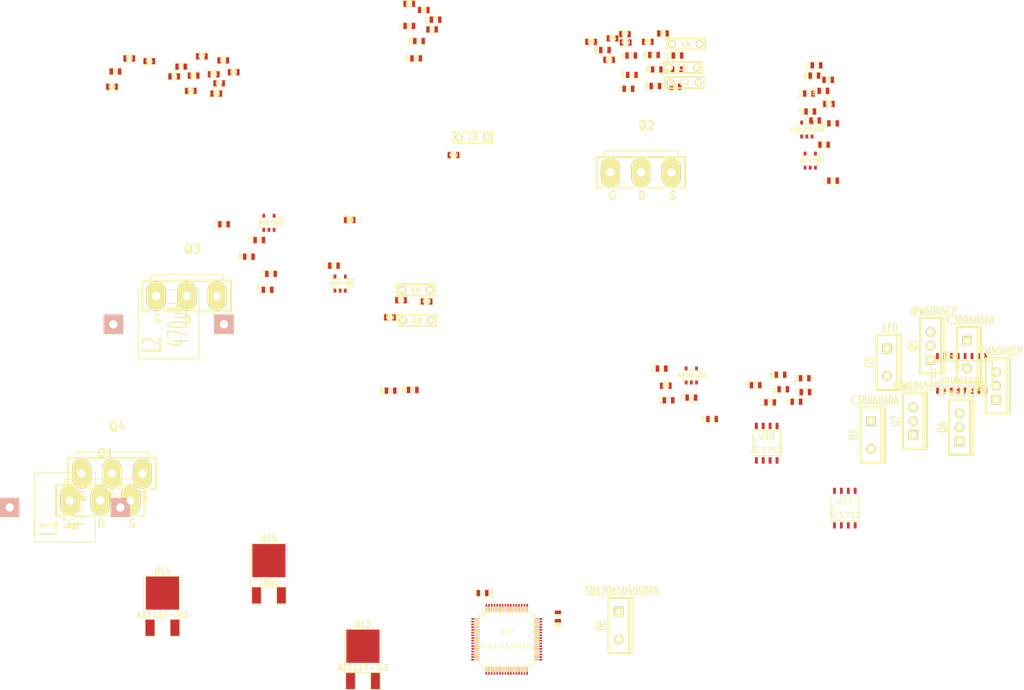
<source format=kicad_pcb>
(kicad_pcb (version 3) (host pcbnew "(2013-07-07 BZR 4022)-stable")

  (general
    (links 174)
    (no_connects 171)
    (area 0 0 0 0)
    (thickness 1.6)
    (drawings 0)
    (tracks 0)
    (zones 0)
    (modules 112)
    (nets 104)
  )

  (page A3)
  (layers
    (15 F.Cu signal)
    (0 B.Cu signal)
    (16 B.Adhes user)
    (17 F.Adhes user)
    (18 B.Paste user)
    (19 F.Paste user)
    (20 B.SilkS user)
    (21 F.SilkS user)
    (22 B.Mask user)
    (23 F.Mask user)
    (24 Dwgs.User user)
    (25 Cmts.User user)
    (26 Eco1.User user)
    (27 Eco2.User user)
    (28 Edge.Cuts user)
  )

  (setup
    (last_trace_width 0.254)
    (trace_clearance 0.254)
    (zone_clearance 0.508)
    (zone_45_only no)
    (trace_min 0.254)
    (segment_width 0.2)
    (edge_width 0.15)
    (via_size 0.889)
    (via_drill 0.635)
    (via_min_size 0.889)
    (via_min_drill 0.508)
    (uvia_size 0.508)
    (uvia_drill 0.127)
    (uvias_allowed no)
    (uvia_min_size 0.508)
    (uvia_min_drill 0.127)
    (pcb_text_width 0.3)
    (pcb_text_size 1.5 1.5)
    (mod_edge_width 0.15)
    (mod_text_size 1.5 1.5)
    (mod_text_width 0.15)
    (pad_size 1.524 1.524)
    (pad_drill 0.762)
    (pad_to_mask_clearance 0.2)
    (aux_axis_origin 0 0)
    (visible_elements FFFFFFBF)
    (pcbplotparams
      (layerselection 3178497)
      (usegerberextensions true)
      (excludeedgelayer true)
      (linewidth 0.100000)
      (plotframeref false)
      (viasonmask false)
      (mode 1)
      (useauxorigin false)
      (hpglpennumber 1)
      (hpglpenspeed 20)
      (hpglpendiameter 15)
      (hpglpenoverlay 2)
      (psnegative false)
      (psa4output false)
      (plotreference true)
      (plotvalue true)
      (plotothertext true)
      (plotinvisibletext false)
      (padsonsilk false)
      (subtractmaskfromsilk false)
      (outputformat 1)
      (mirror false)
      (drillshape 1)
      (scaleselection 1)
      (outputdirectory ""))
  )

  (net 0 "")
  (net 1 /B1)
  (net 2 /H1_HON)
  (net 3 /H1_LON)
  (net 4 /H2_HON)
  (net 5 /H2_LON)
  (net 6 /M_I175)
  (net 7 /M_I225)
  (net 8 /M_IH1)
  (net 9 /M_IHFL)
  (net 10 /M_IOUT1)
  (net 11 /M_IOUT2)
  (net 12 /ON225)
  (net 13 /PA1)
  (net 14 /PA10)
  (net 15 /PA11)
  (net 16 /PA13)
  (net 17 /PA14)
  (net 18 /PA2)
  (net 19 /PA3)
  (net 20 /PA5)
  (net 21 /PA6)
  (net 22 /PA8)
  (net 23 /PA9)
  (net 24 /PB0)
  (net 25 /PB1)
  (net 26 /PB12)
  (net 27 /PB14)
  (net 28 /PB15)
  (net 29 /PB2)
  (net 30 /PB3)
  (net 31 /PB8)
  (net 32 /PB9)
  (net 33 /PC10)
  (net 34 /inverter_microcontroller/BOO0)
  (net 35 /inverter_microcontroller/NRST)
  (net 36 /inverter_microcontroller/PD2)
  (net 37 /inverter_microcontroller/VBAT)
  (net 38 /inverter_microcontroller/VDD)
  (net 39 /inverter_microcontroller/VSS)
  (net 40 DIS)
  (net 41 GNDA)
  (net 42 GND_12)
  (net 43 GND_A)
  (net 44 GND_D)
  (net 45 GND_P)
  (net 46 N-0000010)
  (net 47 N-00000122)
  (net 48 N-00000127)
  (net 49 N-00000128)
  (net 50 N-00000130)
  (net 51 N-00000133)
  (net 52 N-00000136)
  (net 53 N-00000137)
  (net 54 N-0000014)
  (net 55 N-00000141)
  (net 56 N-0000015)
  (net 57 N-0000016)
  (net 58 N-0000017)
  (net 59 N-0000020)
  (net 60 N-0000021)
  (net 61 N-0000022)
  (net 62 N-0000023)
  (net 63 N-0000024)
  (net 64 N-0000025)
  (net 65 N-000003)
  (net 66 N-0000034)
  (net 67 N-0000035)
  (net 68 N-0000036)
  (net 69 N-0000037)
  (net 70 N-0000039)
  (net 71 N-000004)
  (net 72 N-0000042)
  (net 73 N-0000043)
  (net 74 N-0000044)
  (net 75 N-0000045)
  (net 76 N-0000047)
  (net 77 N-0000048)
  (net 78 N-0000049)
  (net 79 N-0000050)
  (net 80 N-0000053)
  (net 81 N-0000054)
  (net 82 N-0000055)
  (net 83 N-0000057)
  (net 84 N-0000059)
  (net 85 N-000006)
  (net 86 N-000007)
  (net 87 N-0000072)
  (net 88 N-0000073)
  (net 89 N-0000076)
  (net 90 N-000008)
  (net 91 N-0000083)
  (net 92 N-0000086)
  (net 93 N-0000087)
  (net 94 N-0000088)
  (net 95 N-000009)
  (net 96 V175)
  (net 97 V225)
  (net 98 V400+)
  (net 99 VCC12)
  (net 100 VCC3_A)
  (net 101 VCC5A)
  (net 102 VDD3_A)
  (net 103 VDD3_D)

  (net_class Default "This is the default net class."
    (clearance 0.254)
    (trace_width 0.254)
    (via_dia 0.889)
    (via_drill 0.635)
    (uvia_dia 0.508)
    (uvia_drill 0.127)
    (add_net "")
    (add_net /B1)
    (add_net /H1_HON)
    (add_net /H1_LON)
    (add_net /H2_HON)
    (add_net /H2_LON)
    (add_net /M_I175)
    (add_net /M_I225)
    (add_net /M_IH1)
    (add_net /M_IHFL)
    (add_net /M_IOUT1)
    (add_net /M_IOUT2)
    (add_net /ON225)
    (add_net /PA1)
    (add_net /PA10)
    (add_net /PA11)
    (add_net /PA13)
    (add_net /PA14)
    (add_net /PA2)
    (add_net /PA3)
    (add_net /PA5)
    (add_net /PA6)
    (add_net /PA8)
    (add_net /PA9)
    (add_net /PB0)
    (add_net /PB1)
    (add_net /PB12)
    (add_net /PB14)
    (add_net /PB15)
    (add_net /PB2)
    (add_net /PB3)
    (add_net /PB8)
    (add_net /PB9)
    (add_net /PC10)
    (add_net /inverter_microcontroller/BOO0)
    (add_net /inverter_microcontroller/NRST)
    (add_net /inverter_microcontroller/PD2)
    (add_net /inverter_microcontroller/VBAT)
    (add_net /inverter_microcontroller/VDD)
    (add_net /inverter_microcontroller/VSS)
    (add_net DIS)
    (add_net GNDA)
    (add_net GND_12)
    (add_net GND_A)
    (add_net GND_D)
    (add_net GND_P)
    (add_net N-0000010)
    (add_net N-00000122)
    (add_net N-00000127)
    (add_net N-00000128)
    (add_net N-00000130)
    (add_net N-00000133)
    (add_net N-00000136)
    (add_net N-00000137)
    (add_net N-0000014)
    (add_net N-00000141)
    (add_net N-0000015)
    (add_net N-0000016)
    (add_net N-0000017)
    (add_net N-0000020)
    (add_net N-0000021)
    (add_net N-0000022)
    (add_net N-0000023)
    (add_net N-0000024)
    (add_net N-0000025)
    (add_net N-000003)
    (add_net N-0000034)
    (add_net N-0000035)
    (add_net N-0000036)
    (add_net N-0000037)
    (add_net N-0000039)
    (add_net N-000004)
    (add_net N-0000042)
    (add_net N-0000043)
    (add_net N-0000044)
    (add_net N-0000045)
    (add_net N-0000047)
    (add_net N-0000048)
    (add_net N-0000049)
    (add_net N-0000050)
    (add_net N-0000053)
    (add_net N-0000054)
    (add_net N-0000055)
    (add_net N-0000057)
    (add_net N-0000059)
    (add_net N-000006)
    (add_net N-000007)
    (add_net N-0000072)
    (add_net N-0000073)
    (add_net N-0000076)
    (add_net N-000008)
    (add_net N-0000083)
    (add_net N-0000086)
    (add_net N-0000087)
    (add_net N-0000088)
    (add_net N-000009)
    (add_net V175)
    (add_net V225)
    (add_net V400+)
    (add_net VCC12)
    (add_net VCC3_A)
    (add_net VCC5A)
    (add_net VDD3_A)
    (add_net VDD3_D)
  )

  (module TO220_VERT_GDS (layer F.Cu) (tedit 54D467AD) (tstamp 55AB0A7C)
    (at 210.439 98.933)
    (descr "MOSFET Transistor")
    (tags "TR TO220")
    (path /55A2768B)
    (fp_text reference Q6 (at -3.175 0 90) (layer F.SilkS)
      (effects (font (size 1.524 1.016) (thickness 0.2032)))
    )
    (fp_text value IPW6045CP (at 0.635 -6.35) (layer F.SilkS)
      (effects (font (size 1.524 1.016) (thickness 0.2032)))
    )
    (fp_line (start 1.905 -5.08) (end 2.54 -5.08) (layer F.SilkS) (width 0.381))
    (fp_line (start 2.54 -5.08) (end 2.54 5.08) (layer F.SilkS) (width 0.381))
    (fp_line (start 2.54 5.08) (end 1.905 5.08) (layer F.SilkS) (width 0.381))
    (fp_line (start -1.905 -5.08) (end 1.905 -5.08) (layer F.SilkS) (width 0.381))
    (fp_line (start 1.905 -5.08) (end 1.905 5.08) (layer F.SilkS) (width 0.381))
    (fp_line (start 1.905 5.08) (end -1.905 5.08) (layer F.SilkS) (width 0.381))
    (fp_line (start -1.905 5.08) (end -1.905 -5.08) (layer F.SilkS) (width 0.381))
    (pad G thru_hole circle (at 0 -2.54) (size 1.778 1.778) (drill 1.016)
      (layers *.Cu *.Mask F.SilkS)
    )
    (pad D thru_hole circle (at 0 0) (size 1.778 1.778) (drill 1.016)
      (layers *.Cu *.Mask F.SilkS)
    )
    (pad S thru_hole rect (at 0 2.54) (size 1.778 1.778) (drill 1.016)
      (layers *.Cu *.Mask F.SilkS)
    )
  )

  (module TO220_VERT_GDS (layer F.Cu) (tedit 54D467AD) (tstamp 55AB0A8A)
    (at 205.105 83.947)
    (descr "MOSFET Transistor")
    (tags "TR TO220")
    (path /55A27B4F)
    (fp_text reference Q5 (at -3.175 0 90) (layer F.SilkS)
      (effects (font (size 1.524 1.016) (thickness 0.2032)))
    )
    (fp_text value IPW6045CP (at 0.635 -6.35) (layer F.SilkS)
      (effects (font (size 1.524 1.016) (thickness 0.2032)))
    )
    (fp_line (start 1.905 -5.08) (end 2.54 -5.08) (layer F.SilkS) (width 0.381))
    (fp_line (start 2.54 -5.08) (end 2.54 5.08) (layer F.SilkS) (width 0.381))
    (fp_line (start 2.54 5.08) (end 1.905 5.08) (layer F.SilkS) (width 0.381))
    (fp_line (start -1.905 -5.08) (end 1.905 -5.08) (layer F.SilkS) (width 0.381))
    (fp_line (start 1.905 -5.08) (end 1.905 5.08) (layer F.SilkS) (width 0.381))
    (fp_line (start 1.905 5.08) (end -1.905 5.08) (layer F.SilkS) (width 0.381))
    (fp_line (start -1.905 5.08) (end -1.905 -5.08) (layer F.SilkS) (width 0.381))
    (pad G thru_hole circle (at 0 -2.54) (size 1.778 1.778) (drill 1.016)
      (layers *.Cu *.Mask F.SilkS)
    )
    (pad D thru_hole circle (at 0 0) (size 1.778 1.778) (drill 1.016)
      (layers *.Cu *.Mask F.SilkS)
    )
    (pad S thru_hole rect (at 0 2.54) (size 1.778 1.778) (drill 1.016)
      (layers *.Cu *.Mask F.SilkS)
    )
  )

  (module TO220_VERT_GDS (layer F.Cu) (tedit 54D467AD) (tstamp 55AB0A98)
    (at 201.93 97.79)
    (descr "MOSFET Transistor")
    (tags "TR TO220")
    (path /55A3A845)
    (fp_text reference Q7 (at -3.175 0 90) (layer F.SilkS)
      (effects (font (size 1.524 1.016) (thickness 0.2032)))
    )
    (fp_text value IPW6045CP (at 0.635 -6.35) (layer F.SilkS)
      (effects (font (size 1.524 1.016) (thickness 0.2032)))
    )
    (fp_line (start 1.905 -5.08) (end 2.54 -5.08) (layer F.SilkS) (width 0.381))
    (fp_line (start 2.54 -5.08) (end 2.54 5.08) (layer F.SilkS) (width 0.381))
    (fp_line (start 2.54 5.08) (end 1.905 5.08) (layer F.SilkS) (width 0.381))
    (fp_line (start -1.905 -5.08) (end 1.905 -5.08) (layer F.SilkS) (width 0.381))
    (fp_line (start 1.905 -5.08) (end 1.905 5.08) (layer F.SilkS) (width 0.381))
    (fp_line (start 1.905 5.08) (end -1.905 5.08) (layer F.SilkS) (width 0.381))
    (fp_line (start -1.905 5.08) (end -1.905 -5.08) (layer F.SilkS) (width 0.381))
    (pad G thru_hole circle (at 0 -2.54) (size 1.778 1.778) (drill 1.016)
      (layers *.Cu *.Mask F.SilkS)
    )
    (pad D thru_hole circle (at 0 0) (size 1.778 1.778) (drill 1.016)
      (layers *.Cu *.Mask F.SilkS)
    )
    (pad S thru_hole rect (at 0 2.54) (size 1.778 1.778) (drill 1.016)
      (layers *.Cu *.Mask F.SilkS)
    )
  )

  (module TO220_VERT_GDS (layer F.Cu) (tedit 54D467AD) (tstamp 55AB0AA6)
    (at 217.17 91.313)
    (descr "MOSFET Transistor")
    (tags "TR TO220")
    (path /55A3A857)
    (fp_text reference Q8 (at -3.175 0 90) (layer F.SilkS)
      (effects (font (size 1.524 1.016) (thickness 0.2032)))
    )
    (fp_text value IPW6045CP (at 0.635 -6.35) (layer F.SilkS)
      (effects (font (size 1.524 1.016) (thickness 0.2032)))
    )
    (fp_line (start 1.905 -5.08) (end 2.54 -5.08) (layer F.SilkS) (width 0.381))
    (fp_line (start 2.54 -5.08) (end 2.54 5.08) (layer F.SilkS) (width 0.381))
    (fp_line (start 2.54 5.08) (end 1.905 5.08) (layer F.SilkS) (width 0.381))
    (fp_line (start -1.905 -5.08) (end 1.905 -5.08) (layer F.SilkS) (width 0.381))
    (fp_line (start 1.905 -5.08) (end 1.905 5.08) (layer F.SilkS) (width 0.381))
    (fp_line (start 1.905 5.08) (end -1.905 5.08) (layer F.SilkS) (width 0.381))
    (fp_line (start -1.905 5.08) (end -1.905 -5.08) (layer F.SilkS) (width 0.381))
    (pad G thru_hole circle (at 0 -2.54) (size 1.778 1.778) (drill 1.016)
      (layers *.Cu *.Mask F.SilkS)
    )
    (pad D thru_hole circle (at 0 0) (size 1.778 1.778) (drill 1.016)
      (layers *.Cu *.Mask F.SilkS)
    )
    (pad S thru_hole rect (at 0 2.54) (size 1.778 1.778) (drill 1.016)
      (layers *.Cu *.Mask F.SilkS)
    )
  )

  (module TO220_VERT_2 (layer F.Cu) (tedit 54DC5159) (tstamp 55AB0AB3)
    (at 197.104 86.995)
    (descr "Diode TO220")
    (tags "DIODE TO220")
    (path /55A89BC1)
    (fp_text reference D5 (at -3.175 0 90) (layer F.SilkS)
      (effects (font (size 1.524 1.016) (thickness 0.2032)))
    )
    (fp_text value LED (at 0.635 -6.35) (layer F.SilkS)
      (effects (font (size 1.524 1.016) (thickness 0.2032)))
    )
    (fp_line (start 1.905 -5.08) (end 2.54 -5.08) (layer F.SilkS) (width 0.381))
    (fp_line (start 2.54 -5.08) (end 2.54 5.08) (layer F.SilkS) (width 0.381))
    (fp_line (start 2.54 5.08) (end 1.905 5.08) (layer F.SilkS) (width 0.381))
    (fp_line (start -1.905 -5.08) (end 1.905 -5.08) (layer F.SilkS) (width 0.381))
    (fp_line (start 1.905 -5.08) (end 1.905 5.08) (layer F.SilkS) (width 0.381))
    (fp_line (start 1.905 5.08) (end -1.905 5.08) (layer F.SilkS) (width 0.381))
    (fp_line (start -1.905 5.08) (end -1.905 -5.08) (layer F.SilkS) (width 0.381))
    (pad 2 thru_hole circle (at 0 2.54) (size 1.778 1.778) (drill 1.016)
      (layers *.Cu *.Mask F.SilkS)
      (net 44 GND_D)
    )
    (pad 1 thru_hole rect (at 0 -2.54) (size 1.778 1.778) (drill 1.016)
      (layers *.Cu *.Mask F.SilkS)
      (net 89 N-0000076)
    )
  )

  (module TO220_VERT_2 (layer F.Cu) (tedit 54DC5159) (tstamp 55AB0AC0)
    (at 194.183 100.33)
    (descr "Diode TO220")
    (tags "DIODE TO220")
    (path /54B1DC29)
    (fp_text reference D3 (at -3.175 0 90) (layer F.SilkS)
      (effects (font (size 1.524 1.016) (thickness 0.2032)))
    )
    (fp_text value C3D06060A (at 0.635 -6.35) (layer F.SilkS)
      (effects (font (size 1.524 1.016) (thickness 0.2032)))
    )
    (fp_line (start 1.905 -5.08) (end 2.54 -5.08) (layer F.SilkS) (width 0.381))
    (fp_line (start 2.54 -5.08) (end 2.54 5.08) (layer F.SilkS) (width 0.381))
    (fp_line (start 2.54 5.08) (end 1.905 5.08) (layer F.SilkS) (width 0.381))
    (fp_line (start -1.905 -5.08) (end 1.905 -5.08) (layer F.SilkS) (width 0.381))
    (fp_line (start 1.905 -5.08) (end 1.905 5.08) (layer F.SilkS) (width 0.381))
    (fp_line (start 1.905 5.08) (end -1.905 5.08) (layer F.SilkS) (width 0.381))
    (fp_line (start -1.905 5.08) (end -1.905 -5.08) (layer F.SilkS) (width 0.381))
    (pad 2 thru_hole circle (at 0 2.54) (size 1.778 1.778) (drill 1.016)
      (layers *.Cu *.Mask F.SilkS)
      (net 75 N-0000045)
    )
    (pad 1 thru_hole rect (at 0 -2.54) (size 1.778 1.778) (drill 1.016)
      (layers *.Cu *.Mask F.SilkS)
      (net 67 N-0000035)
    )
  )

  (module TO220_VERT_2 (layer F.Cu) (tedit 54DC5159) (tstamp 55AB0ACD)
    (at 211.836 85.598)
    (descr "Diode TO220")
    (tags "DIODE TO220")
    (path /55A3D961)
    (fp_text reference D1 (at -3.175 0 90) (layer F.SilkS)
      (effects (font (size 1.524 1.016) (thickness 0.2032)))
    )
    (fp_text value C3D06060A (at 0.635 -6.35) (layer F.SilkS)
      (effects (font (size 1.524 1.016) (thickness 0.2032)))
    )
    (fp_line (start 1.905 -5.08) (end 2.54 -5.08) (layer F.SilkS) (width 0.381))
    (fp_line (start 2.54 -5.08) (end 2.54 5.08) (layer F.SilkS) (width 0.381))
    (fp_line (start 2.54 5.08) (end 1.905 5.08) (layer F.SilkS) (width 0.381))
    (fp_line (start -1.905 -5.08) (end 1.905 -5.08) (layer F.SilkS) (width 0.381))
    (fp_line (start 1.905 -5.08) (end 1.905 5.08) (layer F.SilkS) (width 0.381))
    (fp_line (start 1.905 5.08) (end -1.905 5.08) (layer F.SilkS) (width 0.381))
    (fp_line (start -1.905 5.08) (end -1.905 -5.08) (layer F.SilkS) (width 0.381))
    (pad 2 thru_hole circle (at 0 2.54) (size 1.778 1.778) (drill 1.016)
      (layers *.Cu *.Mask F.SilkS)
      (net 98 V400+)
    )
    (pad 1 thru_hole rect (at 0 -2.54) (size 1.778 1.778) (drill 1.016)
      (layers *.Cu *.Mask F.SilkS)
      (net 60 N-0000021)
    )
  )

  (module TO220_VERT_2 (layer F.Cu) (tedit 54DC5159) (tstamp 55AB0ADA)
    (at 147.828 135.382)
    (descr "Diode TO220")
    (tags "DIODE TO220")
    (path /55A3EF66/55B7B58B)
    (fp_text reference D6 (at -3.175 0 90) (layer F.SilkS)
      (effects (font (size 1.524 1.016) (thickness 0.2032)))
    )
    (fp_text value SD1206S040S0R5 (at 0.635 -6.35) (layer F.SilkS)
      (effects (font (size 1.524 1.016) (thickness 0.2032)))
    )
    (fp_line (start 1.905 -5.08) (end 2.54 -5.08) (layer F.SilkS) (width 0.381))
    (fp_line (start 2.54 -5.08) (end 2.54 5.08) (layer F.SilkS) (width 0.381))
    (fp_line (start 2.54 5.08) (end 1.905 5.08) (layer F.SilkS) (width 0.381))
    (fp_line (start -1.905 -5.08) (end 1.905 -5.08) (layer F.SilkS) (width 0.381))
    (fp_line (start 1.905 -5.08) (end 1.905 5.08) (layer F.SilkS) (width 0.381))
    (fp_line (start 1.905 5.08) (end -1.905 5.08) (layer F.SilkS) (width 0.381))
    (fp_line (start -1.905 5.08) (end -1.905 -5.08) (layer F.SilkS) (width 0.381))
    (pad 2 thru_hole circle (at 0 2.54) (size 1.778 1.778) (drill 1.016)
      (layers *.Cu *.Mask F.SilkS)
      (net 55 N-00000141)
    )
    (pad 1 thru_hole rect (at 0 -2.54) (size 1.778 1.778) (drill 1.016)
      (layers *.Cu *.Mask F.SilkS)
      (net 38 /inverter_microcontroller/VDD)
    )
  )

  (module TO-247_Vertical_FET-GDS_largePads (layer F.Cu) (tedit 542B9534) (tstamp 55AB0AF2)
    (at 151.892 52.07)
    (descr "TO-247 TO-218 TOP-3 FET 1=Gate 2=Drain 3=Source Vertical, large Pads")
    (tags "Transistor FET TO-247 TO-218 TOP-3 Vertical")
    (path /55A3D864)
    (fp_text reference Q2 (at 1.016 -8.636) (layer F.SilkS)
      (effects (font (size 1.524 1.524) (thickness 0.3048)))
    )
    (fp_text value C3M0065090D (at -1.016 8.128) (layer F.SilkS) hide
      (effects (font (size 1.524 1.524) (thickness 0.3048)))
    )
    (fp_line (start -6.604 -2.794) (end -6.604 -3.937) (layer F.SilkS) (width 0.15))
    (fp_line (start -6.604 -3.937) (end 6.731 -3.937) (layer F.SilkS) (width 0.15))
    (fp_line (start 6.731 -3.937) (end 6.731 -2.921) (layer F.SilkS) (width 0.15))
    (fp_line (start 6.731 -2.921) (end -6.731 -2.921) (layer F.SilkS) (width 0.15))
    (fp_line (start 6.858 2.794) (end 8.128 2.794) (layer F.SilkS) (width 0.381))
    (fp_line (start 1.27 2.794) (end 4.318 2.794) (layer F.SilkS) (width 0.381))
    (fp_line (start -4.318 2.794) (end -1.27 2.794) (layer F.SilkS) (width 0.381))
    (fp_line (start -6.858 2.794) (end -8.128 2.794) (layer F.SilkS) (width 0.381))
    (fp_line (start 6.858 -2.794) (end 8.128 -2.794) (layer F.SilkS) (width 0.381))
    (fp_line (start 1.27 -2.794) (end 4.318 -2.794) (layer F.SilkS) (width 0.381))
    (fp_line (start -4.318 -2.794) (end -1.27 -2.794) (layer F.SilkS) (width 0.381))
    (fp_line (start -6.858 -2.794) (end -8.128 -2.794) (layer F.SilkS) (width 0.381))
    (fp_text user S (at 5.842 4.2545) (layer F.SilkS)
      (effects (font (size 1.50114 1.50114) (thickness 0.29972)))
    )
    (fp_text user D (at 0.1905 4.2545) (layer F.SilkS)
      (effects (font (size 1.50114 1.50114) (thickness 0.29972)))
    )
    (fp_text user G (at -5.2705 4.2545) (layer F.SilkS)
      (effects (font (size 1.50114 1.50114) (thickness 0.29972)))
    )
    (fp_line (start 8.128 2.794) (end 8.128 -2.794) (layer F.SilkS) (width 0.381))
    (fp_line (start -8.128 -2.794) (end -8.128 2.794) (layer F.SilkS) (width 0.381))
    (pad 1 thru_hole oval (at 0 0 90) (size 5.50164 3.50012) (drill 1.50114)
      (layers *.Cu *.Mask F.SilkS)
      (net 98 V400+)
    )
    (pad 2 thru_hole oval (at -5.588 0 90) (size 5.50164 3.50012) (drill 1.50114)
      (layers *.Cu *.Mask F.SilkS)
      (net 54 N-0000014)
    )
    (pad 3 thru_hole oval (at 5.588 0 90) (size 5.50164 3.50012) (drill 1.50114)
      (layers *.Cu *.Mask F.SilkS)
      (net 91 N-0000083)
    )
    (model discret/to247ac_vert.wrl
      (at (xyz 0 0 0))
      (scale (xyz 4 4 4))
      (rotate (xyz 0 0 0))
    )
    (model to-xxx-packages/to247V.wrl
      (at (xyz 0 0 0))
      (scale (xyz 1 1 1))
      (rotate (xyz 0 0 0))
    )
  )

  (module TO-247_Vertical_FET-GDS_largePads (layer F.Cu) (tedit 542B9534) (tstamp 55AB0B0A)
    (at 54.737 107.442)
    (descr "TO-247 TO-218 TOP-3 FET 1=Gate 2=Drain 3=Source Vertical, large Pads")
    (tags "Transistor FET TO-247 TO-218 TOP-3 Vertical")
    (path /55A27B74)
    (fp_text reference Q4 (at 1.016 -8.636) (layer F.SilkS)
      (effects (font (size 1.524 1.524) (thickness 0.3048)))
    )
    (fp_text value C3M0065090D (at -1.016 8.128) (layer F.SilkS) hide
      (effects (font (size 1.524 1.524) (thickness 0.3048)))
    )
    (fp_line (start -6.604 -2.794) (end -6.604 -3.937) (layer F.SilkS) (width 0.15))
    (fp_line (start -6.604 -3.937) (end 6.731 -3.937) (layer F.SilkS) (width 0.15))
    (fp_line (start 6.731 -3.937) (end 6.731 -2.921) (layer F.SilkS) (width 0.15))
    (fp_line (start 6.731 -2.921) (end -6.731 -2.921) (layer F.SilkS) (width 0.15))
    (fp_line (start 6.858 2.794) (end 8.128 2.794) (layer F.SilkS) (width 0.381))
    (fp_line (start 1.27 2.794) (end 4.318 2.794) (layer F.SilkS) (width 0.381))
    (fp_line (start -4.318 2.794) (end -1.27 2.794) (layer F.SilkS) (width 0.381))
    (fp_line (start -6.858 2.794) (end -8.128 2.794) (layer F.SilkS) (width 0.381))
    (fp_line (start 6.858 -2.794) (end 8.128 -2.794) (layer F.SilkS) (width 0.381))
    (fp_line (start 1.27 -2.794) (end 4.318 -2.794) (layer F.SilkS) (width 0.381))
    (fp_line (start -4.318 -2.794) (end -1.27 -2.794) (layer F.SilkS) (width 0.381))
    (fp_line (start -6.858 -2.794) (end -8.128 -2.794) (layer F.SilkS) (width 0.381))
    (fp_text user S (at 5.842 4.2545) (layer F.SilkS)
      (effects (font (size 1.50114 1.50114) (thickness 0.29972)))
    )
    (fp_text user D (at 0.1905 4.2545) (layer F.SilkS)
      (effects (font (size 1.50114 1.50114) (thickness 0.29972)))
    )
    (fp_text user G (at -5.2705 4.2545) (layer F.SilkS)
      (effects (font (size 1.50114 1.50114) (thickness 0.29972)))
    )
    (fp_line (start 8.128 2.794) (end 8.128 -2.794) (layer F.SilkS) (width 0.381))
    (fp_line (start -8.128 -2.794) (end -8.128 2.794) (layer F.SilkS) (width 0.381))
    (pad 1 thru_hole oval (at 0 0 90) (size 5.50164 3.50012) (drill 1.50114)
      (layers *.Cu *.Mask F.SilkS)
      (net 66 N-0000034)
    )
    (pad 2 thru_hole oval (at -5.588 0 90) (size 5.50164 3.50012) (drill 1.50114)
      (layers *.Cu *.Mask F.SilkS)
      (net 73 N-0000043)
    )
    (pad 3 thru_hole oval (at 5.588 0 90) (size 5.50164 3.50012) (drill 1.50114)
      (layers *.Cu *.Mask F.SilkS)
      (net 96 V175)
    )
    (model discret/to247ac_vert.wrl
      (at (xyz 0 0 0))
      (scale (xyz 4 4 4))
      (rotate (xyz 0 0 0))
    )
    (model to-xxx-packages/to247V.wrl
      (at (xyz 0 0 0))
      (scale (xyz 1 1 1))
      (rotate (xyz 0 0 0))
    )
  )

  (module TO-247_Vertical_FET-GDS_largePads (layer F.Cu) (tedit 542B9534) (tstamp 55AB0B22)
    (at 68.453 74.803)
    (descr "TO-247 TO-218 TOP-3 FET 1=Gate 2=Drain 3=Source Vertical, large Pads")
    (tags "Transistor FET TO-247 TO-218 TOP-3 Vertical")
    (path /55A27B5E)
    (fp_text reference Q3 (at 1.016 -8.636) (layer F.SilkS)
      (effects (font (size 1.524 1.524) (thickness 0.3048)))
    )
    (fp_text value C3M0065090D (at -1.016 8.128) (layer F.SilkS) hide
      (effects (font (size 1.524 1.524) (thickness 0.3048)))
    )
    (fp_line (start -6.604 -2.794) (end -6.604 -3.937) (layer F.SilkS) (width 0.15))
    (fp_line (start -6.604 -3.937) (end 6.731 -3.937) (layer F.SilkS) (width 0.15))
    (fp_line (start 6.731 -3.937) (end 6.731 -2.921) (layer F.SilkS) (width 0.15))
    (fp_line (start 6.731 -2.921) (end -6.731 -2.921) (layer F.SilkS) (width 0.15))
    (fp_line (start 6.858 2.794) (end 8.128 2.794) (layer F.SilkS) (width 0.381))
    (fp_line (start 1.27 2.794) (end 4.318 2.794) (layer F.SilkS) (width 0.381))
    (fp_line (start -4.318 2.794) (end -1.27 2.794) (layer F.SilkS) (width 0.381))
    (fp_line (start -6.858 2.794) (end -8.128 2.794) (layer F.SilkS) (width 0.381))
    (fp_line (start 6.858 -2.794) (end 8.128 -2.794) (layer F.SilkS) (width 0.381))
    (fp_line (start 1.27 -2.794) (end 4.318 -2.794) (layer F.SilkS) (width 0.381))
    (fp_line (start -4.318 -2.794) (end -1.27 -2.794) (layer F.SilkS) (width 0.381))
    (fp_line (start -6.858 -2.794) (end -8.128 -2.794) (layer F.SilkS) (width 0.381))
    (fp_text user S (at 5.842 4.2545) (layer F.SilkS)
      (effects (font (size 1.50114 1.50114) (thickness 0.29972)))
    )
    (fp_text user D (at 0.1905 4.2545) (layer F.SilkS)
      (effects (font (size 1.50114 1.50114) (thickness 0.29972)))
    )
    (fp_text user G (at -5.2705 4.2545) (layer F.SilkS)
      (effects (font (size 1.50114 1.50114) (thickness 0.29972)))
    )
    (fp_line (start 8.128 2.794) (end 8.128 -2.794) (layer F.SilkS) (width 0.381))
    (fp_line (start -8.128 -2.794) (end -8.128 2.794) (layer F.SilkS) (width 0.381))
    (pad 1 thru_hole oval (at 0 0 90) (size 5.50164 3.50012) (drill 1.50114)
      (layers *.Cu *.Mask F.SilkS)
      (net 97 V225)
    )
    (pad 2 thru_hole oval (at -5.588 0 90) (size 5.50164 3.50012) (drill 1.50114)
      (layers *.Cu *.Mask F.SilkS)
      (net 64 N-0000025)
    )
    (pad 3 thru_hole oval (at 5.588 0 90) (size 5.50164 3.50012) (drill 1.50114)
      (layers *.Cu *.Mask F.SilkS)
      (net 75 N-0000045)
    )
    (model discret/to247ac_vert.wrl
      (at (xyz 0 0 0))
      (scale (xyz 4 4 4))
      (rotate (xyz 0 0 0))
    )
    (model to-xxx-packages/to247V.wrl
      (at (xyz 0 0 0))
      (scale (xyz 1 1 1))
      (rotate (xyz 0 0 0))
    )
  )

  (module TO-247_Vertical_FET-GDS_largePads (layer F.Cu) (tedit 542B9534) (tstamp 55AB0B3A)
    (at 52.578 112.395)
    (descr "TO-247 TO-218 TOP-3 FET 1=Gate 2=Drain 3=Source Vertical, large Pads")
    (tags "Transistor FET TO-247 TO-218 TOP-3 Vertical")
    (path /55A3D852)
    (fp_text reference Q1 (at 1.016 -8.636) (layer F.SilkS)
      (effects (font (size 1.524 1.524) (thickness 0.3048)))
    )
    (fp_text value C3M0065090D (at -1.016 8.128) (layer F.SilkS) hide
      (effects (font (size 1.524 1.524) (thickness 0.3048)))
    )
    (fp_line (start -6.604 -2.794) (end -6.604 -3.937) (layer F.SilkS) (width 0.15))
    (fp_line (start -6.604 -3.937) (end 6.731 -3.937) (layer F.SilkS) (width 0.15))
    (fp_line (start 6.731 -3.937) (end 6.731 -2.921) (layer F.SilkS) (width 0.15))
    (fp_line (start 6.731 -2.921) (end -6.731 -2.921) (layer F.SilkS) (width 0.15))
    (fp_line (start 6.858 2.794) (end 8.128 2.794) (layer F.SilkS) (width 0.381))
    (fp_line (start 1.27 2.794) (end 4.318 2.794) (layer F.SilkS) (width 0.381))
    (fp_line (start -4.318 2.794) (end -1.27 2.794) (layer F.SilkS) (width 0.381))
    (fp_line (start -6.858 2.794) (end -8.128 2.794) (layer F.SilkS) (width 0.381))
    (fp_line (start 6.858 -2.794) (end 8.128 -2.794) (layer F.SilkS) (width 0.381))
    (fp_line (start 1.27 -2.794) (end 4.318 -2.794) (layer F.SilkS) (width 0.381))
    (fp_line (start -4.318 -2.794) (end -1.27 -2.794) (layer F.SilkS) (width 0.381))
    (fp_line (start -6.858 -2.794) (end -8.128 -2.794) (layer F.SilkS) (width 0.381))
    (fp_text user S (at 5.842 4.2545) (layer F.SilkS)
      (effects (font (size 1.50114 1.50114) (thickness 0.29972)))
    )
    (fp_text user D (at 0.1905 4.2545) (layer F.SilkS)
      (effects (font (size 1.50114 1.50114) (thickness 0.29972)))
    )
    (fp_text user G (at -5.2705 4.2545) (layer F.SilkS)
      (effects (font (size 1.50114 1.50114) (thickness 0.29972)))
    )
    (fp_line (start 8.128 2.794) (end 8.128 -2.794) (layer F.SilkS) (width 0.381))
    (fp_line (start -8.128 -2.794) (end -8.128 2.794) (layer F.SilkS) (width 0.381))
    (pad 1 thru_hole oval (at 0 0 90) (size 5.50164 3.50012) (drill 1.50114)
      (layers *.Cu *.Mask F.SilkS)
      (net 60 N-0000021)
    )
    (pad 2 thru_hole oval (at -5.588 0 90) (size 5.50164 3.50012) (drill 1.50114)
      (layers *.Cu *.Mask F.SilkS)
      (net 65 N-000003)
    )
    (pad 3 thru_hole oval (at 5.588 0 90) (size 5.50164 3.50012) (drill 1.50114)
      (layers *.Cu *.Mask F.SilkS)
      (net 45 GND_P)
    )
    (model discret/to247ac_vert.wrl
      (at (xyz 0 0 0))
      (scale (xyz 4 4 4))
      (rotate (xyz 0 0 0))
    )
    (model to-xxx-packages/to247V.wrl
      (at (xyz 0 0 0))
      (scale (xyz 1 1 1))
      (rotate (xyz 0 0 0))
    )
  )

  (module SOT23-5 (layer F.Cu) (tedit 4ECF78EF) (tstamp 55AB0B47)
    (at 183.007 49.911)
    (path /55A3B1A0)
    (attr smd)
    (fp_text reference U17 (at 2.19964 -0.29972 90) (layer F.SilkS)
      (effects (font (size 0.635 0.635) (thickness 0.127)))
    )
    (fp_text value IR25750 (at 0 0) (layer F.SilkS)
      (effects (font (size 0.635 0.635) (thickness 0.127)))
    )
    (fp_line (start 1.524 -0.889) (end 1.524 0.889) (layer F.SilkS) (width 0.127))
    (fp_line (start 1.524 0.889) (end -1.524 0.889) (layer F.SilkS) (width 0.127))
    (fp_line (start -1.524 0.889) (end -1.524 -0.889) (layer F.SilkS) (width 0.127))
    (fp_line (start -1.524 -0.889) (end 1.524 -0.889) (layer F.SilkS) (width 0.127))
    (pad 1 smd rect (at -0.9525 1.27) (size 0.508 0.762)
      (layers F.Cu F.Paste F.Mask)
    )
    (pad 3 smd rect (at 0.9525 1.27) (size 0.508 0.762)
      (layers F.Cu F.Paste F.Mask)
      (net 70 N-0000039)
    )
    (pad 5 smd rect (at -0.9525 -1.27) (size 0.508 0.762)
      (layers F.Cu F.Paste F.Mask)
      (net 53 N-00000137)
    )
    (pad 2 smd rect (at 0 1.27) (size 0.508 0.762)
      (layers F.Cu F.Paste F.Mask)
    )
    (pad 4 smd rect (at 0.9525 -1.27) (size 0.508 0.762)
      (layers F.Cu F.Paste F.Mask)
      (net 45 GND_P)
    )
    (model smd/SOT23_5.wrl
      (at (xyz 0 0 0))
      (scale (xyz 0.1 0.1 0.1))
      (rotate (xyz 0 0 0))
    )
  )

  (module SOT23-5 (layer F.Cu) (tedit 4ECF78EF) (tstamp 55AB0B54)
    (at 83.566 61.341)
    (path /55A3AE6B)
    (attr smd)
    (fp_text reference U20 (at 2.19964 -0.29972 90) (layer F.SilkS)
      (effects (font (size 0.635 0.635) (thickness 0.127)))
    )
    (fp_text value IR25750 (at 0 0) (layer F.SilkS)
      (effects (font (size 0.635 0.635) (thickness 0.127)))
    )
    (fp_line (start 1.524 -0.889) (end 1.524 0.889) (layer F.SilkS) (width 0.127))
    (fp_line (start 1.524 0.889) (end -1.524 0.889) (layer F.SilkS) (width 0.127))
    (fp_line (start -1.524 0.889) (end -1.524 -0.889) (layer F.SilkS) (width 0.127))
    (fp_line (start -1.524 -0.889) (end 1.524 -0.889) (layer F.SilkS) (width 0.127))
    (pad 1 smd rect (at -0.9525 1.27) (size 0.508 0.762)
      (layers F.Cu F.Paste F.Mask)
      (net 8 /M_IH1)
    )
    (pad 3 smd rect (at 0.9525 1.27) (size 0.508 0.762)
      (layers F.Cu F.Paste F.Mask)
      (net 69 N-0000037)
    )
    (pad 5 smd rect (at -0.9525 -1.27) (size 0.508 0.762)
      (layers F.Cu F.Paste F.Mask)
      (net 94 N-0000088)
    )
    (pad 2 smd rect (at 0 1.27) (size 0.508 0.762)
      (layers F.Cu F.Paste F.Mask)
    )
    (pad 4 smd rect (at 0.9525 -1.27) (size 0.508 0.762)
      (layers F.Cu F.Paste F.Mask)
      (net 45 GND_P)
    )
    (model smd/SOT23_5.wrl
      (at (xyz 0 0 0))
      (scale (xyz 0.1 0.1 0.1))
      (rotate (xyz 0 0 0))
    )
  )

  (module SOT23-5 (layer F.Cu) (tedit 4ECF78EF) (tstamp 55AB0B61)
    (at 182.372 44.196)
    (path /55A3DFF6)
    (attr smd)
    (fp_text reference U2 (at 2.19964 -0.29972 90) (layer F.SilkS)
      (effects (font (size 0.635 0.635) (thickness 0.127)))
    )
    (fp_text value B1212LS-1W (at 0 0) (layer F.SilkS)
      (effects (font (size 0.635 0.635) (thickness 0.127)))
    )
    (fp_line (start 1.524 -0.889) (end 1.524 0.889) (layer F.SilkS) (width 0.127))
    (fp_line (start 1.524 0.889) (end -1.524 0.889) (layer F.SilkS) (width 0.127))
    (fp_line (start -1.524 0.889) (end -1.524 -0.889) (layer F.SilkS) (width 0.127))
    (fp_line (start -1.524 -0.889) (end 1.524 -0.889) (layer F.SilkS) (width 0.127))
    (pad 1 smd rect (at -0.9525 1.27) (size 0.508 0.762)
      (layers F.Cu F.Paste F.Mask)
      (net 99 VCC12)
    )
    (pad 3 smd rect (at 0.9525 1.27) (size 0.508 0.762)
      (layers F.Cu F.Paste F.Mask)
    )
    (pad 5 smd rect (at -0.9525 -1.27) (size 0.508 0.762)
      (layers F.Cu F.Paste F.Mask)
    )
    (pad 2 smd rect (at 0 1.27) (size 0.508 0.762)
      (layers F.Cu F.Paste F.Mask)
      (net 42 GND_12)
    )
    (pad 4 smd rect (at 0.9525 -1.27) (size 0.508 0.762)
      (layers F.Cu F.Paste F.Mask)
      (net 79 N-0000050)
    )
    (model smd/SOT23_5.wrl
      (at (xyz 0 0 0))
      (scale (xyz 0.1 0.1 0.1))
      (rotate (xyz 0 0 0))
    )
  )

  (module SOT23-5 (layer F.Cu) (tedit 4ECF78EF) (tstamp 55AB0B6E)
    (at 96.647 72.517)
    (path /54DBCFD6)
    (attr smd)
    (fp_text reference U11 (at 2.19964 -0.29972 90) (layer F.SilkS)
      (effects (font (size 0.635 0.635) (thickness 0.127)))
    )
    (fp_text value IR25750 (at 0 0) (layer F.SilkS)
      (effects (font (size 0.635 0.635) (thickness 0.127)))
    )
    (fp_line (start 1.524 -0.889) (end 1.524 0.889) (layer F.SilkS) (width 0.127))
    (fp_line (start 1.524 0.889) (end -1.524 0.889) (layer F.SilkS) (width 0.127))
    (fp_line (start -1.524 0.889) (end -1.524 -0.889) (layer F.SilkS) (width 0.127))
    (fp_line (start -1.524 -0.889) (end 1.524 -0.889) (layer F.SilkS) (width 0.127))
    (pad 1 smd rect (at -0.9525 1.27) (size 0.508 0.762)
      (layers F.Cu F.Paste F.Mask)
      (net 9 /M_IHFL)
    )
    (pad 3 smd rect (at 0.9525 1.27) (size 0.508 0.762)
      (layers F.Cu F.Paste F.Mask)
      (net 61 N-0000022)
    )
    (pad 5 smd rect (at -0.9525 -1.27) (size 0.508 0.762)
      (layers F.Cu F.Paste F.Mask)
      (net 1 /B1)
    )
    (pad 2 smd rect (at 0 1.27) (size 0.508 0.762)
      (layers F.Cu F.Paste F.Mask)
    )
    (pad 4 smd rect (at 0.9525 -1.27) (size 0.508 0.762)
      (layers F.Cu F.Paste F.Mask)
      (net 45 GND_P)
    )
    (model smd/SOT23_5.wrl
      (at (xyz 0 0 0))
      (scale (xyz 0.1 0.1 0.1))
      (rotate (xyz 0 0 0))
    )
  )

  (module SOT23-5 (layer F.Cu) (tedit 4ECF78EF) (tstamp 55AB0B7B)
    (at 161.163 89.408)
    (path /55A3D85E)
    (attr smd)
    (fp_text reference U1 (at 2.19964 -0.29972 90) (layer F.SilkS)
      (effects (font (size 0.635 0.635) (thickness 0.127)))
    )
    (fp_text value ADUM3223 (at 0 0) (layer F.SilkS)
      (effects (font (size 0.635 0.635) (thickness 0.127)))
    )
    (fp_line (start 1.524 -0.889) (end 1.524 0.889) (layer F.SilkS) (width 0.127))
    (fp_line (start 1.524 0.889) (end -1.524 0.889) (layer F.SilkS) (width 0.127))
    (fp_line (start -1.524 0.889) (end -1.524 -0.889) (layer F.SilkS) (width 0.127))
    (fp_line (start -1.524 -0.889) (end 1.524 -0.889) (layer F.SilkS) (width 0.127))
    (pad 1 smd rect (at -0.9525 1.27) (size 0.508 0.762)
      (layers F.Cu F.Paste F.Mask)
      (net 26 /PB12)
    )
    (pad 3 smd rect (at 0.9525 1.27) (size 0.508 0.762)
      (layers F.Cu F.Paste F.Mask)
      (net 103 VDD3_D)
    )
    (pad 5 smd rect (at -0.9525 -1.27) (size 0.508 0.762)
      (layers F.Cu F.Paste F.Mask)
      (net 40 DIS)
    )
    (pad 2 smd rect (at 0 1.27) (size 0.508 0.762)
      (layers F.Cu F.Paste F.Mask)
      (net 12 /ON225)
    )
    (pad 4 smd rect (at 0.9525 -1.27) (size 0.508 0.762)
      (layers F.Cu F.Paste F.Mask)
      (net 44 GND_D)
    )
    (model smd/SOT23_5.wrl
      (at (xyz 0 0 0))
      (scale (xyz 0.1 0.1 0.1))
      (rotate (xyz 0 0 0))
    )
  )

  (module SO8N (layer F.Cu) (tedit 45127296) (tstamp 55AB0B8E)
    (at 189.357 113.792)
    (descr "Module CMS SOJ 8 pins large")
    (tags "CMS SOJ")
    (path /55AA49FD)
    (attr smd)
    (fp_text reference U21 (at 0 -1.27) (layer F.SilkS)
      (effects (font (size 1.143 1.016) (thickness 0.127)))
    )
    (fp_text value ACS712 (at 0 1.27) (layer F.SilkS)
      (effects (font (size 1.016 1.016) (thickness 0.127)))
    )
    (fp_line (start -2.54 -2.286) (end 2.54 -2.286) (layer F.SilkS) (width 0.127))
    (fp_line (start 2.54 -2.286) (end 2.54 2.286) (layer F.SilkS) (width 0.127))
    (fp_line (start 2.54 2.286) (end -2.54 2.286) (layer F.SilkS) (width 0.127))
    (fp_line (start -2.54 2.286) (end -2.54 -2.286) (layer F.SilkS) (width 0.127))
    (fp_line (start -2.54 -0.762) (end -2.032 -0.762) (layer F.SilkS) (width 0.127))
    (fp_line (start -2.032 -0.762) (end -2.032 0.508) (layer F.SilkS) (width 0.127))
    (fp_line (start -2.032 0.508) (end -2.54 0.508) (layer F.SilkS) (width 0.127))
    (pad 8 smd rect (at -1.905 -3.175) (size 0.508 1.143)
      (layers F.Cu F.Paste F.Mask)
      (net 101 VCC5A)
    )
    (pad 7 smd rect (at -0.635 -3.175) (size 0.508 1.143)
      (layers F.Cu F.Paste F.Mask)
      (net 29 /PB2)
    )
    (pad 6 smd rect (at 0.635 -3.175) (size 0.508 1.143)
      (layers F.Cu F.Paste F.Mask)
      (net 58 N-0000017)
    )
    (pad 5 smd rect (at 1.905 -3.175) (size 0.508 1.143)
      (layers F.Cu F.Paste F.Mask)
      (net 41 GNDA)
    )
    (pad 4 smd rect (at 1.905 3.175) (size 0.508 1.143)
      (layers F.Cu F.Paste F.Mask)
      (net 51 N-00000133)
    )
    (pad 3 smd rect (at 0.635 3.175) (size 0.508 1.143)
      (layers F.Cu F.Paste F.Mask)
      (net 51 N-00000133)
    )
    (pad 2 smd rect (at -0.635 3.175) (size 0.508 1.143)
      (layers F.Cu F.Paste F.Mask)
      (net 98 V400+)
    )
    (pad 1 smd rect (at -1.905 3.175) (size 0.508 1.143)
      (layers F.Cu F.Paste F.Mask)
      (net 98 V400+)
    )
    (model smd/cms_so8.wrl
      (at (xyz 0 0 0))
      (scale (xyz 0.5 0.38 0.5))
      (rotate (xyz 0 0 0))
    )
  )

  (module SO8N (layer F.Cu) (tedit 45127296) (tstamp 55AB0BA1)
    (at 175.006 101.854)
    (descr "Module CMS SOJ 8 pins large")
    (tags "CMS SOJ")
    (path /55AA7796)
    (attr smd)
    (fp_text reference U19 (at 0 -1.27) (layer F.SilkS)
      (effects (font (size 1.143 1.016) (thickness 0.127)))
    )
    (fp_text value ACS712 (at 0 1.27) (layer F.SilkS)
      (effects (font (size 1.016 1.016) (thickness 0.127)))
    )
    (fp_line (start -2.54 -2.286) (end 2.54 -2.286) (layer F.SilkS) (width 0.127))
    (fp_line (start 2.54 -2.286) (end 2.54 2.286) (layer F.SilkS) (width 0.127))
    (fp_line (start 2.54 2.286) (end -2.54 2.286) (layer F.SilkS) (width 0.127))
    (fp_line (start -2.54 2.286) (end -2.54 -2.286) (layer F.SilkS) (width 0.127))
    (fp_line (start -2.54 -0.762) (end -2.032 -0.762) (layer F.SilkS) (width 0.127))
    (fp_line (start -2.032 -0.762) (end -2.032 0.508) (layer F.SilkS) (width 0.127))
    (fp_line (start -2.032 0.508) (end -2.54 0.508) (layer F.SilkS) (width 0.127))
    (pad 8 smd rect (at -1.905 -3.175) (size 0.508 1.143)
      (layers F.Cu F.Paste F.Mask)
      (net 100 VCC3_A)
    )
    (pad 7 smd rect (at -0.635 -3.175) (size 0.508 1.143)
      (layers F.Cu F.Paste F.Mask)
      (net 11 /M_IOUT2)
    )
    (pad 6 smd rect (at 0.635 -3.175) (size 0.508 1.143)
      (layers F.Cu F.Paste F.Mask)
      (net 56 N-0000015)
    )
    (pad 5 smd rect (at 1.905 -3.175) (size 0.508 1.143)
      (layers F.Cu F.Paste F.Mask)
      (net 43 GND_A)
    )
    (pad 4 smd rect (at 1.905 3.175) (size 0.508 1.143)
      (layers F.Cu F.Paste F.Mask)
      (net 49 N-00000128)
    )
    (pad 3 smd rect (at 0.635 3.175) (size 0.508 1.143)
      (layers F.Cu F.Paste F.Mask)
      (net 49 N-00000128)
    )
    (pad 2 smd rect (at -0.635 3.175) (size 0.508 1.143)
      (layers F.Cu F.Paste F.Mask)
      (net 94 N-0000088)
    )
    (pad 1 smd rect (at -1.905 3.175) (size 0.508 1.143)
      (layers F.Cu F.Paste F.Mask)
      (net 94 N-0000088)
    )
    (model smd/cms_so8.wrl
      (at (xyz 0 0 0))
      (scale (xyz 0.5 0.38 0.5))
      (rotate (xyz 0 0 0))
    )
  )

  (module SO8N (layer F.Cu) (tedit 45127296) (tstamp 55AB0BB4)
    (at 175.006 101.854)
    (descr "Module CMS SOJ 8 pins large")
    (tags "CMS SOJ")
    (path /55AB88AA)
    (attr smd)
    (fp_text reference U18 (at 0 -1.27) (layer F.SilkS)
      (effects (font (size 1.143 1.016) (thickness 0.127)))
    )
    (fp_text value ACS712 (at 0 1.27) (layer F.SilkS)
      (effects (font (size 1.016 1.016) (thickness 0.127)))
    )
    (fp_line (start -2.54 -2.286) (end 2.54 -2.286) (layer F.SilkS) (width 0.127))
    (fp_line (start 2.54 -2.286) (end 2.54 2.286) (layer F.SilkS) (width 0.127))
    (fp_line (start 2.54 2.286) (end -2.54 2.286) (layer F.SilkS) (width 0.127))
    (fp_line (start -2.54 2.286) (end -2.54 -2.286) (layer F.SilkS) (width 0.127))
    (fp_line (start -2.54 -0.762) (end -2.032 -0.762) (layer F.SilkS) (width 0.127))
    (fp_line (start -2.032 -0.762) (end -2.032 0.508) (layer F.SilkS) (width 0.127))
    (fp_line (start -2.032 0.508) (end -2.54 0.508) (layer F.SilkS) (width 0.127))
    (pad 8 smd rect (at -1.905 -3.175) (size 0.508 1.143)
      (layers F.Cu F.Paste F.Mask)
      (net 100 VCC3_A)
    )
    (pad 7 smd rect (at -0.635 -3.175) (size 0.508 1.143)
      (layers F.Cu F.Paste F.Mask)
      (net 10 /M_IOUT1)
    )
    (pad 6 smd rect (at 0.635 -3.175) (size 0.508 1.143)
      (layers F.Cu F.Paste F.Mask)
      (net 82 N-0000055)
    )
    (pad 5 smd rect (at 1.905 -3.175) (size 0.508 1.143)
      (layers F.Cu F.Paste F.Mask)
      (net 43 GND_A)
    )
    (pad 4 smd rect (at 1.905 3.175) (size 0.508 1.143)
      (layers F.Cu F.Paste F.Mask)
      (net 52 N-00000136)
    )
    (pad 3 smd rect (at 0.635 3.175) (size 0.508 1.143)
      (layers F.Cu F.Paste F.Mask)
      (net 52 N-00000136)
    )
    (pad 2 smd rect (at -0.635 3.175) (size 0.508 1.143)
      (layers F.Cu F.Paste F.Mask)
      (net 53 N-00000137)
    )
    (pad 1 smd rect (at -1.905 3.175) (size 0.508 1.143)
      (layers F.Cu F.Paste F.Mask)
      (net 53 N-00000137)
    )
    (model smd/cms_so8.wrl
      (at (xyz 0 0 0))
      (scale (xyz 0.5 0.38 0.5))
      (rotate (xyz 0 0 0))
    )
  )

  (module SO16N (layer F.Cu) (tedit 200000) (tstamp 55AB0BCF)
    (at 210.82 89.027)
    (descr "Module CMS SOJ 16 pins large")
    (tags "CMS SOJ")
    (path /55A3B952)
    (attr smd)
    (fp_text reference U16 (at 0.127 -1.27) (layer F.SilkS)
      (effects (font (size 1.016 1.016) (thickness 0.2032)))
    )
    (fp_text value ADUM3223 (at 0 1.27) (layer F.SilkS)
      (effects (font (size 1.016 1.016) (thickness 0.2032)))
    )
    (fp_line (start -5.588 -0.762) (end -4.826 -0.762) (layer F.SilkS) (width 0.2032))
    (fp_line (start -4.826 -0.762) (end -4.826 0.762) (layer F.SilkS) (width 0.2032))
    (fp_line (start -4.826 0.762) (end -5.588 0.762) (layer F.SilkS) (width 0.2032))
    (fp_line (start 5.588 -2.286) (end 5.588 2.286) (layer F.SilkS) (width 0.2032))
    (fp_line (start 5.588 2.286) (end -5.588 2.286) (layer F.SilkS) (width 0.2032))
    (fp_line (start -5.588 2.286) (end -5.588 -2.286) (layer F.SilkS) (width 0.2032))
    (fp_line (start -5.588 -2.286) (end 5.588 -2.286) (layer F.SilkS) (width 0.2032))
    (pad 16 smd rect (at -4.445 -3.175) (size 0.508 1.143)
      (layers F.Cu F.Paste F.Mask)
      (net 99 VCC12)
    )
    (pad 14 smd rect (at -1.905 -3.175) (size 0.508 1.143)
      (layers F.Cu F.Paste F.Mask)
      (net 45 GND_P)
    )
    (pad 13 smd rect (at -0.635 -3.175) (size 0.508 1.143)
      (layers F.Cu F.Paste F.Mask)
    )
    (pad 12 smd rect (at 0.635 -3.175) (size 0.508 1.143)
      (layers F.Cu F.Paste F.Mask)
    )
    (pad 11 smd rect (at 1.905 -3.175) (size 0.508 1.143)
      (layers F.Cu F.Paste F.Mask)
      (net 83 N-0000057)
    )
    (pad 10 smd rect (at 3.175 -3.175) (size 0.508 1.143)
      (layers F.Cu F.Paste F.Mask)
      (net 95 N-000009)
    )
    (pad 9 smd rect (at 4.445 -3.175) (size 0.508 1.143)
      (layers F.Cu F.Paste F.Mask)
      (net 53 N-00000137)
    )
    (pad 8 smd rect (at 4.445 3.175) (size 0.508 1.143)
      (layers F.Cu F.Paste F.Mask)
      (net 103 VDD3_D)
    )
    (pad 7 smd rect (at 3.175 3.175) (size 0.508 1.143)
      (layers F.Cu F.Paste F.Mask)
    )
    (pad 6 smd rect (at 1.905 3.175) (size 0.508 1.143)
      (layers F.Cu F.Paste F.Mask)
    )
    (pad 5 smd rect (at 0.635 3.175) (size 0.508 1.143)
      (layers F.Cu F.Paste F.Mask)
      (net 40 DIS)
    )
    (pad 4 smd rect (at -0.635 3.175) (size 0.508 1.143)
      (layers F.Cu F.Paste F.Mask)
      (net 44 GND_D)
    )
    (pad 3 smd rect (at -1.905 3.175) (size 0.508 1.143)
      (layers F.Cu F.Paste F.Mask)
      (net 103 VDD3_D)
    )
    (pad 2 smd rect (at -3.175 3.175) (size 0.508 1.143)
      (layers F.Cu F.Paste F.Mask)
      (net 4 /H2_HON)
    )
    (pad 1 smd rect (at -4.445 3.175) (size 0.508 1.143)
      (layers F.Cu F.Paste F.Mask)
      (net 5 /H2_LON)
    )
    (pad 15 smd rect (at -3.175 -3.175) (size 0.508 1.143)
      (layers F.Cu F.Paste F.Mask)
      (net 46 N-0000010)
    )
    (model smd/cms_so16.wrl
      (at (xyz 0 0 0))
      (scale (xyz 0.5 0.4 0.5))
      (rotate (xyz 0 0 0))
    )
  )

  (module SM0603_Capa (layer F.Cu) (tedit 5051B1EC) (tstamp 55AB0BDB)
    (at 79.883 67.564)
    (path /55B8379F)
    (attr smd)
    (fp_text reference C37 (at 0 0 90) (layer F.SilkS)
      (effects (font (size 0.508 0.4572) (thickness 0.1143)))
    )
    (fp_text value 100n (at -1.651 0 90) (layer F.SilkS)
      (effects (font (size 0.508 0.4572) (thickness 0.1143)))
    )
    (fp_line (start 0.50038 0.65024) (end 1.19888 0.65024) (layer F.SilkS) (width 0.11938))
    (fp_line (start -0.50038 0.65024) (end -1.19888 0.65024) (layer F.SilkS) (width 0.11938))
    (fp_line (start 0.50038 -0.65024) (end 1.19888 -0.65024) (layer F.SilkS) (width 0.11938))
    (fp_line (start -1.19888 -0.65024) (end -0.50038 -0.65024) (layer F.SilkS) (width 0.11938))
    (fp_line (start 1.19888 -0.635) (end 1.19888 0.635) (layer F.SilkS) (width 0.11938))
    (fp_line (start -1.19888 0.635) (end -1.19888 -0.635) (layer F.SilkS) (width 0.11938))
    (pad 1 smd rect (at -0.762 0) (size 0.635 1.143)
      (layers F.Cu F.Paste F.Mask)
      (net 100 VCC3_A)
    )
    (pad 2 smd rect (at 0.762 0) (size 0.635 1.143)
      (layers F.Cu F.Paste F.Mask)
      (net 43 GND_A)
    )
    (model smd\capacitors\C0603.wrl
      (at (xyz 0 0 0.001))
      (scale (xyz 0.5 0.5 0.5))
      (rotate (xyz 0 0 0))
    )
  )

  (module SM0603_Capa (layer F.Cu) (tedit 5051B1EC) (tstamp 55AB0BE7)
    (at 81.788 64.516)
    (path /55B824A5)
    (attr smd)
    (fp_text reference C31 (at 0 0 90) (layer F.SilkS)
      (effects (font (size 0.508 0.4572) (thickness 0.1143)))
    )
    (fp_text value 4.7u (at -1.651 0 90) (layer F.SilkS)
      (effects (font (size 0.508 0.4572) (thickness 0.1143)))
    )
    (fp_line (start 0.50038 0.65024) (end 1.19888 0.65024) (layer F.SilkS) (width 0.11938))
    (fp_line (start -0.50038 0.65024) (end -1.19888 0.65024) (layer F.SilkS) (width 0.11938))
    (fp_line (start 0.50038 -0.65024) (end 1.19888 -0.65024) (layer F.SilkS) (width 0.11938))
    (fp_line (start -1.19888 -0.65024) (end -0.50038 -0.65024) (layer F.SilkS) (width 0.11938))
    (fp_line (start 1.19888 -0.635) (end 1.19888 0.635) (layer F.SilkS) (width 0.11938))
    (fp_line (start -1.19888 0.635) (end -1.19888 -0.635) (layer F.SilkS) (width 0.11938))
    (pad 1 smd rect (at -0.762 0) (size 0.635 1.143)
      (layers F.Cu F.Paste F.Mask)
    )
    (pad 2 smd rect (at 0.762 0) (size 0.635 1.143)
      (layers F.Cu F.Paste F.Mask)
      (net 99 VCC12)
    )
    (model smd\capacitors\C0603.wrl
      (at (xyz 0 0 0.001))
      (scale (xyz 0.5 0.5 0.5))
      (rotate (xyz 0 0 0))
    )
  )

  (module SM0603_Capa (layer F.Cu) (tedit 5051B1EC) (tstamp 55AB0BF3)
    (at 183.007 40.894)
    (path /55B8B4A7)
    (attr smd)
    (fp_text reference C27 (at 0 0 90) (layer F.SilkS)
      (effects (font (size 0.508 0.4572) (thickness 0.1143)))
    )
    (fp_text value 4.7u (at -1.651 0 90) (layer F.SilkS)
      (effects (font (size 0.508 0.4572) (thickness 0.1143)))
    )
    (fp_line (start 0.50038 0.65024) (end 1.19888 0.65024) (layer F.SilkS) (width 0.11938))
    (fp_line (start -0.50038 0.65024) (end -1.19888 0.65024) (layer F.SilkS) (width 0.11938))
    (fp_line (start 0.50038 -0.65024) (end 1.19888 -0.65024) (layer F.SilkS) (width 0.11938))
    (fp_line (start -1.19888 -0.65024) (end -0.50038 -0.65024) (layer F.SilkS) (width 0.11938))
    (fp_line (start 1.19888 -0.635) (end 1.19888 0.635) (layer F.SilkS) (width 0.11938))
    (fp_line (start -1.19888 0.635) (end -1.19888 -0.635) (layer F.SilkS) (width 0.11938))
    (pad 1 smd rect (at -0.762 0) (size 0.635 1.143)
      (layers F.Cu F.Paste F.Mask)
    )
    (pad 2 smd rect (at 0.762 0) (size 0.635 1.143)
      (layers F.Cu F.Paste F.Mask)
      (net 99 VCC12)
    )
    (model smd\capacitors\C0603.wrl
      (at (xyz 0 0 0.001))
      (scale (xyz 0.5 0.5 0.5))
      (rotate (xyz 0 0 0))
    )
  )

  (module SM0603_Capa (layer F.Cu) (tedit 5051B1EC) (tstamp 55AB0BFF)
    (at 182.753 37.592)
    (path /55B81DB4)
    (attr smd)
    (fp_text reference C33 (at 0 0 90) (layer F.SilkS)
      (effects (font (size 0.508 0.4572) (thickness 0.1143)))
    )
    (fp_text value 4.7u (at -1.651 0 90) (layer F.SilkS)
      (effects (font (size 0.508 0.4572) (thickness 0.1143)))
    )
    (fp_line (start 0.50038 0.65024) (end 1.19888 0.65024) (layer F.SilkS) (width 0.11938))
    (fp_line (start -0.50038 0.65024) (end -1.19888 0.65024) (layer F.SilkS) (width 0.11938))
    (fp_line (start 0.50038 -0.65024) (end 1.19888 -0.65024) (layer F.SilkS) (width 0.11938))
    (fp_line (start -1.19888 -0.65024) (end -0.50038 -0.65024) (layer F.SilkS) (width 0.11938))
    (fp_line (start 1.19888 -0.635) (end 1.19888 0.635) (layer F.SilkS) (width 0.11938))
    (fp_line (start -1.19888 0.635) (end -1.19888 -0.635) (layer F.SilkS) (width 0.11938))
    (pad 1 smd rect (at -0.762 0) (size 0.635 1.143)
      (layers F.Cu F.Paste F.Mask)
    )
    (pad 2 smd rect (at 0.762 0) (size 0.635 1.143)
      (layers F.Cu F.Paste F.Mask)
      (net 99 VCC12)
    )
    (model smd\capacitors\C0603.wrl
      (at (xyz 0 0 0.001))
      (scale (xyz 0.5 0.5 0.5))
      (rotate (xyz 0 0 0))
    )
  )

  (module SM0603_Capa (layer F.Cu) (tedit 5051B1EC) (tstamp 55AB0C0B)
    (at 83.947 70.739)
    (path /55B81DAE)
    (attr smd)
    (fp_text reference C30 (at 0 0 90) (layer F.SilkS)
      (effects (font (size 0.508 0.4572) (thickness 0.1143)))
    )
    (fp_text value 4.7u (at -1.651 0 90) (layer F.SilkS)
      (effects (font (size 0.508 0.4572) (thickness 0.1143)))
    )
    (fp_line (start 0.50038 0.65024) (end 1.19888 0.65024) (layer F.SilkS) (width 0.11938))
    (fp_line (start -0.50038 0.65024) (end -1.19888 0.65024) (layer F.SilkS) (width 0.11938))
    (fp_line (start 0.50038 -0.65024) (end 1.19888 -0.65024) (layer F.SilkS) (width 0.11938))
    (fp_line (start -1.19888 -0.65024) (end -0.50038 -0.65024) (layer F.SilkS) (width 0.11938))
    (fp_line (start 1.19888 -0.635) (end 1.19888 0.635) (layer F.SilkS) (width 0.11938))
    (fp_line (start -1.19888 0.635) (end -1.19888 -0.635) (layer F.SilkS) (width 0.11938))
    (pad 1 smd rect (at -0.762 0) (size 0.635 1.143)
      (layers F.Cu F.Paste F.Mask)
    )
    (pad 2 smd rect (at 0.762 0) (size 0.635 1.143)
      (layers F.Cu F.Paste F.Mask)
      (net 90 N-000008)
    )
    (model smd\capacitors\C0603.wrl
      (at (xyz 0 0 0.001))
      (scale (xyz 0.5 0.5 0.5))
      (rotate (xyz 0 0 0))
    )
  )

  (module SM0603_Capa (layer F.Cu) (tedit 5051B1EC) (tstamp 55AB0C17)
    (at 83.312 73.66)
    (path /55B81C49)
    (attr smd)
    (fp_text reference C32 (at 0 0 90) (layer F.SilkS)
      (effects (font (size 0.508 0.4572) (thickness 0.1143)))
    )
    (fp_text value 4.7u (at -1.651 0 90) (layer F.SilkS)
      (effects (font (size 0.508 0.4572) (thickness 0.1143)))
    )
    (fp_line (start 0.50038 0.65024) (end 1.19888 0.65024) (layer F.SilkS) (width 0.11938))
    (fp_line (start -0.50038 0.65024) (end -1.19888 0.65024) (layer F.SilkS) (width 0.11938))
    (fp_line (start 0.50038 -0.65024) (end 1.19888 -0.65024) (layer F.SilkS) (width 0.11938))
    (fp_line (start -1.19888 -0.65024) (end -0.50038 -0.65024) (layer F.SilkS) (width 0.11938))
    (fp_line (start 1.19888 -0.635) (end 1.19888 0.635) (layer F.SilkS) (width 0.11938))
    (fp_line (start -1.19888 0.635) (end -1.19888 -0.635) (layer F.SilkS) (width 0.11938))
    (pad 1 smd rect (at -0.762 0) (size 0.635 1.143)
      (layers F.Cu F.Paste F.Mask)
      (net 53 N-00000137)
    )
    (pad 2 smd rect (at 0.762 0) (size 0.635 1.143)
      (layers F.Cu F.Paste F.Mask)
      (net 83 N-0000057)
    )
    (model smd\capacitors\C0603.wrl
      (at (xyz 0 0 0.001))
      (scale (xyz 0.5 0.5 0.5))
      (rotate (xyz 0 0 0))
    )
  )

  (module SM0603_Capa (layer F.Cu) (tedit 5051B1EC) (tstamp 55AB0C23)
    (at 187.198 53.594)
    (path /55B81574)
    (attr smd)
    (fp_text reference C21 (at 0 0 90) (layer F.SilkS)
      (effects (font (size 0.508 0.4572) (thickness 0.1143)))
    )
    (fp_text value 4.7u (at -1.651 0 90) (layer F.SilkS)
      (effects (font (size 0.508 0.4572) (thickness 0.1143)))
    )
    (fp_line (start 0.50038 0.65024) (end 1.19888 0.65024) (layer F.SilkS) (width 0.11938))
    (fp_line (start -0.50038 0.65024) (end -1.19888 0.65024) (layer F.SilkS) (width 0.11938))
    (fp_line (start 0.50038 -0.65024) (end 1.19888 -0.65024) (layer F.SilkS) (width 0.11938))
    (fp_line (start -1.19888 -0.65024) (end -0.50038 -0.65024) (layer F.SilkS) (width 0.11938))
    (fp_line (start 1.19888 -0.635) (end 1.19888 0.635) (layer F.SilkS) (width 0.11938))
    (fp_line (start -1.19888 0.635) (end -1.19888 -0.635) (layer F.SilkS) (width 0.11938))
    (pad 1 smd rect (at -0.762 0) (size 0.635 1.143)
      (layers F.Cu F.Paste F.Mask)
      (net 75 N-0000045)
    )
    (pad 2 smd rect (at 0.762 0) (size 0.635 1.143)
      (layers F.Cu F.Paste F.Mask)
      (net 47 N-00000122)
    )
    (model smd\capacitors\C0603.wrl
      (at (xyz 0 0 0.001))
      (scale (xyz 0.5 0.5 0.5))
      (rotate (xyz 0 0 0))
    )
  )

  (module SM0603_Capa (layer F.Cu) (tedit 5051B1EC) (tstamp 55AB12A9)
    (at 95.504 69.215)
    (path /55B80BAE)
    (attr smd)
    (fp_text reference C22 (at 0 0 90) (layer F.SilkS)
      (effects (font (size 0.508 0.4572) (thickness 0.1143)))
    )
    (fp_text value 4.7u (at -1.651 0 90) (layer F.SilkS)
      (effects (font (size 0.508 0.4572) (thickness 0.1143)))
    )
    (fp_line (start 0.50038 0.65024) (end 1.19888 0.65024) (layer F.SilkS) (width 0.11938))
    (fp_line (start -0.50038 0.65024) (end -1.19888 0.65024) (layer F.SilkS) (width 0.11938))
    (fp_line (start 0.50038 -0.65024) (end 1.19888 -0.65024) (layer F.SilkS) (width 0.11938))
    (fp_line (start -1.19888 -0.65024) (end -0.50038 -0.65024) (layer F.SilkS) (width 0.11938))
    (fp_line (start 1.19888 -0.635) (end 1.19888 0.635) (layer F.SilkS) (width 0.11938))
    (fp_line (start -1.19888 0.635) (end -1.19888 -0.635) (layer F.SilkS) (width 0.11938))
    (pad 1 smd rect (at -0.762 0) (size 0.635 1.143)
      (layers F.Cu F.Paste F.Mask)
      (net 96 V175)
    )
    (pad 2 smd rect (at 0.762 0) (size 0.635 1.143)
      (layers F.Cu F.Paste F.Mask)
      (net 78 N-0000049)
    )
    (model smd\capacitors\C0603.wrl
      (at (xyz 0 0 0.001))
      (scale (xyz 0.5 0.5 0.5))
      (rotate (xyz 0 0 0))
    )
  )

  (module SM0603_Capa (layer F.Cu) (tedit 5051B1EC) (tstamp 55AB0C3B)
    (at 156.972 93.98)
    (path /55B80506)
    (attr smd)
    (fp_text reference C10 (at 0 0 90) (layer F.SilkS)
      (effects (font (size 0.508 0.4572) (thickness 0.1143)))
    )
    (fp_text value 4.7u (at -1.651 0 90) (layer F.SilkS)
      (effects (font (size 0.508 0.4572) (thickness 0.1143)))
    )
    (fp_line (start 0.50038 0.65024) (end 1.19888 0.65024) (layer F.SilkS) (width 0.11938))
    (fp_line (start -0.50038 0.65024) (end -1.19888 0.65024) (layer F.SilkS) (width 0.11938))
    (fp_line (start 0.50038 -0.65024) (end 1.19888 -0.65024) (layer F.SilkS) (width 0.11938))
    (fp_line (start -1.19888 -0.65024) (end -0.50038 -0.65024) (layer F.SilkS) (width 0.11938))
    (fp_line (start 1.19888 -0.635) (end 1.19888 0.635) (layer F.SilkS) (width 0.11938))
    (fp_line (start -1.19888 0.635) (end -1.19888 -0.635) (layer F.SilkS) (width 0.11938))
    (pad 1 smd rect (at -0.762 0) (size 0.635 1.143)
      (layers F.Cu F.Paste F.Mask)
      (net 45 GND_P)
    )
    (pad 2 smd rect (at 0.762 0) (size 0.635 1.143)
      (layers F.Cu F.Paste F.Mask)
      (net 99 VCC12)
    )
    (model smd\capacitors\C0603.wrl
      (at (xyz 0 0 0.001))
      (scale (xyz 0.5 0.5 0.5))
      (rotate (xyz 0 0 0))
    )
  )

  (module SM0603_Capa (layer F.Cu) (tedit 5051B1EC) (tstamp 55AB0C47)
    (at 75.311 61.595)
    (path /55B7FF68)
    (attr smd)
    (fp_text reference C13 (at 0 0 90) (layer F.SilkS)
      (effects (font (size 0.508 0.4572) (thickness 0.1143)))
    )
    (fp_text value 4.7u (at -1.651 0 90) (layer F.SilkS)
      (effects (font (size 0.508 0.4572) (thickness 0.1143)))
    )
    (fp_line (start 0.50038 0.65024) (end 1.19888 0.65024) (layer F.SilkS) (width 0.11938))
    (fp_line (start -0.50038 0.65024) (end -1.19888 0.65024) (layer F.SilkS) (width 0.11938))
    (fp_line (start 0.50038 -0.65024) (end 1.19888 -0.65024) (layer F.SilkS) (width 0.11938))
    (fp_line (start -1.19888 -0.65024) (end -0.50038 -0.65024) (layer F.SilkS) (width 0.11938))
    (fp_line (start 1.19888 -0.635) (end 1.19888 0.635) (layer F.SilkS) (width 0.11938))
    (fp_line (start -1.19888 0.635) (end -1.19888 -0.635) (layer F.SilkS) (width 0.11938))
    (pad 1 smd rect (at -0.762 0) (size 0.635 1.143)
      (layers F.Cu F.Paste F.Mask)
      (net 91 N-0000083)
    )
    (pad 2 smd rect (at 0.762 0) (size 0.635 1.143)
      (layers F.Cu F.Paste F.Mask)
      (net 79 N-0000050)
    )
    (model smd\capacitors\C0603.wrl
      (at (xyz 0 0 0.001))
      (scale (xyz 0.5 0.5 0.5))
      (rotate (xyz 0 0 0))
    )
  )

  (module SM0603_Capa (layer F.Cu) (tedit 5051B1EC) (tstamp 55AB0C53)
    (at 114.173 24.003)
    (path /55AF10B4)
    (attr smd)
    (fp_text reference C38 (at 0 0 90) (layer F.SilkS)
      (effects (font (size 0.508 0.4572) (thickness 0.1143)))
    )
    (fp_text value 100n (at -1.651 0 90) (layer F.SilkS)
      (effects (font (size 0.508 0.4572) (thickness 0.1143)))
    )
    (fp_line (start 0.50038 0.65024) (end 1.19888 0.65024) (layer F.SilkS) (width 0.11938))
    (fp_line (start -0.50038 0.65024) (end -1.19888 0.65024) (layer F.SilkS) (width 0.11938))
    (fp_line (start 0.50038 -0.65024) (end 1.19888 -0.65024) (layer F.SilkS) (width 0.11938))
    (fp_line (start -1.19888 -0.65024) (end -0.50038 -0.65024) (layer F.SilkS) (width 0.11938))
    (fp_line (start 1.19888 -0.635) (end 1.19888 0.635) (layer F.SilkS) (width 0.11938))
    (fp_line (start -1.19888 0.635) (end -1.19888 -0.635) (layer F.SilkS) (width 0.11938))
    (pad 1 smd rect (at -0.762 0) (size 0.635 1.143)
      (layers F.Cu F.Paste F.Mask)
      (net 84 N-0000059)
    )
    (pad 2 smd rect (at 0.762 0) (size 0.635 1.143)
      (layers F.Cu F.Paste F.Mask)
      (net 43 GND_A)
    )
    (model smd\capacitors\C0603.wrl
      (at (xyz 0 0 0.001))
      (scale (xyz 0.5 0.5 0.5))
      (rotate (xyz 0 0 0))
    )
  )

  (module SM0603_Capa (layer F.Cu) (tedit 5051B1EC) (tstamp 55AB0C5F)
    (at 145.288 29.591)
    (path /55AA13C3)
    (attr smd)
    (fp_text reference C17 (at 0 0 90) (layer F.SilkS)
      (effects (font (size 0.508 0.4572) (thickness 0.1143)))
    )
    (fp_text value 100n (at -1.651 0 90) (layer F.SilkS)
      (effects (font (size 0.508 0.4572) (thickness 0.1143)))
    )
    (fp_line (start 0.50038 0.65024) (end 1.19888 0.65024) (layer F.SilkS) (width 0.11938))
    (fp_line (start -0.50038 0.65024) (end -1.19888 0.65024) (layer F.SilkS) (width 0.11938))
    (fp_line (start 0.50038 -0.65024) (end 1.19888 -0.65024) (layer F.SilkS) (width 0.11938))
    (fp_line (start -1.19888 -0.65024) (end -0.50038 -0.65024) (layer F.SilkS) (width 0.11938))
    (fp_line (start 1.19888 -0.635) (end 1.19888 0.635) (layer F.SilkS) (width 0.11938))
    (fp_line (start -1.19888 0.635) (end -1.19888 -0.635) (layer F.SilkS) (width 0.11938))
    (pad 1 smd rect (at -0.762 0) (size 0.635 1.143)
      (layers F.Cu F.Paste F.Mask)
      (net 35 /inverter_microcontroller/NRST)
    )
    (pad 2 smd rect (at 0.762 0) (size 0.635 1.143)
      (layers F.Cu F.Paste F.Mask)
      (net 44 GND_D)
    )
    (model smd\capacitors\C0603.wrl
      (at (xyz 0 0 0.001))
      (scale (xyz 0.5 0.5 0.5))
      (rotate (xyz 0 0 0))
    )
  )

  (module SM0603_Capa (layer F.Cu) (tedit 5051B1EC) (tstamp 55AB0C6B)
    (at 150.114 30.607)
    (path /55AA2554)
    (attr smd)
    (fp_text reference C16 (at 0 0 90) (layer F.SilkS)
      (effects (font (size 0.508 0.4572) (thickness 0.1143)))
    )
    (fp_text value 1u (at -1.651 0 90) (layer F.SilkS)
      (effects (font (size 0.508 0.4572) (thickness 0.1143)))
    )
    (fp_line (start 0.50038 0.65024) (end 1.19888 0.65024) (layer F.SilkS) (width 0.11938))
    (fp_line (start -0.50038 0.65024) (end -1.19888 0.65024) (layer F.SilkS) (width 0.11938))
    (fp_line (start 0.50038 -0.65024) (end 1.19888 -0.65024) (layer F.SilkS) (width 0.11938))
    (fp_line (start -1.19888 -0.65024) (end -0.50038 -0.65024) (layer F.SilkS) (width 0.11938))
    (fp_line (start 1.19888 -0.635) (end 1.19888 0.635) (layer F.SilkS) (width 0.11938))
    (fp_line (start -1.19888 0.635) (end -1.19888 -0.635) (layer F.SilkS) (width 0.11938))
    (pad 1 smd rect (at -0.762 0) (size 0.635 1.143)
      (layers F.Cu F.Paste F.Mask)
      (net 37 /inverter_microcontroller/VBAT)
    )
    (pad 2 smd rect (at 0.762 0) (size 0.635 1.143)
      (layers F.Cu F.Paste F.Mask)
      (net 44 GND_D)
    )
    (model smd\capacitors\C0603.wrl
      (at (xyz 0 0 0.001))
      (scale (xyz 0.5 0.5 0.5))
      (rotate (xyz 0 0 0))
    )
  )

  (module SM0603_Capa (layer F.Cu) (tedit 5051B1EC) (tstamp 55AB0C77)
    (at 150.241 34.163)
    (path /55AA548E)
    (attr smd)
    (fp_text reference C43 (at 0 0 90) (layer F.SilkS)
      (effects (font (size 0.508 0.4572) (thickness 0.1143)))
    )
    (fp_text value 100n (at -1.651 0 90) (layer F.SilkS)
      (effects (font (size 0.508 0.4572) (thickness 0.1143)))
    )
    (fp_line (start 0.50038 0.65024) (end 1.19888 0.65024) (layer F.SilkS) (width 0.11938))
    (fp_line (start -0.50038 0.65024) (end -1.19888 0.65024) (layer F.SilkS) (width 0.11938))
    (fp_line (start 0.50038 -0.65024) (end 1.19888 -0.65024) (layer F.SilkS) (width 0.11938))
    (fp_line (start -1.19888 -0.65024) (end -0.50038 -0.65024) (layer F.SilkS) (width 0.11938))
    (fp_line (start 1.19888 -0.635) (end 1.19888 0.635) (layer F.SilkS) (width 0.11938))
    (fp_line (start -1.19888 0.635) (end -1.19888 -0.635) (layer F.SilkS) (width 0.11938))
    (pad 1 smd rect (at -0.762 0) (size 0.635 1.143)
      (layers F.Cu F.Paste F.Mask)
      (net 41 GNDA)
    )
    (pad 2 smd rect (at 0.762 0) (size 0.635 1.143)
      (layers F.Cu F.Paste F.Mask)
      (net 58 N-0000017)
    )
    (model smd\capacitors\C0603.wrl
      (at (xyz 0 0 0.001))
      (scale (xyz 0.5 0.5 0.5))
      (rotate (xyz 0 0 0))
    )
  )

  (module SM0603_Capa (layer F.Cu) (tedit 5051B1EC) (tstamp 55AB0C83)
    (at 183.769 34.29)
    (path /55AA9B4B)
    (attr smd)
    (fp_text reference C36 (at 0 0 90) (layer F.SilkS)
      (effects (font (size 0.508 0.4572) (thickness 0.1143)))
    )
    (fp_text value 100n (at -1.651 0 90) (layer F.SilkS)
      (effects (font (size 0.508 0.4572) (thickness 0.1143)))
    )
    (fp_line (start 0.50038 0.65024) (end 1.19888 0.65024) (layer F.SilkS) (width 0.11938))
    (fp_line (start -0.50038 0.65024) (end -1.19888 0.65024) (layer F.SilkS) (width 0.11938))
    (fp_line (start 0.50038 -0.65024) (end 1.19888 -0.65024) (layer F.SilkS) (width 0.11938))
    (fp_line (start -1.19888 -0.65024) (end -0.50038 -0.65024) (layer F.SilkS) (width 0.11938))
    (fp_line (start 1.19888 -0.635) (end 1.19888 0.635) (layer F.SilkS) (width 0.11938))
    (fp_line (start -1.19888 0.635) (end -1.19888 -0.635) (layer F.SilkS) (width 0.11938))
    (pad 1 smd rect (at -0.762 0) (size 0.635 1.143)
      (layers F.Cu F.Paste F.Mask)
      (net 56 N-0000015)
    )
    (pad 2 smd rect (at 0.762 0) (size 0.635 1.143)
      (layers F.Cu F.Paste F.Mask)
      (net 43 GND_A)
    )
    (model smd\capacitors\C0603.wrl
      (at (xyz 0 0 0.001))
      (scale (xyz 0.5 0.5 0.5))
      (rotate (xyz 0 0 0))
    )
  )

  (module SM0603_Capa (layer F.Cu) (tedit 5051B1EC) (tstamp 55AB0C8F)
    (at 187.198 43.053)
    (path /55AB294A)
    (attr smd)
    (fp_text reference C5 (at 0 0 90) (layer F.SilkS)
      (effects (font (size 0.508 0.4572) (thickness 0.1143)))
    )
    (fp_text value 0.1u (at -1.651 0 90) (layer F.SilkS)
      (effects (font (size 0.508 0.4572) (thickness 0.1143)))
    )
    (fp_line (start 0.50038 0.65024) (end 1.19888 0.65024) (layer F.SilkS) (width 0.11938))
    (fp_line (start -0.50038 0.65024) (end -1.19888 0.65024) (layer F.SilkS) (width 0.11938))
    (fp_line (start 0.50038 -0.65024) (end 1.19888 -0.65024) (layer F.SilkS) (width 0.11938))
    (fp_line (start -1.19888 -0.65024) (end -0.50038 -0.65024) (layer F.SilkS) (width 0.11938))
    (fp_line (start 1.19888 -0.635) (end 1.19888 0.635) (layer F.SilkS) (width 0.11938))
    (fp_line (start -1.19888 0.635) (end -1.19888 -0.635) (layer F.SilkS) (width 0.11938))
    (pad 1 smd rect (at -0.762 0) (size 0.635 1.143)
      (layers F.Cu F.Paste F.Mask)
      (net 88 N-0000073)
    )
    (pad 2 smd rect (at 0.762 0) (size 0.635 1.143)
      (layers F.Cu F.Paste F.Mask)
      (net 43 GND_A)
    )
    (model smd\capacitors\C0603.wrl
      (at (xyz 0 0 0.001))
      (scale (xyz 0.5 0.5 0.5))
      (rotate (xyz 0 0 0))
    )
  )

  (module SM0603_Capa (layer F.Cu) (tedit 5051B1EC) (tstamp 55AB0C9B)
    (at 155.702 88.138)
    (path /55AB2961)
    (attr smd)
    (fp_text reference C47 (at 0 0 90) (layer F.SilkS)
      (effects (font (size 0.508 0.4572) (thickness 0.1143)))
    )
    (fp_text value 0.1u (at -1.651 0 90) (layer F.SilkS)
      (effects (font (size 0.508 0.4572) (thickness 0.1143)))
    )
    (fp_line (start 0.50038 0.65024) (end 1.19888 0.65024) (layer F.SilkS) (width 0.11938))
    (fp_line (start -0.50038 0.65024) (end -1.19888 0.65024) (layer F.SilkS) (width 0.11938))
    (fp_line (start 0.50038 -0.65024) (end 1.19888 -0.65024) (layer F.SilkS) (width 0.11938))
    (fp_line (start -1.19888 -0.65024) (end -0.50038 -0.65024) (layer F.SilkS) (width 0.11938))
    (fp_line (start 1.19888 -0.635) (end 1.19888 0.635) (layer F.SilkS) (width 0.11938))
    (fp_line (start -1.19888 0.635) (end -1.19888 -0.635) (layer F.SilkS) (width 0.11938))
    (pad 1 smd rect (at -0.762 0) (size 0.635 1.143)
      (layers F.Cu F.Paste F.Mask)
      (net 87 N-0000072)
    )
    (pad 2 smd rect (at 0.762 0) (size 0.635 1.143)
      (layers F.Cu F.Paste F.Mask)
      (net 43 GND_A)
    )
    (model smd\capacitors\C0603.wrl
      (at (xyz 0 0 0.001))
      (scale (xyz 0.5 0.5 0.5))
      (rotate (xyz 0 0 0))
    )
  )

  (module SM0603_Capa (layer F.Cu) (tedit 5051B1EC) (tstamp 55AB0CA7)
    (at 111.125 27.94)
    (path /55B843B1)
    (attr smd)
    (fp_text reference C34 (at 0 0 90) (layer F.SilkS)
      (effects (font (size 0.508 0.4572) (thickness 0.1143)))
    )
    (fp_text value 100n (at -1.651 0 90) (layer F.SilkS)
      (effects (font (size 0.508 0.4572) (thickness 0.1143)))
    )
    (fp_line (start 0.50038 0.65024) (end 1.19888 0.65024) (layer F.SilkS) (width 0.11938))
    (fp_line (start -0.50038 0.65024) (end -1.19888 0.65024) (layer F.SilkS) (width 0.11938))
    (fp_line (start 0.50038 -0.65024) (end 1.19888 -0.65024) (layer F.SilkS) (width 0.11938))
    (fp_line (start -1.19888 -0.65024) (end -0.50038 -0.65024) (layer F.SilkS) (width 0.11938))
    (fp_line (start 1.19888 -0.635) (end 1.19888 0.635) (layer F.SilkS) (width 0.11938))
    (fp_line (start -1.19888 0.635) (end -1.19888 -0.635) (layer F.SilkS) (width 0.11938))
    (pad 1 smd rect (at -0.762 0) (size 0.635 1.143)
      (layers F.Cu F.Paste F.Mask)
      (net 82 N-0000055)
    )
    (pad 2 smd rect (at 0.762 0) (size 0.635 1.143)
      (layers F.Cu F.Paste F.Mask)
      (net 43 GND_A)
    )
    (model smd\capacitors\C0603.wrl
      (at (xyz 0 0 0.001))
      (scale (xyz 0.5 0.5 0.5))
      (rotate (xyz 0 0 0))
    )
  )

  (module SM0603_Capa (layer F.Cu) (tedit 5051B1EC) (tstamp 55AB0CB3)
    (at 109.347 25.146)
    (path /55A3EF66/55B7BB1F)
    (attr smd)
    (fp_text reference C6M1 (at 0 0 90) (layer F.SilkS)
      (effects (font (size 0.508 0.4572) (thickness 0.1143)))
    )
    (fp_text value 1u (at -1.651 0 90) (layer F.SilkS)
      (effects (font (size 0.508 0.4572) (thickness 0.1143)))
    )
    (fp_line (start 0.50038 0.65024) (end 1.19888 0.65024) (layer F.SilkS) (width 0.11938))
    (fp_line (start -0.50038 0.65024) (end -1.19888 0.65024) (layer F.SilkS) (width 0.11938))
    (fp_line (start 0.50038 -0.65024) (end 1.19888 -0.65024) (layer F.SilkS) (width 0.11938))
    (fp_line (start -1.19888 -0.65024) (end -0.50038 -0.65024) (layer F.SilkS) (width 0.11938))
    (fp_line (start 1.19888 -0.635) (end 1.19888 0.635) (layer F.SilkS) (width 0.11938))
    (fp_line (start -1.19888 0.635) (end -1.19888 -0.635) (layer F.SilkS) (width 0.11938))
    (pad 1 smd rect (at -0.762 0) (size 0.635 1.143)
      (layers F.Cu F.Paste F.Mask)
      (net 43 GND_A)
    )
    (pad 2 smd rect (at 0.762 0) (size 0.635 1.143)
      (layers F.Cu F.Paste F.Mask)
      (net 55 N-00000141)
    )
    (model smd\capacitors\C0603.wrl
      (at (xyz 0 0 0.001))
      (scale (xyz 0.5 0.5 0.5))
      (rotate (xyz 0 0 0))
    )
  )

  (module SM0603_Capa (layer F.Cu) (tedit 5051B1EC) (tstamp 55AB0CBF)
    (at 110.617 31.115)
    (path /55A3EF66/55B7B823)
    (attr smd)
    (fp_text reference C5M1 (at 0 0 90) (layer F.SilkS)
      (effects (font (size 0.508 0.4572) (thickness 0.1143)))
    )
    (fp_text value 10n (at -1.651 0 90) (layer F.SilkS)
      (effects (font (size 0.508 0.4572) (thickness 0.1143)))
    )
    (fp_line (start 0.50038 0.65024) (end 1.19888 0.65024) (layer F.SilkS) (width 0.11938))
    (fp_line (start -0.50038 0.65024) (end -1.19888 0.65024) (layer F.SilkS) (width 0.11938))
    (fp_line (start 0.50038 -0.65024) (end 1.19888 -0.65024) (layer F.SilkS) (width 0.11938))
    (fp_line (start -1.19888 -0.65024) (end -0.50038 -0.65024) (layer F.SilkS) (width 0.11938))
    (fp_line (start 1.19888 -0.635) (end 1.19888 0.635) (layer F.SilkS) (width 0.11938))
    (fp_line (start -1.19888 0.635) (end -1.19888 -0.635) (layer F.SilkS) (width 0.11938))
    (pad 1 smd rect (at -0.762 0) (size 0.635 1.143)
      (layers F.Cu F.Paste F.Mask)
      (net 43 GND_A)
    )
    (pad 2 smd rect (at 0.762 0) (size 0.635 1.143)
      (layers F.Cu F.Paste F.Mask)
      (net 55 N-00000141)
    )
    (model smd\capacitors\C0603.wrl
      (at (xyz 0 0 0.001))
      (scale (xyz 0.5 0.5 0.5))
      (rotate (xyz 0 0 0))
    )
  )

  (module SM0603_Capa (layer F.Cu) (tedit 5051B1EC) (tstamp 55AB0CCB)
    (at 122.809 129.413 180)
    (path /55A3EF66/55A77629)
    (attr smd)
    (fp_text reference C2 (at 0 0 270) (layer F.SilkS)
      (effects (font (size 0.508 0.4572) (thickness 0.1143)))
    )
    (fp_text value 100n (at -1.651 0 270) (layer F.SilkS)
      (effects (font (size 0.508 0.4572) (thickness 0.1143)))
    )
    (fp_line (start 0.50038 0.65024) (end 1.19888 0.65024) (layer F.SilkS) (width 0.11938))
    (fp_line (start -0.50038 0.65024) (end -1.19888 0.65024) (layer F.SilkS) (width 0.11938))
    (fp_line (start 0.50038 -0.65024) (end 1.19888 -0.65024) (layer F.SilkS) (width 0.11938))
    (fp_line (start -1.19888 -0.65024) (end -0.50038 -0.65024) (layer F.SilkS) (width 0.11938))
    (fp_line (start 1.19888 -0.635) (end 1.19888 0.635) (layer F.SilkS) (width 0.11938))
    (fp_line (start -1.19888 0.635) (end -1.19888 -0.635) (layer F.SilkS) (width 0.11938))
    (pad 1 smd rect (at -0.762 0 180) (size 0.635 1.143)
      (layers F.Cu F.Paste F.Mask)
      (net 39 /inverter_microcontroller/VSS)
    )
    (pad 2 smd rect (at 0.762 0 180) (size 0.635 1.143)
      (layers F.Cu F.Paste F.Mask)
      (net 38 /inverter_microcontroller/VDD)
    )
    (model smd\capacitors\C0603.wrl
      (at (xyz 0 0 0.001))
      (scale (xyz 0.5 0.5 0.5))
      (rotate (xyz 0 0 0))
    )
  )

  (module SM0603_Capa (layer F.Cu) (tedit 5051B1EC) (tstamp 55AB0CD7)
    (at 161.163 93.472)
    (path /55A3EF66/55A7743B)
    (attr smd)
    (fp_text reference C4M1 (at 0 0 90) (layer F.SilkS)
      (effects (font (size 0.508 0.4572) (thickness 0.1143)))
    )
    (fp_text value 100n (at -1.651 0 90) (layer F.SilkS)
      (effects (font (size 0.508 0.4572) (thickness 0.1143)))
    )
    (fp_line (start 0.50038 0.65024) (end 1.19888 0.65024) (layer F.SilkS) (width 0.11938))
    (fp_line (start -0.50038 0.65024) (end -1.19888 0.65024) (layer F.SilkS) (width 0.11938))
    (fp_line (start 0.50038 -0.65024) (end 1.19888 -0.65024) (layer F.SilkS) (width 0.11938))
    (fp_line (start -1.19888 -0.65024) (end -0.50038 -0.65024) (layer F.SilkS) (width 0.11938))
    (fp_line (start 1.19888 -0.635) (end 1.19888 0.635) (layer F.SilkS) (width 0.11938))
    (fp_line (start -1.19888 0.635) (end -1.19888 -0.635) (layer F.SilkS) (width 0.11938))
    (pad 1 smd rect (at -0.762 0) (size 0.635 1.143)
      (layers F.Cu F.Paste F.Mask)
      (net 38 /inverter_microcontroller/VDD)
    )
    (pad 2 smd rect (at 0.762 0) (size 0.635 1.143)
      (layers F.Cu F.Paste F.Mask)
      (net 39 /inverter_microcontroller/VSS)
    )
    (model smd\capacitors\C0603.wrl
      (at (xyz 0 0 0.001))
      (scale (xyz 0.5 0.5 0.5))
      (rotate (xyz 0 0 0))
    )
  )

  (module SM0603_Capa (layer F.Cu) (tedit 5051B1EC) (tstamp 55AB0CE3)
    (at 164.973 97.409)
    (path /55A3EF66/55A77276)
    (attr smd)
    (fp_text reference C3 (at 0 0 90) (layer F.SilkS)
      (effects (font (size 0.508 0.4572) (thickness 0.1143)))
    )
    (fp_text value 100n (at -1.651 0 90) (layer F.SilkS)
      (effects (font (size 0.508 0.4572) (thickness 0.1143)))
    )
    (fp_line (start 0.50038 0.65024) (end 1.19888 0.65024) (layer F.SilkS) (width 0.11938))
    (fp_line (start -0.50038 0.65024) (end -1.19888 0.65024) (layer F.SilkS) (width 0.11938))
    (fp_line (start 0.50038 -0.65024) (end 1.19888 -0.65024) (layer F.SilkS) (width 0.11938))
    (fp_line (start -1.19888 -0.65024) (end -0.50038 -0.65024) (layer F.SilkS) (width 0.11938))
    (fp_line (start 1.19888 -0.635) (end 1.19888 0.635) (layer F.SilkS) (width 0.11938))
    (fp_line (start -1.19888 0.635) (end -1.19888 -0.635) (layer F.SilkS) (width 0.11938))
    (pad 1 smd rect (at -0.762 0) (size 0.635 1.143)
      (layers F.Cu F.Paste F.Mask)
      (net 39 /inverter_microcontroller/VSS)
    )
    (pad 2 smd rect (at 0.762 0) (size 0.635 1.143)
      (layers F.Cu F.Paste F.Mask)
      (net 38 /inverter_microcontroller/VDD)
    )
    (model smd\capacitors\C0603.wrl
      (at (xyz 0 0 0.001))
      (scale (xyz 0.5 0.5 0.5))
      (rotate (xyz 0 0 0))
    )
  )

  (module SM0603_Capa (layer F.Cu) (tedit 5051B1EC) (tstamp 55AB0CEF)
    (at 136.652 133.731 90)
    (path /55A3EF66/55A770D8)
    (attr smd)
    (fp_text reference C1 (at 0 0 180) (layer F.SilkS)
      (effects (font (size 0.508 0.4572) (thickness 0.1143)))
    )
    (fp_text value 100n (at -1.651 0 180) (layer F.SilkS)
      (effects (font (size 0.508 0.4572) (thickness 0.1143)))
    )
    (fp_line (start 0.50038 0.65024) (end 1.19888 0.65024) (layer F.SilkS) (width 0.11938))
    (fp_line (start -0.50038 0.65024) (end -1.19888 0.65024) (layer F.SilkS) (width 0.11938))
    (fp_line (start 0.50038 -0.65024) (end 1.19888 -0.65024) (layer F.SilkS) (width 0.11938))
    (fp_line (start -1.19888 -0.65024) (end -0.50038 -0.65024) (layer F.SilkS) (width 0.11938))
    (fp_line (start 1.19888 -0.635) (end 1.19888 0.635) (layer F.SilkS) (width 0.11938))
    (fp_line (start -1.19888 0.635) (end -1.19888 -0.635) (layer F.SilkS) (width 0.11938))
    (pad 1 smd rect (at -0.762 0 90) (size 0.635 1.143)
      (layers F.Cu F.Paste F.Mask)
      (net 39 /inverter_microcontroller/VSS)
    )
    (pad 2 smd rect (at 0.762 0 90) (size 0.635 1.143)
      (layers F.Cu F.Paste F.Mask)
      (net 38 /inverter_microcontroller/VDD)
    )
    (model smd\capacitors\C0603.wrl
      (at (xyz 0 0 0.001))
      (scale (xyz 0.5 0.5 0.5))
      (rotate (xyz 0 0 0))
    )
  )

  (module SM0603_Capa (layer F.Cu) (tedit 5051B1EC) (tstamp 55AB0CFB)
    (at 177.546 89.281)
    (path /55BC1A24)
    (attr smd)
    (fp_text reference C45 (at 0 0 90) (layer F.SilkS)
      (effects (font (size 0.508 0.4572) (thickness 0.1143)))
    )
    (fp_text value 100n (at -1.651 0 90) (layer F.SilkS)
      (effects (font (size 0.508 0.4572) (thickness 0.1143)))
    )
    (fp_line (start 0.50038 0.65024) (end 1.19888 0.65024) (layer F.SilkS) (width 0.11938))
    (fp_line (start -0.50038 0.65024) (end -1.19888 0.65024) (layer F.SilkS) (width 0.11938))
    (fp_line (start 0.50038 -0.65024) (end 1.19888 -0.65024) (layer F.SilkS) (width 0.11938))
    (fp_line (start -1.19888 -0.65024) (end -0.50038 -0.65024) (layer F.SilkS) (width 0.11938))
    (fp_line (start 1.19888 -0.635) (end 1.19888 0.635) (layer F.SilkS) (width 0.11938))
    (fp_line (start -1.19888 0.635) (end -1.19888 -0.635) (layer F.SilkS) (width 0.11938))
    (pad 1 smd rect (at -0.762 0) (size 0.635 1.143)
      (layers F.Cu F.Paste F.Mask)
      (net 44 GND_D)
    )
    (pad 2 smd rect (at 0.762 0) (size 0.635 1.143)
      (layers F.Cu F.Paste F.Mask)
      (net 103 VDD3_D)
    )
    (model smd\capacitors\C0603.wrl
      (at (xyz 0 0 0.001))
      (scale (xyz 0.5 0.5 0.5))
      (rotate (xyz 0 0 0))
    )
  )

  (module SM0603_Capa (layer F.Cu) (tedit 5051B1EC) (tstamp 55AB0D07)
    (at 154.559 36.195)
    (path /55BC0FF5)
    (attr smd)
    (fp_text reference C20 (at 0 0 90) (layer F.SilkS)
      (effects (font (size 0.508 0.4572) (thickness 0.1143)))
    )
    (fp_text value 100n (at -1.651 0 90) (layer F.SilkS)
      (effects (font (size 0.508 0.4572) (thickness 0.1143)))
    )
    (fp_line (start 0.50038 0.65024) (end 1.19888 0.65024) (layer F.SilkS) (width 0.11938))
    (fp_line (start -0.50038 0.65024) (end -1.19888 0.65024) (layer F.SilkS) (width 0.11938))
    (fp_line (start 0.50038 -0.65024) (end 1.19888 -0.65024) (layer F.SilkS) (width 0.11938))
    (fp_line (start -1.19888 -0.65024) (end -0.50038 -0.65024) (layer F.SilkS) (width 0.11938))
    (fp_line (start 1.19888 -0.635) (end 1.19888 0.635) (layer F.SilkS) (width 0.11938))
    (fp_line (start -1.19888 0.635) (end -1.19888 -0.635) (layer F.SilkS) (width 0.11938))
    (pad 1 smd rect (at -0.762 0) (size 0.635 1.143)
      (layers F.Cu F.Paste F.Mask)
    )
    (pad 2 smd rect (at 0.762 0) (size 0.635 1.143)
      (layers F.Cu F.Paste F.Mask)
      (net 44 GND_D)
    )
    (model smd\capacitors\C0603.wrl
      (at (xyz 0 0 0.001))
      (scale (xyz 0.5 0.5 0.5))
      (rotate (xyz 0 0 0))
    )
  )

  (module SM0603_Capa (layer F.Cu) (tedit 5051B1EC) (tstamp 55AB0D13)
    (at 154.813 33.147)
    (path /55BC0BD1)
    (attr smd)
    (fp_text reference C12 (at 0 0 90) (layer F.SilkS)
      (effects (font (size 0.508 0.4572) (thickness 0.1143)))
    )
    (fp_text value 100n (at -1.651 0 90) (layer F.SilkS)
      (effects (font (size 0.508 0.4572) (thickness 0.1143)))
    )
    (fp_line (start 0.50038 0.65024) (end 1.19888 0.65024) (layer F.SilkS) (width 0.11938))
    (fp_line (start -0.50038 0.65024) (end -1.19888 0.65024) (layer F.SilkS) (width 0.11938))
    (fp_line (start 0.50038 -0.65024) (end 1.19888 -0.65024) (layer F.SilkS) (width 0.11938))
    (fp_line (start -1.19888 -0.65024) (end -0.50038 -0.65024) (layer F.SilkS) (width 0.11938))
    (fp_line (start 1.19888 -0.635) (end 1.19888 0.635) (layer F.SilkS) (width 0.11938))
    (fp_line (start -1.19888 0.635) (end -1.19888 -0.635) (layer F.SilkS) (width 0.11938))
    (pad 1 smd rect (at -0.762 0) (size 0.635 1.143)
      (layers F.Cu F.Paste F.Mask)
    )
    (pad 2 smd rect (at 0.762 0) (size 0.635 1.143)
      (layers F.Cu F.Paste F.Mask)
      (net 103 VDD3_D)
    )
    (model smd\capacitors\C0603.wrl
      (at (xyz 0 0 0.001))
      (scale (xyz 0.5 0.5 0.5))
      (rotate (xyz 0 0 0))
    )
  )

  (module SM0603_Capa (layer F.Cu) (tedit 5051B1EC) (tstamp 55AB0D1F)
    (at 154.305 30.48)
    (path /55BBFA87)
    (attr smd)
    (fp_text reference C15 (at 0 0 90) (layer F.SilkS)
      (effects (font (size 0.508 0.4572) (thickness 0.1143)))
    )
    (fp_text value 100n (at -1.651 0 90) (layer F.SilkS)
      (effects (font (size 0.508 0.4572) (thickness 0.1143)))
    )
    (fp_line (start 0.50038 0.65024) (end 1.19888 0.65024) (layer F.SilkS) (width 0.11938))
    (fp_line (start -0.50038 0.65024) (end -1.19888 0.65024) (layer F.SilkS) (width 0.11938))
    (fp_line (start 0.50038 -0.65024) (end 1.19888 -0.65024) (layer F.SilkS) (width 0.11938))
    (fp_line (start -1.19888 -0.65024) (end -0.50038 -0.65024) (layer F.SilkS) (width 0.11938))
    (fp_line (start 1.19888 -0.635) (end 1.19888 0.635) (layer F.SilkS) (width 0.11938))
    (fp_line (start -1.19888 0.635) (end -1.19888 -0.635) (layer F.SilkS) (width 0.11938))
    (pad 1 smd rect (at -0.762 0) (size 0.635 1.143)
      (layers F.Cu F.Paste F.Mask)
      (net 103 VDD3_D)
    )
    (pad 2 smd rect (at 0.762 0) (size 0.635 1.143)
      (layers F.Cu F.Paste F.Mask)
      (net 44 GND_D)
    )
    (model smd\capacitors\C0603.wrl
      (at (xyz 0 0 0.001))
      (scale (xyz 0.5 0.5 0.5))
      (rotate (xyz 0 0 0))
    )
  )

  (module SM0603_Capa (layer F.Cu) (tedit 5051B1EC) (tstamp 55AB0D2B)
    (at 185.42 37.084)
    (path /55BBF342)
    (attr smd)
    (fp_text reference C6 (at 0 0 90) (layer F.SilkS)
      (effects (font (size 0.508 0.4572) (thickness 0.1143)))
    )
    (fp_text value 100n (at -1.651 0 90) (layer F.SilkS)
      (effects (font (size 0.508 0.4572) (thickness 0.1143)))
    )
    (fp_line (start 0.50038 0.65024) (end 1.19888 0.65024) (layer F.SilkS) (width 0.11938))
    (fp_line (start -0.50038 0.65024) (end -1.19888 0.65024) (layer F.SilkS) (width 0.11938))
    (fp_line (start 0.50038 -0.65024) (end 1.19888 -0.65024) (layer F.SilkS) (width 0.11938))
    (fp_line (start -1.19888 -0.65024) (end -0.50038 -0.65024) (layer F.SilkS) (width 0.11938))
    (fp_line (start 1.19888 -0.635) (end 1.19888 0.635) (layer F.SilkS) (width 0.11938))
    (fp_line (start -1.19888 0.635) (end -1.19888 -0.635) (layer F.SilkS) (width 0.11938))
    (pad 1 smd rect (at -0.762 0) (size 0.635 1.143)
      (layers F.Cu F.Paste F.Mask)
      (net 103 VDD3_D)
    )
    (pad 2 smd rect (at 0.762 0) (size 0.635 1.143)
      (layers F.Cu F.Paste F.Mask)
      (net 44 GND_D)
    )
    (model smd\capacitors\C0603.wrl
      (at (xyz 0 0 0.001))
      (scale (xyz 0.5 0.5 0.5))
      (rotate (xyz 0 0 0))
    )
  )

  (module SM0603_Capa (layer F.Cu) (tedit 5051B1EC) (tstamp 55AB0D37)
    (at 184.15 32.385)
    (path /55BA9352)
    (attr smd)
    (fp_text reference C11 (at 0 0 90) (layer F.SilkS)
      (effects (font (size 0.508 0.4572) (thickness 0.1143)))
    )
    (fp_text value 4.7u (at -1.651 0 90) (layer F.SilkS)
      (effects (font (size 0.508 0.4572) (thickness 0.1143)))
    )
    (fp_line (start 0.50038 0.65024) (end 1.19888 0.65024) (layer F.SilkS) (width 0.11938))
    (fp_line (start -0.50038 0.65024) (end -1.19888 0.65024) (layer F.SilkS) (width 0.11938))
    (fp_line (start 0.50038 -0.65024) (end 1.19888 -0.65024) (layer F.SilkS) (width 0.11938))
    (fp_line (start -1.19888 -0.65024) (end -0.50038 -0.65024) (layer F.SilkS) (width 0.11938))
    (fp_line (start 1.19888 -0.635) (end 1.19888 0.635) (layer F.SilkS) (width 0.11938))
    (fp_line (start -1.19888 0.635) (end -1.19888 -0.635) (layer F.SilkS) (width 0.11938))
    (pad 1 smd rect (at -0.762 0) (size 0.635 1.143)
      (layers F.Cu F.Paste F.Mask)
      (net 42 GND_12)
    )
    (pad 2 smd rect (at 0.762 0) (size 0.635 1.143)
      (layers F.Cu F.Paste F.Mask)
      (net 99 VCC12)
    )
    (model smd\capacitors\C0603.wrl
      (at (xyz 0 0 0.001))
      (scale (xyz 0.5 0.5 0.5))
      (rotate (xyz 0 0 0))
    )
  )

  (module SM0603_Capa (layer F.Cu) (tedit 5051B1EC) (tstamp 55AB0D43)
    (at 183.896 42.545)
    (path /55BA89FB)
    (attr smd)
    (fp_text reference C14 (at 0 0 90) (layer F.SilkS)
      (effects (font (size 0.508 0.4572) (thickness 0.1143)))
    )
    (fp_text value 4.7u (at -1.651 0 90) (layer F.SilkS)
      (effects (font (size 0.508 0.4572) (thickness 0.1143)))
    )
    (fp_line (start 0.50038 0.65024) (end 1.19888 0.65024) (layer F.SilkS) (width 0.11938))
    (fp_line (start -0.50038 0.65024) (end -1.19888 0.65024) (layer F.SilkS) (width 0.11938))
    (fp_line (start 0.50038 -0.65024) (end 1.19888 -0.65024) (layer F.SilkS) (width 0.11938))
    (fp_line (start -1.19888 -0.65024) (end -0.50038 -0.65024) (layer F.SilkS) (width 0.11938))
    (fp_line (start 1.19888 -0.635) (end 1.19888 0.635) (layer F.SilkS) (width 0.11938))
    (fp_line (start -1.19888 0.635) (end -1.19888 -0.635) (layer F.SilkS) (width 0.11938))
    (pad 1 smd rect (at -0.762 0) (size 0.635 1.143)
      (layers F.Cu F.Paste F.Mask)
      (net 42 GND_12)
    )
    (pad 2 smd rect (at 0.762 0) (size 0.635 1.143)
      (layers F.Cu F.Paste F.Mask)
      (net 99 VCC12)
    )
    (model smd\capacitors\C0603.wrl
      (at (xyz 0 0 0.001))
      (scale (xyz 0.5 0.5 0.5))
      (rotate (xyz 0 0 0))
    )
  )

  (module SM0603_Capa (layer F.Cu) (tedit 5051B1EC) (tstamp 55AB0D4F)
    (at 149.606 36.703)
    (path /55B9C3A6)
    (attr smd)
    (fp_text reference C42 (at 0 0 90) (layer F.SilkS)
      (effects (font (size 0.508 0.4572) (thickness 0.1143)))
    )
    (fp_text value 1u (at -1.651 0 90) (layer F.SilkS)
      (effects (font (size 0.508 0.4572) (thickness 0.1143)))
    )
    (fp_line (start 0.50038 0.65024) (end 1.19888 0.65024) (layer F.SilkS) (width 0.11938))
    (fp_line (start -0.50038 0.65024) (end -1.19888 0.65024) (layer F.SilkS) (width 0.11938))
    (fp_line (start 0.50038 -0.65024) (end 1.19888 -0.65024) (layer F.SilkS) (width 0.11938))
    (fp_line (start -1.19888 -0.65024) (end -0.50038 -0.65024) (layer F.SilkS) (width 0.11938))
    (fp_line (start 1.19888 -0.635) (end 1.19888 0.635) (layer F.SilkS) (width 0.11938))
    (fp_line (start -1.19888 0.635) (end -1.19888 -0.635) (layer F.SilkS) (width 0.11938))
    (pad 1 smd rect (at -0.762 0) (size 0.635 1.143)
      (layers F.Cu F.Paste F.Mask)
      (net 44 GND_D)
    )
    (pad 2 smd rect (at 0.762 0) (size 0.635 1.143)
      (layers F.Cu F.Paste F.Mask)
    )
    (model smd\capacitors\C0603.wrl
      (at (xyz 0 0 0.001))
      (scale (xyz 0.5 0.5 0.5))
      (rotate (xyz 0 0 0))
    )
  )

  (module SM0603_Capa (layer F.Cu) (tedit 5051B1EC) (tstamp 55AB0D5B)
    (at 105.918 92.202)
    (path /55B843BD)
    (attr smd)
    (fp_text reference C35 (at 0 0 90) (layer F.SilkS)
      (effects (font (size 0.508 0.4572) (thickness 0.1143)))
    )
    (fp_text value 100n (at -1.651 0 90) (layer F.SilkS)
      (effects (font (size 0.508 0.4572) (thickness 0.1143)))
    )
    (fp_line (start 0.50038 0.65024) (end 1.19888 0.65024) (layer F.SilkS) (width 0.11938))
    (fp_line (start -0.50038 0.65024) (end -1.19888 0.65024) (layer F.SilkS) (width 0.11938))
    (fp_line (start 0.50038 -0.65024) (end 1.19888 -0.65024) (layer F.SilkS) (width 0.11938))
    (fp_line (start -1.19888 -0.65024) (end -0.50038 -0.65024) (layer F.SilkS) (width 0.11938))
    (fp_line (start 1.19888 -0.635) (end 1.19888 0.635) (layer F.SilkS) (width 0.11938))
    (fp_line (start -1.19888 0.635) (end -1.19888 -0.635) (layer F.SilkS) (width 0.11938))
    (pad 1 smd rect (at -0.762 0) (size 0.635 1.143)
      (layers F.Cu F.Paste F.Mask)
      (net 100 VCC3_A)
    )
    (pad 2 smd rect (at 0.762 0) (size 0.635 1.143)
      (layers F.Cu F.Paste F.Mask)
      (net 43 GND_A)
    )
    (model smd\capacitors\C0603.wrl
      (at (xyz 0 0 0.001))
      (scale (xyz 0.5 0.5 0.5))
      (rotate (xyz 0 0 0))
    )
  )

  (module SM0603_Capa (layer F.Cu) (tedit 5051B1EC) (tstamp 55AB0D67)
    (at 181.991 89.916)
    (path /55B85D01)
    (attr smd)
    (fp_text reference C9 (at 0 0 90) (layer F.SilkS)
      (effects (font (size 0.508 0.4572) (thickness 0.1143)))
    )
    (fp_text value 0.1u (at -1.651 0 90) (layer F.SilkS)
      (effects (font (size 0.508 0.4572) (thickness 0.1143)))
    )
    (fp_line (start 0.50038 0.65024) (end 1.19888 0.65024) (layer F.SilkS) (width 0.11938))
    (fp_line (start -0.50038 0.65024) (end -1.19888 0.65024) (layer F.SilkS) (width 0.11938))
    (fp_line (start 0.50038 -0.65024) (end 1.19888 -0.65024) (layer F.SilkS) (width 0.11938))
    (fp_line (start -1.19888 -0.65024) (end -0.50038 -0.65024) (layer F.SilkS) (width 0.11938))
    (fp_line (start 1.19888 -0.635) (end 1.19888 0.635) (layer F.SilkS) (width 0.11938))
    (fp_line (start -1.19888 0.635) (end -1.19888 -0.635) (layer F.SilkS) (width 0.11938))
    (pad 1 smd rect (at -0.762 0) (size 0.635 1.143)
      (layers F.Cu F.Paste F.Mask)
      (net 100 VCC3_A)
    )
    (pad 2 smd rect (at 0.762 0) (size 0.635 1.143)
      (layers F.Cu F.Paste F.Mask)
      (net 43 GND_A)
    )
    (model smd\capacitors\C0603.wrl
      (at (xyz 0 0 0.001))
      (scale (xyz 0.5 0.5 0.5))
      (rotate (xyz 0 0 0))
    )
  )

  (module SM0603_Capa (layer F.Cu) (tedit 5051B1EC) (tstamp 55AB0D73)
    (at 178.054 91.948)
    (path /55B8A08E)
    (attr smd)
    (fp_text reference C4 (at 0 0 90) (layer F.SilkS)
      (effects (font (size 0.508 0.4572) (thickness 0.1143)))
    )
    (fp_text value 0.1u (at -1.651 0 90) (layer F.SilkS)
      (effects (font (size 0.508 0.4572) (thickness 0.1143)))
    )
    (fp_line (start 0.50038 0.65024) (end 1.19888 0.65024) (layer F.SilkS) (width 0.11938))
    (fp_line (start -0.50038 0.65024) (end -1.19888 0.65024) (layer F.SilkS) (width 0.11938))
    (fp_line (start 0.50038 -0.65024) (end 1.19888 -0.65024) (layer F.SilkS) (width 0.11938))
    (fp_line (start -1.19888 -0.65024) (end -0.50038 -0.65024) (layer F.SilkS) (width 0.11938))
    (fp_line (start 1.19888 -0.635) (end 1.19888 0.635) (layer F.SilkS) (width 0.11938))
    (fp_line (start -1.19888 0.635) (end -1.19888 -0.635) (layer F.SilkS) (width 0.11938))
    (pad 1 smd rect (at -0.762 0) (size 0.635 1.143)
      (layers F.Cu F.Paste F.Mask)
      (net 100 VCC3_A)
    )
    (pad 2 smd rect (at 0.762 0) (size 0.635 1.143)
      (layers F.Cu F.Paste F.Mask)
      (net 43 GND_A)
    )
    (model smd\capacitors\C0603.wrl
      (at (xyz 0 0 0.001))
      (scale (xyz 0.5 0.5 0.5))
      (rotate (xyz 0 0 0))
    )
  )

  (module SM0603_Capa (layer F.Cu) (tedit 5051B1EC) (tstamp 55AB0D7F)
    (at 158.623 30.607)
    (path /55B8B42C)
    (attr smd)
    (fp_text reference C26 (at 0 0 90) (layer F.SilkS)
      (effects (font (size 0.508 0.4572) (thickness 0.1143)))
    )
    (fp_text value 4.7u (at -1.651 0 90) (layer F.SilkS)
      (effects (font (size 0.508 0.4572) (thickness 0.1143)))
    )
    (fp_line (start 0.50038 0.65024) (end 1.19888 0.65024) (layer F.SilkS) (width 0.11938))
    (fp_line (start -0.50038 0.65024) (end -1.19888 0.65024) (layer F.SilkS) (width 0.11938))
    (fp_line (start 0.50038 -0.65024) (end 1.19888 -0.65024) (layer F.SilkS) (width 0.11938))
    (fp_line (start -1.19888 -0.65024) (end -0.50038 -0.65024) (layer F.SilkS) (width 0.11938))
    (fp_line (start 1.19888 -0.635) (end 1.19888 0.635) (layer F.SilkS) (width 0.11938))
    (fp_line (start -1.19888 0.635) (end -1.19888 -0.635) (layer F.SilkS) (width 0.11938))
    (pad 1 smd rect (at -0.762 0) (size 0.635 1.143)
      (layers F.Cu F.Paste F.Mask)
      (net 1 /B1)
    )
    (pad 2 smd rect (at 0.762 0) (size 0.635 1.143)
      (layers F.Cu F.Paste F.Mask)
      (net 74 N-0000044)
    )
    (model smd\capacitors\C0603.wrl
      (at (xyz 0 0 0.001))
      (scale (xyz 0.5 0.5 0.5))
      (rotate (xyz 0 0 0))
    )
  )

  (module SM0603_Capa (layer F.Cu) (tedit 5051B1EC) (tstamp 55AB0D8B)
    (at 158.496 33.147)
    (path /55B8CC66)
    (attr smd)
    (fp_text reference C44 (at 0 0 90) (layer F.SilkS)
      (effects (font (size 0.508 0.4572) (thickness 0.1143)))
    )
    (fp_text value 100n (at -1.651 0 90) (layer F.SilkS)
      (effects (font (size 0.508 0.4572) (thickness 0.1143)))
    )
    (fp_line (start 0.50038 0.65024) (end 1.19888 0.65024) (layer F.SilkS) (width 0.11938))
    (fp_line (start -0.50038 0.65024) (end -1.19888 0.65024) (layer F.SilkS) (width 0.11938))
    (fp_line (start 0.50038 -0.65024) (end 1.19888 -0.65024) (layer F.SilkS) (width 0.11938))
    (fp_line (start -1.19888 -0.65024) (end -0.50038 -0.65024) (layer F.SilkS) (width 0.11938))
    (fp_line (start 1.19888 -0.635) (end 1.19888 0.635) (layer F.SilkS) (width 0.11938))
    (fp_line (start -1.19888 0.635) (end -1.19888 -0.635) (layer F.SilkS) (width 0.11938))
    (pad 1 smd rect (at -0.762 0) (size 0.635 1.143)
      (layers F.Cu F.Paste F.Mask)
      (net 41 GNDA)
    )
    (pad 2 smd rect (at 0.762 0) (size 0.635 1.143)
      (layers F.Cu F.Paste F.Mask)
      (net 101 VCC5A)
    )
    (model smd\capacitors\C0603.wrl
      (at (xyz 0 0 0.001))
      (scale (xyz 0.5 0.5 0.5))
      (rotate (xyz 0 0 0))
    )
  )

  (module SM0603_Capa (layer F.Cu) (tedit 5051B1EC) (tstamp 55AB0D97)
    (at 158.242 36.322)
    (path /55B8E0F3)
    (attr smd)
    (fp_text reference C28 (at 0 0 90) (layer F.SilkS)
      (effects (font (size 0.508 0.4572) (thickness 0.1143)))
    )
    (fp_text value 1u (at -1.651 0 90) (layer F.SilkS)
      (effects (font (size 0.508 0.4572) (thickness 0.1143)))
    )
    (fp_line (start 0.50038 0.65024) (end 1.19888 0.65024) (layer F.SilkS) (width 0.11938))
    (fp_line (start -0.50038 0.65024) (end -1.19888 0.65024) (layer F.SilkS) (width 0.11938))
    (fp_line (start 0.50038 -0.65024) (end 1.19888 -0.65024) (layer F.SilkS) (width 0.11938))
    (fp_line (start -1.19888 -0.65024) (end -0.50038 -0.65024) (layer F.SilkS) (width 0.11938))
    (fp_line (start 1.19888 -0.635) (end 1.19888 0.635) (layer F.SilkS) (width 0.11938))
    (fp_line (start -1.19888 0.635) (end -1.19888 -0.635) (layer F.SilkS) (width 0.11938))
    (pad 1 smd rect (at -0.762 0) (size 0.635 1.143)
      (layers F.Cu F.Paste F.Mask)
      (net 44 GND_D)
    )
    (pad 2 smd rect (at 0.762 0) (size 0.635 1.143)
      (layers F.Cu F.Paste F.Mask)
    )
    (model smd\capacitors\C0603.wrl
      (at (xyz 0 0 0.001))
      (scale (xyz 0.5 0.5 0.5))
      (rotate (xyz 0 0 0))
    )
  )

  (module SM0603_Capa (layer F.Cu) (tedit 5051B1EC) (tstamp 55AB0DA3)
    (at 109.982 92.075)
    (path /55B99968)
    (attr smd)
    (fp_text reference C39 (at 0 0 90) (layer F.SilkS)
      (effects (font (size 0.508 0.4572) (thickness 0.1143)))
    )
    (fp_text value 100n (at -1.651 0 90) (layer F.SilkS)
      (effects (font (size 0.508 0.4572) (thickness 0.1143)))
    )
    (fp_line (start 0.50038 0.65024) (end 1.19888 0.65024) (layer F.SilkS) (width 0.11938))
    (fp_line (start -0.50038 0.65024) (end -1.19888 0.65024) (layer F.SilkS) (width 0.11938))
    (fp_line (start 0.50038 -0.65024) (end 1.19888 -0.65024) (layer F.SilkS) (width 0.11938))
    (fp_line (start -1.19888 -0.65024) (end -0.50038 -0.65024) (layer F.SilkS) (width 0.11938))
    (fp_line (start 1.19888 -0.635) (end 1.19888 0.635) (layer F.SilkS) (width 0.11938))
    (fp_line (start -1.19888 0.635) (end -1.19888 -0.635) (layer F.SilkS) (width 0.11938))
    (pad 1 smd rect (at -0.762 0) (size 0.635 1.143)
      (layers F.Cu F.Paste F.Mask)
      (net 100 VCC3_A)
    )
    (pad 2 smd rect (at 0.762 0) (size 0.635 1.143)
      (layers F.Cu F.Paste F.Mask)
      (net 43 GND_A)
    )
    (model smd\capacitors\C0603.wrl
      (at (xyz 0 0 0.001))
      (scale (xyz 0.5 0.5 0.5))
      (rotate (xyz 0 0 0))
    )
  )

  (module SM0603_Capa (layer F.Cu) (tedit 5051B1EC) (tstamp 55AB0DAF)
    (at 182.118 92.456)
    (path /55B9C744)
    (attr smd)
    (fp_text reference C41 (at 0 0 90) (layer F.SilkS)
      (effects (font (size 0.508 0.4572) (thickness 0.1143)))
    )
    (fp_text value 1u (at -1.651 0 90) (layer F.SilkS)
      (effects (font (size 0.508 0.4572) (thickness 0.1143)))
    )
    (fp_line (start 0.50038 0.65024) (end 1.19888 0.65024) (layer F.SilkS) (width 0.11938))
    (fp_line (start -0.50038 0.65024) (end -1.19888 0.65024) (layer F.SilkS) (width 0.11938))
    (fp_line (start 0.50038 -0.65024) (end 1.19888 -0.65024) (layer F.SilkS) (width 0.11938))
    (fp_line (start -1.19888 -0.65024) (end -0.50038 -0.65024) (layer F.SilkS) (width 0.11938))
    (fp_line (start 1.19888 -0.635) (end 1.19888 0.635) (layer F.SilkS) (width 0.11938))
    (fp_line (start -1.19888 0.635) (end -1.19888 -0.635) (layer F.SilkS) (width 0.11938))
    (pad 1 smd rect (at -0.762 0) (size 0.635 1.143)
      (layers F.Cu F.Paste F.Mask)
      (net 44 GND_D)
    )
    (pad 2 smd rect (at 0.762 0) (size 0.635 1.143)
      (layers F.Cu F.Paste F.Mask)
    )
    (model smd\capacitors\C0603.wrl
      (at (xyz 0 0 0.001))
      (scale (xyz 0.5 0.5 0.5))
      (rotate (xyz 0 0 0))
    )
  )

  (module SM0603_Capa (layer F.Cu) (tedit 5051B1EC) (tstamp 55AB0DBB)
    (at 180.467 94.234)
    (path /55B9C74A)
    (attr smd)
    (fp_text reference C40 (at 0 0 90) (layer F.SilkS)
      (effects (font (size 0.508 0.4572) (thickness 0.1143)))
    )
    (fp_text value 1u (at -1.651 0 90) (layer F.SilkS)
      (effects (font (size 0.508 0.4572) (thickness 0.1143)))
    )
    (fp_line (start 0.50038 0.65024) (end 1.19888 0.65024) (layer F.SilkS) (width 0.11938))
    (fp_line (start -0.50038 0.65024) (end -1.19888 0.65024) (layer F.SilkS) (width 0.11938))
    (fp_line (start 0.50038 -0.65024) (end 1.19888 -0.65024) (layer F.SilkS) (width 0.11938))
    (fp_line (start -1.19888 -0.65024) (end -0.50038 -0.65024) (layer F.SilkS) (width 0.11938))
    (fp_line (start 1.19888 -0.635) (end 1.19888 0.635) (layer F.SilkS) (width 0.11938))
    (fp_line (start -1.19888 0.635) (end -1.19888 -0.635) (layer F.SilkS) (width 0.11938))
    (pad 1 smd rect (at -0.762 0) (size 0.635 1.143)
      (layers F.Cu F.Paste F.Mask)
      (net 43 GND_A)
    )
    (pad 2 smd rect (at 0.762 0) (size 0.635 1.143)
      (layers F.Cu F.Paste F.Mask)
      (net 102 VDD3_A)
    )
    (model smd\capacitors\C0603.wrl
      (at (xyz 0 0 0.001))
      (scale (xyz 0.5 0.5 0.5))
      (rotate (xyz 0 0 0))
    )
  )

  (module SM0603_Capa (layer F.Cu) (tedit 5051B1EC) (tstamp 55AB0DC7)
    (at 175.641 94.361)
    (path /55BA628C)
    (attr smd)
    (fp_text reference C29 (at 0 0 90) (layer F.SilkS)
      (effects (font (size 0.508 0.4572) (thickness 0.1143)))
    )
    (fp_text value 4.7u (at -1.651 0 90) (layer F.SilkS)
      (effects (font (size 0.508 0.4572) (thickness 0.1143)))
    )
    (fp_line (start 0.50038 0.65024) (end 1.19888 0.65024) (layer F.SilkS) (width 0.11938))
    (fp_line (start -0.50038 0.65024) (end -1.19888 0.65024) (layer F.SilkS) (width 0.11938))
    (fp_line (start 0.50038 -0.65024) (end 1.19888 -0.65024) (layer F.SilkS) (width 0.11938))
    (fp_line (start -1.19888 -0.65024) (end -0.50038 -0.65024) (layer F.SilkS) (width 0.11938))
    (fp_line (start 1.19888 -0.635) (end 1.19888 0.635) (layer F.SilkS) (width 0.11938))
    (fp_line (start -1.19888 0.635) (end -1.19888 -0.635) (layer F.SilkS) (width 0.11938))
    (pad 1 smd rect (at -0.762 0) (size 0.635 1.143)
      (layers F.Cu F.Paste F.Mask)
    )
    (pad 2 smd rect (at 0.762 0) (size 0.635 1.143)
      (layers F.Cu F.Paste F.Mask)
    )
    (model smd\capacitors\C0603.wrl
      (at (xyz 0 0 0.001))
      (scale (xyz 0.5 0.5 0.5))
      (rotate (xyz 0 0 0))
    )
  )

  (module SM0603_Capa (layer F.Cu) (tedit 5051B1EC) (tstamp 55AB0DD3)
    (at 172.974 91.186)
    (path /55BA7740)
    (attr smd)
    (fp_text reference C18 (at 0 0 90) (layer F.SilkS)
      (effects (font (size 0.508 0.4572) (thickness 0.1143)))
    )
    (fp_text value 4.7u (at -1.651 0 90) (layer F.SilkS)
      (effects (font (size 0.508 0.4572) (thickness 0.1143)))
    )
    (fp_line (start 0.50038 0.65024) (end 1.19888 0.65024) (layer F.SilkS) (width 0.11938))
    (fp_line (start -0.50038 0.65024) (end -1.19888 0.65024) (layer F.SilkS) (width 0.11938))
    (fp_line (start 0.50038 -0.65024) (end 1.19888 -0.65024) (layer F.SilkS) (width 0.11938))
    (fp_line (start -1.19888 -0.65024) (end -0.50038 -0.65024) (layer F.SilkS) (width 0.11938))
    (fp_line (start 1.19888 -0.635) (end 1.19888 0.635) (layer F.SilkS) (width 0.11938))
    (fp_line (start -1.19888 0.635) (end -1.19888 -0.635) (layer F.SilkS) (width 0.11938))
    (pad 1 smd rect (at -0.762 0) (size 0.635 1.143)
      (layers F.Cu F.Paste F.Mask)
      (net 42 GND_12)
    )
    (pad 2 smd rect (at 0.762 0) (size 0.635 1.143)
      (layers F.Cu F.Paste F.Mask)
    )
    (model smd\capacitors\C0603.wrl
      (at (xyz 0 0 0.001))
      (scale (xyz 0.5 0.5 0.5))
      (rotate (xyz 0 0 0))
    )
  )

  (module SM0603 (layer F.Cu) (tedit 496C46F9) (tstamp 55AB0DDD)
    (at 186.436 39.497)
    (descr "SMD 0603 / 2,3x0,8mm")
    (tags "SM SMD")
    (path /542878B7)
    (attr smd)
    (fp_text reference R24 (at 0 0) (layer F.SilkS)
      (effects (font (size 0.7112 0.4572) (thickness 0.1016)))
    )
    (fp_text value 1 (at 0 0) (layer F.SilkS)
      (effects (font (size 0.7112 0.4572) (thickness 0.1016)))
    )
    (fp_line (start -1.143 -0.635) (end 1.143 -0.635) (layer F.SilkS) (width 0.127))
    (fp_line (start 1.143 -0.635) (end 1.143 0.635) (layer F.SilkS) (width 0.127))
    (fp_line (start 1.143 0.635) (end -1.143 0.635) (layer F.SilkS) (width 0.127))
    (fp_line (start -1.143 0.635) (end -1.143 -0.635) (layer F.SilkS) (width 0.127))
    (pad 1 smd rect (at -0.762 0) (size 0.635 1.143)
      (layers F.Cu F.Paste F.Mask)
      (net 71 N-000004)
    )
    (pad 2 smd rect (at 0.762 0) (size 0.635 1.143)
      (layers F.Cu F.Paste F.Mask)
      (net 62 N-0000023)
    )
    (model smd/chip_cms.wrl
      (at (xyz 0 0 0))
      (scale (xyz 0.08 0.08 0.08))
      (rotate (xyz 0 0 0))
    )
  )

  (module SM0603 (layer F.Cu) (tedit 496C46F9) (tstamp 55AB0DE7)
    (at 156.464 91.313)
    (descr "SMD 0603 / 2,3x0,8mm")
    (tags "SM SMD")
    (path /55AE2922)
    (attr smd)
    (fp_text reference R33 (at 0 0) (layer F.SilkS)
      (effects (font (size 0.7112 0.4572) (thickness 0.1016)))
    )
    (fp_text value 1 (at 0 0) (layer F.SilkS)
      (effects (font (size 0.7112 0.4572) (thickness 0.1016)))
    )
    (fp_line (start -1.143 -0.635) (end 1.143 -0.635) (layer F.SilkS) (width 0.127))
    (fp_line (start 1.143 -0.635) (end 1.143 0.635) (layer F.SilkS) (width 0.127))
    (fp_line (start 1.143 0.635) (end -1.143 0.635) (layer F.SilkS) (width 0.127))
    (fp_line (start -1.143 0.635) (end -1.143 -0.635) (layer F.SilkS) (width 0.127))
    (pad 1 smd rect (at -0.762 0) (size 0.635 1.143)
      (layers F.Cu F.Paste F.Mask)
      (net 95 N-000009)
    )
    (pad 2 smd rect (at 0.762 0) (size 0.635 1.143)
      (layers F.Cu F.Paste F.Mask)
      (net 92 N-0000086)
    )
    (model smd/chip_cms.wrl
      (at (xyz 0 0 0))
      (scale (xyz 0.08 0.08 0.08))
      (rotate (xyz 0 0 0))
    )
  )

  (module SM0603 (layer F.Cu) (tedit 496C46F9) (tstamp 55AB0DF1)
    (at 185.547 46.99)
    (descr "SMD 0603 / 2,3x0,8mm")
    (tags "SM SMD")
    (path /55AD13B6)
    (attr smd)
    (fp_text reference R3 (at 0 0) (layer F.SilkS)
      (effects (font (size 0.7112 0.4572) (thickness 0.1016)))
    )
    (fp_text value 0 (at 0 0) (layer F.SilkS)
      (effects (font (size 0.7112 0.4572) (thickness 0.1016)))
    )
    (fp_line (start -1.143 -0.635) (end 1.143 -0.635) (layer F.SilkS) (width 0.127))
    (fp_line (start 1.143 -0.635) (end 1.143 0.635) (layer F.SilkS) (width 0.127))
    (fp_line (start 1.143 0.635) (end -1.143 0.635) (layer F.SilkS) (width 0.127))
    (fp_line (start -1.143 0.635) (end -1.143 -0.635) (layer F.SilkS) (width 0.127))
    (pad 1 smd rect (at -0.762 0) (size 0.635 1.143)
      (layers F.Cu F.Paste F.Mask)
      (net 27 /PB14)
    )
    (pad 2 smd rect (at 0.762 0) (size 0.635 1.143)
      (layers F.Cu F.Paste F.Mask)
      (net 6 /M_I175)
    )
    (model smd/chip_cms.wrl
      (at (xyz 0 0 0))
      (scale (xyz 0.08 0.08 0.08))
      (rotate (xyz 0 0 0))
    )
  )

  (module SM0603 (layer F.Cu) (tedit 496C46F9) (tstamp 55AB0DFB)
    (at 186.309 35.052)
    (descr "SMD 0603 / 2,3x0,8mm")
    (tags "SM SMD")
    (path /55AD13C2)
    (attr smd)
    (fp_text reference R1 (at 0 0) (layer F.SilkS)
      (effects (font (size 0.7112 0.4572) (thickness 0.1016)))
    )
    (fp_text value 0 (at 0 0) (layer F.SilkS)
      (effects (font (size 0.7112 0.4572) (thickness 0.1016)))
    )
    (fp_line (start -1.143 -0.635) (end 1.143 -0.635) (layer F.SilkS) (width 0.127))
    (fp_line (start 1.143 -0.635) (end 1.143 0.635) (layer F.SilkS) (width 0.127))
    (fp_line (start 1.143 0.635) (end -1.143 0.635) (layer F.SilkS) (width 0.127))
    (fp_line (start -1.143 0.635) (end -1.143 -0.635) (layer F.SilkS) (width 0.127))
    (pad 1 smd rect (at -0.762 0) (size 0.635 1.143)
      (layers F.Cu F.Paste F.Mask)
      (net 28 /PB15)
    )
    (pad 2 smd rect (at 0.762 0) (size 0.635 1.143)
      (layers F.Cu F.Paste F.Mask)
      (net 7 /M_I225)
    )
    (model smd/chip_cms.wrl
      (at (xyz 0 0 0))
      (scale (xyz 0.08 0.08 0.08))
      (rotate (xyz 0 0 0))
    )
  )

  (module SM0603 (layer F.Cu) (tedit 496C46F9) (tstamp 55AB0E05)
    (at 113.538 25.781)
    (descr "SMD 0603 / 2,3x0,8mm")
    (tags "SM SMD")
    (path /55AD13BC)
    (attr smd)
    (fp_text reference R2 (at 0 0) (layer F.SilkS)
      (effects (font (size 0.7112 0.4572) (thickness 0.1016)))
    )
    (fp_text value 0 (at 0 0) (layer F.SilkS)
      (effects (font (size 0.7112 0.4572) (thickness 0.1016)))
    )
    (fp_line (start -1.143 -0.635) (end 1.143 -0.635) (layer F.SilkS) (width 0.127))
    (fp_line (start 1.143 -0.635) (end 1.143 0.635) (layer F.SilkS) (width 0.127))
    (fp_line (start 1.143 0.635) (end -1.143 0.635) (layer F.SilkS) (width 0.127))
    (fp_line (start -1.143 0.635) (end -1.143 -0.635) (layer F.SilkS) (width 0.127))
    (pad 1 smd rect (at -0.762 0) (size 0.635 1.143)
      (layers F.Cu F.Paste F.Mask)
      (net 28 /PB15)
    )
    (pad 2 smd rect (at 0.762 0) (size 0.635 1.143)
      (layers F.Cu F.Paste F.Mask)
      (net 10 /M_IOUT1)
    )
    (model smd/chip_cms.wrl
      (at (xyz 0 0 0))
      (scale (xyz 0.08 0.08 0.08))
      (rotate (xyz 0 0 0))
    )
  )

  (module SM0603 (layer F.Cu) (tedit 496C46F9) (tstamp 55AB0E0F)
    (at 148.971 26.67)
    (descr "SMD 0603 / 2,3x0,8mm")
    (tags "SM SMD")
    (path /55AE297B)
    (attr smd)
    (fp_text reference R27 (at 0 0) (layer F.SilkS)
      (effects (font (size 0.7112 0.4572) (thickness 0.1016)))
    )
    (fp_text value 1 (at 0 0) (layer F.SilkS)
      (effects (font (size 0.7112 0.4572) (thickness 0.1016)))
    )
    (fp_line (start -1.143 -0.635) (end 1.143 -0.635) (layer F.SilkS) (width 0.127))
    (fp_line (start 1.143 -0.635) (end 1.143 0.635) (layer F.SilkS) (width 0.127))
    (fp_line (start 1.143 0.635) (end -1.143 0.635) (layer F.SilkS) (width 0.127))
    (fp_line (start -1.143 0.635) (end -1.143 -0.635) (layer F.SilkS) (width 0.127))
    (pad 1 smd rect (at -0.762 0) (size 0.635 1.143)
      (layers F.Cu F.Paste F.Mask)
      (net 86 N-000007)
    )
    (pad 2 smd rect (at 0.762 0) (size 0.635 1.143)
      (layers F.Cu F.Paste F.Mask)
      (net 93 N-0000087)
    )
    (model smd/chip_cms.wrl
      (at (xyz 0 0 0))
      (scale (xyz 0.08 0.08 0.08))
      (rotate (xyz 0 0 0))
    )
  )

  (module SM0603 (layer F.Cu) (tedit 496C46F9) (tstamp 55AB0E19)
    (at 98.425 60.833)
    (descr "SMD 0603 / 2,3x0,8mm")
    (tags "SM SMD")
    (path /55AE2F1C)
    (attr smd)
    (fp_text reference R29 (at 0 0) (layer F.SilkS)
      (effects (font (size 0.7112 0.4572) (thickness 0.1016)))
    )
    (fp_text value 1k (at 0 0) (layer F.SilkS)
      (effects (font (size 0.7112 0.4572) (thickness 0.1016)))
    )
    (fp_line (start -1.143 -0.635) (end 1.143 -0.635) (layer F.SilkS) (width 0.127))
    (fp_line (start 1.143 -0.635) (end 1.143 0.635) (layer F.SilkS) (width 0.127))
    (fp_line (start 1.143 0.635) (end -1.143 0.635) (layer F.SilkS) (width 0.127))
    (fp_line (start -1.143 0.635) (end -1.143 -0.635) (layer F.SilkS) (width 0.127))
    (pad 1 smd rect (at -0.762 0) (size 0.635 1.143)
      (layers F.Cu F.Paste F.Mask)
      (net 46 N-0000010)
    )
    (pad 2 smd rect (at 0.762 0) (size 0.635 1.143)
      (layers F.Cu F.Paste F.Mask)
      (net 70 N-0000039)
    )
    (model smd/chip_cms.wrl
      (at (xyz 0 0 0))
      (scale (xyz 0.08 0.08 0.08))
      (rotate (xyz 0 0 0))
    )
  )

  (module SM0603 (layer F.Cu) (tedit 496C46F9) (tstamp 55AB0E23)
    (at 98.425 60.833)
    (descr "SMD 0603 / 2,3x0,8mm")
    (tags "SM SMD")
    (path /55AE2F22)
    (attr smd)
    (fp_text reference R26 (at 0 0) (layer F.SilkS)
      (effects (font (size 0.7112 0.4572) (thickness 0.1016)))
    )
    (fp_text value 1k (at 0 0) (layer F.SilkS)
      (effects (font (size 0.7112 0.4572) (thickness 0.1016)))
    )
    (fp_line (start -1.143 -0.635) (end 1.143 -0.635) (layer F.SilkS) (width 0.127))
    (fp_line (start 1.143 -0.635) (end 1.143 0.635) (layer F.SilkS) (width 0.127))
    (fp_line (start 1.143 0.635) (end -1.143 0.635) (layer F.SilkS) (width 0.127))
    (fp_line (start -1.143 0.635) (end -1.143 -0.635) (layer F.SilkS) (width 0.127))
    (pad 1 smd rect (at -0.762 0) (size 0.635 1.143)
      (layers F.Cu F.Paste F.Mask)
      (net 85 N-000006)
    )
    (pad 2 smd rect (at 0.762 0) (size 0.635 1.143)
      (layers F.Cu F.Paste F.Mask)
      (net 69 N-0000037)
    )
    (model smd/chip_cms.wrl
      (at (xyz 0 0 0))
      (scale (xyz 0.08 0.08 0.08))
      (rotate (xyz 0 0 0))
    )
  )

  (module SM0603 (layer F.Cu) (tedit 496C46F9) (tstamp 55AB0E2D)
    (at 112.014 22.225)
    (descr "SMD 0603 / 2,3x0,8mm")
    (tags "SM SMD")
    (path /55AFE4AF)
    (attr smd)
    (fp_text reference R5 (at 0 0) (layer F.SilkS)
      (effects (font (size 0.7112 0.4572) (thickness 0.1016)))
    )
    (fp_text value 10k (at 0 0) (layer F.SilkS)
      (effects (font (size 0.7112 0.4572) (thickness 0.1016)))
    )
    (fp_line (start -1.143 -0.635) (end 1.143 -0.635) (layer F.SilkS) (width 0.127))
    (fp_line (start 1.143 -0.635) (end 1.143 0.635) (layer F.SilkS) (width 0.127))
    (fp_line (start 1.143 0.635) (end -1.143 0.635) (layer F.SilkS) (width 0.127))
    (fp_line (start -1.143 0.635) (end -1.143 -0.635) (layer F.SilkS) (width 0.127))
    (pad 1 smd rect (at -0.762 0) (size 0.635 1.143)
      (layers F.Cu F.Paste F.Mask)
      (net 36 /inverter_microcontroller/PD2)
    )
    (pad 2 smd rect (at 0.762 0) (size 0.635 1.143)
      (layers F.Cu F.Paste F.Mask)
      (net 80 N-0000053)
    )
    (model smd/chip_cms.wrl
      (at (xyz 0 0 0))
      (scale (xyz 0.08 0.08 0.08))
      (rotate (xyz 0 0 0))
    )
  )

  (module SM0603 (layer F.Cu) (tedit 496C46F9) (tstamp 55AB0E37)
    (at 66.167 34.417)
    (descr "SMD 0603 / 2,3x0,8mm")
    (tags "SM SMD")
    (path /55AFE4B5)
    (attr smd)
    (fp_text reference R6 (at 0 0) (layer F.SilkS)
      (effects (font (size 0.7112 0.4572) (thickness 0.1016)))
    )
    (fp_text value 10k (at 0 0) (layer F.SilkS)
      (effects (font (size 0.7112 0.4572) (thickness 0.1016)))
    )
    (fp_line (start -1.143 -0.635) (end 1.143 -0.635) (layer F.SilkS) (width 0.127))
    (fp_line (start 1.143 -0.635) (end 1.143 0.635) (layer F.SilkS) (width 0.127))
    (fp_line (start 1.143 0.635) (end -1.143 0.635) (layer F.SilkS) (width 0.127))
    (fp_line (start -1.143 0.635) (end -1.143 -0.635) (layer F.SilkS) (width 0.127))
    (pad 1 smd rect (at -0.762 0) (size 0.635 1.143)
      (layers F.Cu F.Paste F.Mask)
      (net 81 N-0000054)
    )
    (pad 2 smd rect (at 0.762 0) (size 0.635 1.143)
      (layers F.Cu F.Paste F.Mask)
      (net 44 GND_D)
    )
    (model smd/chip_cms.wrl
      (at (xyz 0 0 0))
      (scale (xyz 0.08 0.08 0.08))
      (rotate (xyz 0 0 0))
    )
  )

  (module SM0603 (layer F.Cu) (tedit 496C46F9) (tstamp 55AB0E41)
    (at 73.914 37.592)
    (descr "SMD 0603 / 2,3x0,8mm")
    (tags "SM SMD")
    (path /54D5009D)
    (attr smd)
    (fp_text reference R23 (at 0 0) (layer F.SilkS)
      (effects (font (size 0.7112 0.4572) (thickness 0.1016)))
    )
    (fp_text value 1k (at 0 0) (layer F.SilkS)
      (effects (font (size 0.7112 0.4572) (thickness 0.1016)))
    )
    (fp_line (start -1.143 -0.635) (end 1.143 -0.635) (layer F.SilkS) (width 0.127))
    (fp_line (start 1.143 -0.635) (end 1.143 0.635) (layer F.SilkS) (width 0.127))
    (fp_line (start 1.143 0.635) (end -1.143 0.635) (layer F.SilkS) (width 0.127))
    (fp_line (start -1.143 0.635) (end -1.143 -0.635) (layer F.SilkS) (width 0.127))
    (pad 1 smd rect (at -0.762 0) (size 0.635 1.143)
      (layers F.Cu F.Paste F.Mask)
      (net 1 /B1)
    )
    (pad 2 smd rect (at 0.762 0) (size 0.635 1.143)
      (layers F.Cu F.Paste F.Mask)
      (net 62 N-0000023)
    )
    (model smd/chip_cms.wrl
      (at (xyz 0 0 0))
      (scale (xyz 0.08 0.08 0.08))
      (rotate (xyz 0 0 0))
    )
  )

  (module SM0603 (layer F.Cu) (tedit 496C46F9) (tstamp 55AB0E4B)
    (at 69.215 37.084)
    (descr "SMD 0603 / 2,3x0,8mm")
    (tags "SM SMD")
    (path /55A89B8B)
    (attr smd)
    (fp_text reference R8 (at 0 0) (layer F.SilkS)
      (effects (font (size 0.7112 0.4572) (thickness 0.1016)))
    )
    (fp_text value 510 (at 0 0) (layer F.SilkS)
      (effects (font (size 0.7112 0.4572) (thickness 0.1016)))
    )
    (fp_line (start -1.143 -0.635) (end 1.143 -0.635) (layer F.SilkS) (width 0.127))
    (fp_line (start 1.143 -0.635) (end 1.143 0.635) (layer F.SilkS) (width 0.127))
    (fp_line (start 1.143 0.635) (end -1.143 0.635) (layer F.SilkS) (width 0.127))
    (fp_line (start -1.143 0.635) (end -1.143 -0.635) (layer F.SilkS) (width 0.127))
    (pad 1 smd rect (at -0.762 0) (size 0.635 1.143)
      (layers F.Cu F.Paste F.Mask)
      (net 20 /PA5)
    )
    (pad 2 smd rect (at 0.762 0) (size 0.635 1.143)
      (layers F.Cu F.Paste F.Mask)
      (net 89 N-0000076)
    )
    (model smd/chip_cms.wrl
      (at (xyz 0 0 0))
      (scale (xyz 0.08 0.08 0.08))
      (rotate (xyz 0 0 0))
    )
  )

  (module SM0603 (layer F.Cu) (tedit 496C46F9) (tstamp 55AB0E55)
    (at 73.406 34.036)
    (descr "SMD 0603 / 2,3x0,8mm")
    (tags "SM SMD")
    (path /55A3F160)
    (attr smd)
    (fp_text reference R13 (at 0 0) (layer F.SilkS)
      (effects (font (size 0.7112 0.4572) (thickness 0.1016)))
    )
    (fp_text value 22K (at 0 0) (layer F.SilkS)
      (effects (font (size 0.7112 0.4572) (thickness 0.1016)))
    )
    (fp_line (start -1.143 -0.635) (end 1.143 -0.635) (layer F.SilkS) (width 0.127))
    (fp_line (start 1.143 -0.635) (end 1.143 0.635) (layer F.SilkS) (width 0.127))
    (fp_line (start 1.143 0.635) (end -1.143 0.635) (layer F.SilkS) (width 0.127))
    (fp_line (start -1.143 0.635) (end -1.143 -0.635) (layer F.SilkS) (width 0.127))
    (pad 1 smd rect (at -0.762 0) (size 0.635 1.143)
      (layers F.Cu F.Paste F.Mask)
      (net 43 GND_A)
    )
    (pad 2 smd rect (at 0.762 0) (size 0.635 1.143)
      (layers F.Cu F.Paste F.Mask)
      (net 13 /PA1)
    )
    (model smd/chip_cms.wrl
      (at (xyz 0 0 0))
      (scale (xyz 0.08 0.08 0.08))
      (rotate (xyz 0 0 0))
    )
  )

  (module SM0603 (layer F.Cu) (tedit 496C46F9) (tstamp 55AB0E5F)
    (at 117.475 48.895)
    (descr "SMD 0603 / 2,3x0,8mm")
    (tags "SM SMD")
    (path /55A3F15A)
    (attr smd)
    (fp_text reference R16 (at 0 0) (layer F.SilkS)
      (effects (font (size 0.7112 0.4572) (thickness 0.1016)))
    )
    (fp_text value 4.7M (at 0 0) (layer F.SilkS)
      (effects (font (size 0.7112 0.4572) (thickness 0.1016)))
    )
    (fp_line (start -1.143 -0.635) (end 1.143 -0.635) (layer F.SilkS) (width 0.127))
    (fp_line (start 1.143 -0.635) (end 1.143 0.635) (layer F.SilkS) (width 0.127))
    (fp_line (start 1.143 0.635) (end -1.143 0.635) (layer F.SilkS) (width 0.127))
    (fp_line (start -1.143 0.635) (end -1.143 -0.635) (layer F.SilkS) (width 0.127))
    (pad 1 smd rect (at -0.762 0) (size 0.635 1.143)
      (layers F.Cu F.Paste F.Mask)
      (net 21 /PA6)
    )
    (pad 2 smd rect (at 0.762 0) (size 0.635 1.143)
      (layers F.Cu F.Paste F.Mask)
      (net 50 N-00000130)
    )
    (model smd/chip_cms.wrl
      (at (xyz 0 0 0))
      (scale (xyz 0.08 0.08 0.08))
      (rotate (xyz 0 0 0))
    )
  )

  (module SM0603 (layer F.Cu) (tedit 496C46F9) (tstamp 55AB0E69)
    (at 105.791 78.74)
    (descr "SMD 0603 / 2,3x0,8mm")
    (tags "SM SMD")
    (path /55A3F14F)
    (attr smd)
    (fp_text reference R14 (at 0 0) (layer F.SilkS)
      (effects (font (size 0.7112 0.4572) (thickness 0.1016)))
    )
    (fp_text value 4.7M (at 0 0) (layer F.SilkS)
      (effects (font (size 0.7112 0.4572) (thickness 0.1016)))
    )
    (fp_line (start -1.143 -0.635) (end 1.143 -0.635) (layer F.SilkS) (width 0.127))
    (fp_line (start 1.143 -0.635) (end 1.143 0.635) (layer F.SilkS) (width 0.127))
    (fp_line (start 1.143 0.635) (end -1.143 0.635) (layer F.SilkS) (width 0.127))
    (fp_line (start -1.143 0.635) (end -1.143 -0.635) (layer F.SilkS) (width 0.127))
    (pad 1 smd rect (at -0.762 0) (size 0.635 1.143)
      (layers F.Cu F.Paste F.Mask)
      (net 13 /PA1)
    )
    (pad 2 smd rect (at 0.762 0) (size 0.635 1.143)
      (layers F.Cu F.Paste F.Mask)
      (net 48 N-00000127)
    )
    (model smd/chip_cms.wrl
      (at (xyz 0 0 0))
      (scale (xyz 0.08 0.08 0.08))
      (rotate (xyz 0 0 0))
    )
  )

  (module SM0603 (layer F.Cu) (tedit 496C46F9) (tstamp 55AB0E73)
    (at 75.184 31.496)
    (descr "SMD 0603 / 2,3x0,8mm")
    (tags "SM SMD")
    (path /55A3E1E4)
    (attr smd)
    (fp_text reference R11 (at 0 0) (layer F.SilkS)
      (effects (font (size 0.7112 0.4572) (thickness 0.1016)))
    )
    (fp_text value 1k (at 0 0) (layer F.SilkS)
      (effects (font (size 0.7112 0.4572) (thickness 0.1016)))
    )
    (fp_line (start -1.143 -0.635) (end 1.143 -0.635) (layer F.SilkS) (width 0.127))
    (fp_line (start 1.143 -0.635) (end 1.143 0.635) (layer F.SilkS) (width 0.127))
    (fp_line (start 1.143 0.635) (end -1.143 0.635) (layer F.SilkS) (width 0.127))
    (fp_line (start -1.143 0.635) (end -1.143 -0.635) (layer F.SilkS) (width 0.127))
    (pad 1 smd rect (at -0.762 0) (size 0.635 1.143)
      (layers F.Cu F.Paste F.Mask)
      (net 54 N-0000014)
    )
    (pad 2 smd rect (at 0.762 0) (size 0.635 1.143)
      (layers F.Cu F.Paste F.Mask)
      (net 91 N-0000083)
    )
    (model smd/chip_cms.wrl
      (at (xyz 0 0 0))
      (scale (xyz 0.08 0.08 0.08))
      (rotate (xyz 0 0 0))
    )
  )

  (module SM0603 (layer F.Cu) (tedit 496C46F9) (tstamp 55AB0E7D)
    (at 67.437 32.639)
    (descr "SMD 0603 / 2,3x0,8mm")
    (tags "SM SMD")
    (path /55A3E1DE)
    (attr smd)
    (fp_text reference R9 (at 0 0) (layer F.SilkS)
      (effects (font (size 0.7112 0.4572) (thickness 0.1016)))
    )
    (fp_text value 1k (at 0 0) (layer F.SilkS)
      (effects (font (size 0.7112 0.4572) (thickness 0.1016)))
    )
    (fp_line (start -1.143 -0.635) (end 1.143 -0.635) (layer F.SilkS) (width 0.127))
    (fp_line (start 1.143 -0.635) (end 1.143 0.635) (layer F.SilkS) (width 0.127))
    (fp_line (start 1.143 0.635) (end -1.143 0.635) (layer F.SilkS) (width 0.127))
    (fp_line (start -1.143 0.635) (end -1.143 -0.635) (layer F.SilkS) (width 0.127))
    (pad 1 smd rect (at -0.762 0) (size 0.635 1.143)
      (layers F.Cu F.Paste F.Mask)
      (net 65 N-000003)
    )
    (pad 2 smd rect (at 0.762 0) (size 0.635 1.143)
      (layers F.Cu F.Paste F.Mask)
      (net 45 GND_P)
    )
    (model smd/chip_cms.wrl
      (at (xyz 0 0 0))
      (scale (xyz 0.08 0.08 0.08))
      (rotate (xyz 0 0 0))
    )
  )

  (module SM0603 (layer F.Cu) (tedit 496C46F9) (tstamp 55AB0E87)
    (at 55.372 33.528)
    (descr "SMD 0603 / 2,3x0,8mm")
    (tags "SM SMD")
    (path /55AD1376)
    (attr smd)
    (fp_text reference R4 (at 0 0) (layer F.SilkS)
      (effects (font (size 0.7112 0.4572) (thickness 0.1016)))
    )
    (fp_text value 0 (at 0 0) (layer F.SilkS)
      (effects (font (size 0.7112 0.4572) (thickness 0.1016)))
    )
    (fp_line (start -1.143 -0.635) (end 1.143 -0.635) (layer F.SilkS) (width 0.127))
    (fp_line (start 1.143 -0.635) (end 1.143 0.635) (layer F.SilkS) (width 0.127))
    (fp_line (start 1.143 0.635) (end -1.143 0.635) (layer F.SilkS) (width 0.127))
    (fp_line (start -1.143 0.635) (end -1.143 -0.635) (layer F.SilkS) (width 0.127))
    (pad 1 smd rect (at -0.762 0) (size 0.635 1.143)
      (layers F.Cu F.Paste F.Mask)
      (net 27 /PB14)
    )
    (pad 2 smd rect (at 0.762 0) (size 0.635 1.143)
      (layers F.Cu F.Paste F.Mask)
      (net 11 /M_IOUT2)
    )
    (model smd/chip_cms.wrl
      (at (xyz 0 0 0))
      (scale (xyz 0.08 0.08 0.08))
      (rotate (xyz 0 0 0))
    )
  )

  (module SM0603 (layer F.Cu) (tedit 496C46F9) (tstamp 55AB0E91)
    (at 61.595 31.623)
    (descr "SMD 0603 / 2,3x0,8mm")
    (tags "SM SMD")
    (path /55A3BCC6)
    (attr smd)
    (fp_text reference R34 (at 0 0) (layer F.SilkS)
      (effects (font (size 0.7112 0.4572) (thickness 0.1016)))
    )
    (fp_text value 1k (at 0 0) (layer F.SilkS)
      (effects (font (size 0.7112 0.4572) (thickness 0.1016)))
    )
    (fp_line (start -1.143 -0.635) (end 1.143 -0.635) (layer F.SilkS) (width 0.127))
    (fp_line (start 1.143 -0.635) (end 1.143 0.635) (layer F.SilkS) (width 0.127))
    (fp_line (start 1.143 0.635) (end -1.143 0.635) (layer F.SilkS) (width 0.127))
    (fp_line (start -1.143 0.635) (end -1.143 -0.635) (layer F.SilkS) (width 0.127))
    (pad 1 smd rect (at -0.762 0) (size 0.635 1.143)
      (layers F.Cu F.Paste F.Mask)
      (net 53 N-00000137)
    )
    (pad 2 smd rect (at 0.762 0) (size 0.635 1.143)
      (layers F.Cu F.Paste F.Mask)
      (net 92 N-0000086)
    )
    (model smd/chip_cms.wrl
      (at (xyz 0 0 0))
      (scale (xyz 0.08 0.08 0.08))
      (rotate (xyz 0 0 0))
    )
  )

  (module SM0603 (layer F.Cu) (tedit 496C46F9) (tstamp 55AB0E9B)
    (at 57.912 31.115)
    (descr "SMD 0603 / 2,3x0,8mm")
    (tags "SM SMD")
    (path /55A3BCC0)
    (attr smd)
    (fp_text reference R28 (at 0 0) (layer F.SilkS)
      (effects (font (size 0.7112 0.4572) (thickness 0.1016)))
    )
    (fp_text value 1k (at 0 0) (layer F.SilkS)
      (effects (font (size 0.7112 0.4572) (thickness 0.1016)))
    )
    (fp_line (start -1.143 -0.635) (end 1.143 -0.635) (layer F.SilkS) (width 0.127))
    (fp_line (start 1.143 -0.635) (end 1.143 0.635) (layer F.SilkS) (width 0.127))
    (fp_line (start 1.143 0.635) (end -1.143 0.635) (layer F.SilkS) (width 0.127))
    (fp_line (start -1.143 0.635) (end -1.143 -0.635) (layer F.SilkS) (width 0.127))
    (pad 1 smd rect (at -0.762 0) (size 0.635 1.143)
      (layers F.Cu F.Paste F.Mask)
      (net 94 N-0000088)
    )
    (pad 2 smd rect (at 0.762 0) (size 0.635 1.143)
      (layers F.Cu F.Paste F.Mask)
      (net 93 N-0000087)
    )
    (model smd/chip_cms.wrl
      (at (xyz 0 0 0))
      (scale (xyz 0.08 0.08 0.08))
      (rotate (xyz 0 0 0))
    )
  )

  (module SM0603 (layer F.Cu) (tedit 496C46F9) (tstamp 55AB0EA5)
    (at 153.162 28.067)
    (descr "SMD 0603 / 2,3x0,8mm")
    (tags "SM SMD")
    (path /55A3F16B)
    (attr smd)
    (fp_text reference R15 (at 0 0) (layer F.SilkS)
      (effects (font (size 0.7112 0.4572) (thickness 0.1016)))
    )
    (fp_text value 22K (at 0 0) (layer F.SilkS)
      (effects (font (size 0.7112 0.4572) (thickness 0.1016)))
    )
    (fp_line (start -1.143 -0.635) (end 1.143 -0.635) (layer F.SilkS) (width 0.127))
    (fp_line (start 1.143 -0.635) (end 1.143 0.635) (layer F.SilkS) (width 0.127))
    (fp_line (start 1.143 0.635) (end -1.143 0.635) (layer F.SilkS) (width 0.127))
    (fp_line (start -1.143 0.635) (end -1.143 -0.635) (layer F.SilkS) (width 0.127))
    (pad 1 smd rect (at -0.762 0) (size 0.635 1.143)
      (layers F.Cu F.Paste F.Mask)
      (net 43 GND_A)
    )
    (pad 2 smd rect (at 0.762 0) (size 0.635 1.143)
      (layers F.Cu F.Paste F.Mask)
      (net 21 /PA6)
    )
    (model smd/chip_cms.wrl
      (at (xyz 0 0 0))
      (scale (xyz 0.08 0.08 0.08))
      (rotate (xyz 0 0 0))
    )
  )

  (module SM0603 (layer F.Cu) (tedit 496C46F9) (tstamp 55AB0EAF)
    (at 54.737 36.322)
    (descr "SMD 0603 / 2,3x0,8mm")
    (tags "SM SMD")
    (path /55A3B19A)
    (attr smd)
    (fp_text reference R30 (at 0 0) (layer F.SilkS)
      (effects (font (size 0.7112 0.4572) (thickness 0.1016)))
    )
    (fp_text value 1k (at 0 0) (layer F.SilkS)
      (effects (font (size 0.7112 0.4572) (thickness 0.1016)))
    )
    (fp_line (start -1.143 -0.635) (end 1.143 -0.635) (layer F.SilkS) (width 0.127))
    (fp_line (start 1.143 -0.635) (end 1.143 0.635) (layer F.SilkS) (width 0.127))
    (fp_line (start 1.143 0.635) (end -1.143 0.635) (layer F.SilkS) (width 0.127))
    (fp_line (start -1.143 0.635) (end -1.143 -0.635) (layer F.SilkS) (width 0.127))
    (pad 1 smd rect (at -0.762 0) (size 0.635 1.143)
      (layers F.Cu F.Paste F.Mask)
      (net 45 GND_P)
    )
    (pad 2 smd rect (at 0.762 0) (size 0.635 1.143)
      (layers F.Cu F.Paste F.Mask)
      (net 70 N-0000039)
    )
    (model smd/chip_cms.wrl
      (at (xyz 0 0 0))
      (scale (xyz 0.08 0.08 0.08))
      (rotate (xyz 0 0 0))
    )
  )

  (module SM0603 (layer F.Cu) (tedit 496C46F9) (tstamp 55AB0EB9)
    (at 98.425 60.833)
    (descr "SMD 0603 / 2,3x0,8mm")
    (tags "SM SMD")
    (path /55A3AE65)
    (attr smd)
    (fp_text reference R25 (at 0 0) (layer F.SilkS)
      (effects (font (size 0.7112 0.4572) (thickness 0.1016)))
    )
    (fp_text value 1k (at 0 0) (layer F.SilkS)
      (effects (font (size 0.7112 0.4572) (thickness 0.1016)))
    )
    (fp_line (start -1.143 -0.635) (end 1.143 -0.635) (layer F.SilkS) (width 0.127))
    (fp_line (start 1.143 -0.635) (end 1.143 0.635) (layer F.SilkS) (width 0.127))
    (fp_line (start 1.143 0.635) (end -1.143 0.635) (layer F.SilkS) (width 0.127))
    (fp_line (start -1.143 0.635) (end -1.143 -0.635) (layer F.SilkS) (width 0.127))
    (pad 1 smd rect (at -0.762 0) (size 0.635 1.143)
      (layers F.Cu F.Paste F.Mask)
      (net 45 GND_P)
    )
    (pad 2 smd rect (at 0.762 0) (size 0.635 1.143)
      (layers F.Cu F.Paste F.Mask)
      (net 69 N-0000037)
    )
    (model smd/chip_cms.wrl
      (at (xyz 0 0 0))
      (scale (xyz 0.08 0.08 0.08))
      (rotate (xyz 0 0 0))
    )
  )

  (module SM0603 (layer F.Cu) (tedit 496C46F9) (tstamp 55AB0EC3)
    (at 69.723 34.29)
    (descr "SMD 0603 / 2,3x0,8mm")
    (tags "SM SMD")
    (path /54D50364)
    (attr smd)
    (fp_text reference R21 (at 0 0) (layer F.SilkS)
      (effects (font (size 0.7112 0.4572) (thickness 0.1016)))
    )
    (fp_text value 1k (at 0 0) (layer F.SilkS)
      (effects (font (size 0.7112 0.4572) (thickness 0.1016)))
    )
    (fp_line (start -1.143 -0.635) (end 1.143 -0.635) (layer F.SilkS) (width 0.127))
    (fp_line (start 1.143 -0.635) (end 1.143 0.635) (layer F.SilkS) (width 0.127))
    (fp_line (start 1.143 0.635) (end -1.143 0.635) (layer F.SilkS) (width 0.127))
    (fp_line (start -1.143 0.635) (end -1.143 -0.635) (layer F.SilkS) (width 0.127))
    (pad 1 smd rect (at -0.762 0) (size 0.635 1.143)
      (layers F.Cu F.Paste F.Mask)
    )
    (pad 2 smd rect (at 0.762 0) (size 0.635 1.143)
      (layers F.Cu F.Paste F.Mask)
    )
    (model smd/chip_cms.wrl
      (at (xyz 0 0 0))
      (scale (xyz 0.08 0.08 0.08))
      (rotate (xyz 0 0 0))
    )
  )

  (module SM0603 (layer F.Cu) (tedit 496C46F9) (tstamp 55AB0ECD)
    (at 71.247 30.734)
    (descr "SMD 0603 / 2,3x0,8mm")
    (tags "SM SMD")
    (path /54D5026D)
    (attr smd)
    (fp_text reference R22 (at 0 0) (layer F.SilkS)
      (effects (font (size 0.7112 0.4572) (thickness 0.1016)))
    )
    (fp_text value 1 (at 0 0) (layer F.SilkS)
      (effects (font (size 0.7112 0.4572) (thickness 0.1016)))
    )
    (fp_line (start -1.143 -0.635) (end 1.143 -0.635) (layer F.SilkS) (width 0.127))
    (fp_line (start 1.143 -0.635) (end 1.143 0.635) (layer F.SilkS) (width 0.127))
    (fp_line (start 1.143 0.635) (end -1.143 0.635) (layer F.SilkS) (width 0.127))
    (fp_line (start -1.143 0.635) (end -1.143 -0.635) (layer F.SilkS) (width 0.127))
    (pad 1 smd rect (at -0.762 0) (size 0.635 1.143)
      (layers F.Cu F.Paste F.Mask)
      (net 72 N-0000042)
    )
    (pad 2 smd rect (at 0.762 0) (size 0.635 1.143)
      (layers F.Cu F.Paste F.Mask)
      (net 61 N-0000022)
    )
    (model smd/chip_cms.wrl
      (at (xyz 0 0 0))
      (scale (xyz 0.08 0.08 0.08))
      (rotate (xyz 0 0 0))
    )
  )

  (module SM0603 (layer F.Cu) (tedit 496C46F9) (tstamp 55AB0ED7)
    (at 74.422 35.687)
    (descr "SMD 0603 / 2,3x0,8mm")
    (tags "SM SMD")
    (path /54D51139)
    (attr smd)
    (fp_text reference R17 (at 0 0) (layer F.SilkS)
      (effects (font (size 0.7112 0.4572) (thickness 0.1016)))
    )
    (fp_text value 1 (at 0 0) (layer F.SilkS)
      (effects (font (size 0.7112 0.4572) (thickness 0.1016)))
    )
    (fp_line (start -1.143 -0.635) (end 1.143 -0.635) (layer F.SilkS) (width 0.127))
    (fp_line (start 1.143 -0.635) (end 1.143 0.635) (layer F.SilkS) (width 0.127))
    (fp_line (start 1.143 0.635) (end -1.143 0.635) (layer F.SilkS) (width 0.127))
    (fp_line (start -1.143 0.635) (end -1.143 -0.635) (layer F.SilkS) (width 0.127))
    (pad 1 smd rect (at -0.762 0) (size 0.635 1.143)
      (layers F.Cu F.Paste F.Mask)
      (net 63 N-0000024)
    )
    (pad 2 smd rect (at 0.762 0) (size 0.635 1.143)
      (layers F.Cu F.Paste F.Mask)
      (net 64 N-0000025)
    )
    (model smd/chip_cms.wrl
      (at (xyz 0 0 0))
      (scale (xyz 0.08 0.08 0.08))
      (rotate (xyz 0 0 0))
    )
  )

  (module SM0603 (layer F.Cu) (tedit 496C46F9) (tstamp 55AB0EE1)
    (at 77.089 33.655)
    (descr "SMD 0603 / 2,3x0,8mm")
    (tags "SM SMD")
    (path /54D5113F)
    (attr smd)
    (fp_text reference R18 (at 0 0) (layer F.SilkS)
      (effects (font (size 0.7112 0.4572) (thickness 0.1016)))
    )
    (fp_text value 1k (at 0 0) (layer F.SilkS)
      (effects (font (size 0.7112 0.4572) (thickness 0.1016)))
    )
    (fp_line (start -1.143 -0.635) (end 1.143 -0.635) (layer F.SilkS) (width 0.127))
    (fp_line (start 1.143 -0.635) (end 1.143 0.635) (layer F.SilkS) (width 0.127))
    (fp_line (start 1.143 0.635) (end -1.143 0.635) (layer F.SilkS) (width 0.127))
    (fp_line (start -1.143 0.635) (end -1.143 -0.635) (layer F.SilkS) (width 0.127))
    (pad 1 smd rect (at -0.762 0) (size 0.635 1.143)
      (layers F.Cu F.Paste F.Mask)
      (net 75 N-0000045)
    )
    (pad 2 smd rect (at 0.762 0) (size 0.635 1.143)
      (layers F.Cu F.Paste F.Mask)
      (net 64 N-0000025)
    )
    (model smd/chip_cms.wrl
      (at (xyz 0 0 0))
      (scale (xyz 0.08 0.08 0.08))
      (rotate (xyz 0 0 0))
    )
  )

  (module SM0603 (layer F.Cu) (tedit 496C46F9) (tstamp 55AB0EEB)
    (at 142.748 28.067)
    (descr "SMD 0603 / 2,3x0,8mm")
    (tags "SM SMD")
    (path /54D512E6)
    (attr smd)
    (fp_text reference R19 (at 0 0) (layer F.SilkS)
      (effects (font (size 0.7112 0.4572) (thickness 0.1016)))
    )
    (fp_text value 1k (at 0 0) (layer F.SilkS)
      (effects (font (size 0.7112 0.4572) (thickness 0.1016)))
    )
    (fp_line (start -1.143 -0.635) (end 1.143 -0.635) (layer F.SilkS) (width 0.127))
    (fp_line (start 1.143 -0.635) (end 1.143 0.635) (layer F.SilkS) (width 0.127))
    (fp_line (start 1.143 0.635) (end -1.143 0.635) (layer F.SilkS) (width 0.127))
    (fp_line (start -1.143 0.635) (end -1.143 -0.635) (layer F.SilkS) (width 0.127))
    (pad 1 smd rect (at -0.762 0) (size 0.635 1.143)
      (layers F.Cu F.Paste F.Mask)
      (net 96 V175)
    )
    (pad 2 smd rect (at 0.762 0) (size 0.635 1.143)
      (layers F.Cu F.Paste F.Mask)
      (net 73 N-0000043)
    )
    (model smd/chip_cms.wrl
      (at (xyz 0 0 0))
      (scale (xyz 0.08 0.08 0.08))
      (rotate (xyz 0 0 0))
    )
  )

  (module SM0603 (layer F.Cu) (tedit 496C46F9) (tstamp 55AB0EF5)
    (at 146.05 31.369)
    (descr "SMD 0603 / 2,3x0,8mm")
    (tags "SM SMD")
    (path /54D512E0)
    (attr smd)
    (fp_text reference R20 (at 0 0) (layer F.SilkS)
      (effects (font (size 0.7112 0.4572) (thickness 0.1016)))
    )
    (fp_text value 1 (at 0 0) (layer F.SilkS)
      (effects (font (size 0.7112 0.4572) (thickness 0.1016)))
    )
    (fp_line (start -1.143 -0.635) (end 1.143 -0.635) (layer F.SilkS) (width 0.127))
    (fp_line (start 1.143 -0.635) (end 1.143 0.635) (layer F.SilkS) (width 0.127))
    (fp_line (start 1.143 0.635) (end -1.143 0.635) (layer F.SilkS) (width 0.127))
    (fp_line (start -1.143 0.635) (end -1.143 -0.635) (layer F.SilkS) (width 0.127))
    (pad 1 smd rect (at -0.762 0) (size 0.635 1.143)
      (layers F.Cu F.Paste F.Mask)
      (net 73 N-0000043)
    )
    (pad 2 smd rect (at 0.762 0) (size 0.635 1.143)
      (layers F.Cu F.Paste F.Mask)
      (net 78 N-0000049)
    )
    (model smd/chip_cms.wrl
      (at (xyz 0 0 0))
      (scale (xyz 0.08 0.08 0.08))
      (rotate (xyz 0 0 0))
    )
  )

  (module SM0603 (layer F.Cu) (tedit 496C46F9) (tstamp 55AB0EFF)
    (at 146.685 27.432)
    (descr "SMD 0603 / 2,3x0,8mm")
    (tags "SM SMD")
    (path /55ACB314)
    (attr smd)
    (fp_text reference R36 (at 0 0) (layer F.SilkS)
      (effects (font (size 0.7112 0.4572) (thickness 0.1016)))
    )
    (fp_text value 22K (at 0 0) (layer F.SilkS)
      (effects (font (size 0.7112 0.4572) (thickness 0.1016)))
    )
    (fp_line (start -1.143 -0.635) (end 1.143 -0.635) (layer F.SilkS) (width 0.127))
    (fp_line (start 1.143 -0.635) (end 1.143 0.635) (layer F.SilkS) (width 0.127))
    (fp_line (start 1.143 0.635) (end -1.143 0.635) (layer F.SilkS) (width 0.127))
    (fp_line (start -1.143 0.635) (end -1.143 -0.635) (layer F.SilkS) (width 0.127))
    (pad 1 smd rect (at -0.762 0) (size 0.635 1.143)
      (layers F.Cu F.Paste F.Mask)
      (net 25 /PB1)
    )
    (pad 2 smd rect (at 0.762 0) (size 0.635 1.143)
      (layers F.Cu F.Paste F.Mask)
      (net 41 GNDA)
    )
    (model smd/chip_cms.wrl
      (at (xyz 0 0 0))
      (scale (xyz 0.08 0.08 0.08))
      (rotate (xyz 0 0 0))
    )
  )

  (module SM0603 (layer F.Cu) (tedit 496C46F9) (tstamp 55AB0F09)
    (at 149.098 28.194)
    (descr "SMD 0603 / 2,3x0,8mm")
    (tags "SM SMD")
    (path /55ACB30E)
    (attr smd)
    (fp_text reference R35 (at 0 0) (layer F.SilkS)
      (effects (font (size 0.7112 0.4572) (thickness 0.1016)))
    )
    (fp_text value 4.7M (at 0 0) (layer F.SilkS)
      (effects (font (size 0.7112 0.4572) (thickness 0.1016)))
    )
    (fp_line (start -1.143 -0.635) (end 1.143 -0.635) (layer F.SilkS) (width 0.127))
    (fp_line (start 1.143 -0.635) (end 1.143 0.635) (layer F.SilkS) (width 0.127))
    (fp_line (start 1.143 0.635) (end -1.143 0.635) (layer F.SilkS) (width 0.127))
    (fp_line (start -1.143 0.635) (end -1.143 -0.635) (layer F.SilkS) (width 0.127))
    (pad 1 smd rect (at -0.762 0) (size 0.635 1.143)
      (layers F.Cu F.Paste F.Mask)
      (net 25 /PB1)
    )
    (pad 2 smd rect (at 0.762 0) (size 0.635 1.143)
      (layers F.Cu F.Paste F.Mask)
      (net 49 N-00000128)
    )
    (model smd/chip_cms.wrl
      (at (xyz 0 0 0))
      (scale (xyz 0.08 0.08 0.08))
      (rotate (xyz 0 0 0))
    )
  )

  (module SM0603 (layer F.Cu) (tedit 496C46F9) (tstamp 55AB0F13)
    (at 109.347 21.082)
    (descr "SMD 0603 / 2,3x0,8mm")
    (tags "SM SMD")
    (path /55AC2697)
    (attr smd)
    (fp_text reference R31 (at 0 0) (layer F.SilkS)
      (effects (font (size 0.7112 0.4572) (thickness 0.1016)))
    )
    (fp_text value 22K (at 0 0) (layer F.SilkS)
      (effects (font (size 0.7112 0.4572) (thickness 0.1016)))
    )
    (fp_line (start -1.143 -0.635) (end 1.143 -0.635) (layer F.SilkS) (width 0.127))
    (fp_line (start 1.143 -0.635) (end 1.143 0.635) (layer F.SilkS) (width 0.127))
    (fp_line (start 1.143 0.635) (end -1.143 0.635) (layer F.SilkS) (width 0.127))
    (fp_line (start -1.143 0.635) (end -1.143 -0.635) (layer F.SilkS) (width 0.127))
    (pad 1 smd rect (at -0.762 0) (size 0.635 1.143)
      (layers F.Cu F.Paste F.Mask)
      (net 24 /PB0)
    )
    (pad 2 smd rect (at 0.762 0) (size 0.635 1.143)
      (layers F.Cu F.Paste F.Mask)
      (net 41 GNDA)
    )
    (model smd/chip_cms.wrl
      (at (xyz 0 0 0))
      (scale (xyz 0.08 0.08 0.08))
      (rotate (xyz 0 0 0))
    )
  )

  (module SM0603 (layer F.Cu) (tedit 496C46F9) (tstamp 55AB0F1D)
    (at 112.522 75.819)
    (descr "SMD 0603 / 2,3x0,8mm")
    (tags "SM SMD")
    (path /55AC268A)
    (attr smd)
    (fp_text reference R32 (at 0 0) (layer F.SilkS)
      (effects (font (size 0.7112 0.4572) (thickness 0.1016)))
    )
    (fp_text value 4.7M (at 0 0) (layer F.SilkS)
      (effects (font (size 0.7112 0.4572) (thickness 0.1016)))
    )
    (fp_line (start -1.143 -0.635) (end 1.143 -0.635) (layer F.SilkS) (width 0.127))
    (fp_line (start 1.143 -0.635) (end 1.143 0.635) (layer F.SilkS) (width 0.127))
    (fp_line (start 1.143 0.635) (end -1.143 0.635) (layer F.SilkS) (width 0.127))
    (fp_line (start -1.143 0.635) (end -1.143 -0.635) (layer F.SilkS) (width 0.127))
    (pad 1 smd rect (at -0.762 0) (size 0.635 1.143)
      (layers F.Cu F.Paste F.Mask)
      (net 24 /PB0)
    )
    (pad 2 smd rect (at 0.762 0) (size 0.635 1.143)
      (layers F.Cu F.Paste F.Mask)
      (net 52 N-00000136)
    )
    (model smd/chip_cms.wrl
      (at (xyz 0 0 0))
      (scale (xyz 0.08 0.08 0.08))
      (rotate (xyz 0 0 0))
    )
  )

  (module SM0603 (layer F.Cu) (tedit 496C46F9) (tstamp 55AB0F27)
    (at 107.823 75.565)
    (descr "SMD 0603 / 2,3x0,8mm")
    (tags "SM SMD")
    (path /55A9EDCE)
    (attr smd)
    (fp_text reference R10 (at 0 0) (layer F.SilkS)
      (effects (font (size 0.7112 0.4572) (thickness 0.1016)))
    )
    (fp_text value 1 (at 0 0) (layer F.SilkS)
      (effects (font (size 0.7112 0.4572) (thickness 0.1016)))
    )
    (fp_line (start -1.143 -0.635) (end 1.143 -0.635) (layer F.SilkS) (width 0.127))
    (fp_line (start 1.143 -0.635) (end 1.143 0.635) (layer F.SilkS) (width 0.127))
    (fp_line (start 1.143 0.635) (end -1.143 0.635) (layer F.SilkS) (width 0.127))
    (fp_line (start -1.143 0.635) (end -1.143 -0.635) (layer F.SilkS) (width 0.127))
    (pad 1 smd rect (at -0.762 0) (size 0.635 1.143)
      (layers F.Cu F.Paste F.Mask)
      (net 57 N-0000016)
    )
    (pad 2 smd rect (at 0.762 0) (size 0.635 1.143)
      (layers F.Cu F.Paste F.Mask)
      (net 65 N-000003)
    )
    (model smd/chip_cms.wrl
      (at (xyz 0 0 0))
      (scale (xyz 0.08 0.08 0.08))
      (rotate (xyz 0 0 0))
    )
  )

  (module SM0603 (layer F.Cu) (tedit 496C46F9) (tstamp 55AB0F31)
    (at 155.956 26.543)
    (descr "SMD 0603 / 2,3x0,8mm")
    (tags "SM SMD")
    (path /55AA1A25)
    (attr smd)
    (fp_text reference R7 (at 0 0) (layer F.SilkS)
      (effects (font (size 0.7112 0.4572) (thickness 0.1016)))
    )
    (fp_text value 10k (at 0 0) (layer F.SilkS)
      (effects (font (size 0.7112 0.4572) (thickness 0.1016)))
    )
    (fp_line (start -1.143 -0.635) (end 1.143 -0.635) (layer F.SilkS) (width 0.127))
    (fp_line (start 1.143 -0.635) (end 1.143 0.635) (layer F.SilkS) (width 0.127))
    (fp_line (start 1.143 0.635) (end -1.143 0.635) (layer F.SilkS) (width 0.127))
    (fp_line (start -1.143 0.635) (end -1.143 -0.635) (layer F.SilkS) (width 0.127))
    (pad 1 smd rect (at -0.762 0) (size 0.635 1.143)
      (layers F.Cu F.Paste F.Mask)
      (net 34 /inverter_microcontroller/BOO0)
    )
    (pad 2 smd rect (at 0.762 0) (size 0.635 1.143)
      (layers F.Cu F.Paste F.Mask)
      (net 44 GND_D)
    )
    (model smd/chip_cms.wrl
      (at (xyz 0 0 0))
      (scale (xyz 0.08 0.08 0.08))
      (rotate (xyz 0 0 0))
    )
  )

  (module SM0603 (layer F.Cu) (tedit 496C46F9) (tstamp 55AB0F3B)
    (at 98.425 60.833)
    (descr "SMD 0603 / 2,3x0,8mm")
    (tags "SM SMD")
    (path /55A9F3C6)
    (attr smd)
    (fp_text reference R12 (at 0 0) (layer F.SilkS)
      (effects (font (size 0.7112 0.4572) (thickness 0.1016)))
    )
    (fp_text value 1 (at 0 0) (layer F.SilkS)
      (effects (font (size 0.7112 0.4572) (thickness 0.1016)))
    )
    (fp_line (start -1.143 -0.635) (end 1.143 -0.635) (layer F.SilkS) (width 0.127))
    (fp_line (start 1.143 -0.635) (end 1.143 0.635) (layer F.SilkS) (width 0.127))
    (fp_line (start 1.143 0.635) (end -1.143 0.635) (layer F.SilkS) (width 0.127))
    (fp_line (start -1.143 0.635) (end -1.143 -0.635) (layer F.SilkS) (width 0.127))
    (pad 1 smd rect (at -0.762 0) (size 0.635 1.143)
      (layers F.Cu F.Paste F.Mask)
      (net 59 N-0000020)
    )
    (pad 2 smd rect (at 0.762 0) (size 0.635 1.143)
      (layers F.Cu F.Paste F.Mask)
      (net 54 N-0000014)
    )
    (model smd/chip_cms.wrl
      (at (xyz 0 0 0))
      (scale (xyz 0.08 0.08 0.08))
      (rotate (xyz 0 0 0))
    )
  )

  (module L-toroid-8X4 (layer F.Cu) (tedit 54DA434D) (tstamp 55AB0F45)
    (at 65.151 80.01)
    (descr "Inductor toroid")
    (tags LT)
    (path /55A3D93F)
    (fp_text reference L2 (at -3.048 3.81 90) (layer F.SilkS)
      (effects (font (size 3.16738 1.6256) (thickness 0.3048)))
    )
    (fp_text value 470uH (at 1.778 0 90) (layer F.SilkS)
      (effects (font (size 3.57632 1.778) (thickness 0.254)))
    )
    (fp_line (start -5.588 -6.35) (end 5.588 -6.35) (layer F.SilkS) (width 0.15))
    (fp_line (start 5.588 -6.35) (end 5.588 6.35) (layer F.SilkS) (width 0.15))
    (fp_line (start 5.588 6.35) (end -5.588 6.35) (layer F.SilkS) (width 0.15))
    (fp_line (start -5.588 6.35) (end -5.588 -6.35) (layer F.SilkS) (width 0.15))
    (pad 1 thru_hole rect (at -10.16 0) (size 3.556 3.556) (drill 1.524)
      (layers *.Cu *.SilkS *.Mask)
      (net 48 N-00000127)
    )
    (pad 2 thru_hole rect (at 10.16 0) (size 3.556 3.556) (drill 1.524)
      (layers *.Cu *.SilkS *.Mask)
      (net 91 N-0000083)
    )
    (model discret/c_pol.wrl
      (at (xyz 0 0 0))
      (scale (xyz 2 2 2))
      (rotate (xyz 0 0 0))
    )
  )

  (module L-toroid-8X4 (layer F.Cu) (tedit 54DA434D) (tstamp 55AB0F4F)
    (at 46.101 113.665)
    (descr "Inductor toroid")
    (tags LT)
    (path /55A3D945)
    (fp_text reference L1 (at -3.048 3.81 90) (layer F.SilkS)
      (effects (font (size 3.16738 1.6256) (thickness 0.3048)))
    )
    (fp_text value 470uH (at 1.778 0 90) (layer F.SilkS)
      (effects (font (size 3.57632 1.778) (thickness 0.254)))
    )
    (fp_line (start -5.588 -6.35) (end 5.588 -6.35) (layer F.SilkS) (width 0.15))
    (fp_line (start 5.588 -6.35) (end 5.588 6.35) (layer F.SilkS) (width 0.15))
    (fp_line (start 5.588 6.35) (end -5.588 6.35) (layer F.SilkS) (width 0.15))
    (fp_line (start -5.588 6.35) (end -5.588 -6.35) (layer F.SilkS) (width 0.15))
    (pad 1 thru_hole rect (at -10.16 0) (size 3.556 3.556) (drill 1.524)
      (layers *.Cu *.SilkS *.Mask)
      (net 60 N-0000021)
    )
    (pad 2 thru_hole rect (at 10.16 0) (size 3.556 3.556) (drill 1.524)
      (layers *.Cu *.SilkS *.Mask)
      (net 50 N-00000130)
    )
    (model discret/c_pol.wrl
      (at (xyz 0 0 0))
      (scale (xyz 2 2 2))
      (rotate (xyz 0 0 0))
    )
  )

  (module DPAK2 (layer F.Cu) (tedit 451BAACE) (tstamp 55AB0F61)
    (at 100.838 145.542)
    (descr "MOS boitier DPACK G-D-S")
    (tags "CMD DPACK")
    (path /55AE616D)
    (attr smd)
    (fp_text reference U13 (at 0 -10.414) (layer F.SilkS)
      (effects (font (size 1.27 1.016) (thickness 0.2032)))
    )
    (fp_text value AZ1117-3.3 (at 0 -2.413) (layer F.SilkS)
      (effects (font (size 1.016 1.016) (thickness 0.2032)))
    )
    (fp_line (start 1.397 -1.524) (end 1.397 1.651) (layer F.SilkS) (width 0.127))
    (fp_line (start 1.397 1.651) (end 3.175 1.651) (layer F.SilkS) (width 0.127))
    (fp_line (start 3.175 1.651) (end 3.175 -1.524) (layer F.SilkS) (width 0.127))
    (fp_line (start -3.175 -1.524) (end -3.175 1.651) (layer F.SilkS) (width 0.127))
    (fp_line (start -3.175 1.651) (end -1.397 1.651) (layer F.SilkS) (width 0.127))
    (fp_line (start -1.397 1.651) (end -1.397 -1.524) (layer F.SilkS) (width 0.127))
    (fp_line (start 3.429 -7.62) (end 3.429 -1.524) (layer F.SilkS) (width 0.127))
    (fp_line (start 3.429 -1.524) (end -3.429 -1.524) (layer F.SilkS) (width 0.127))
    (fp_line (start -3.429 -1.524) (end -3.429 -9.398) (layer F.SilkS) (width 0.127))
    (fp_line (start -3.429 -9.525) (end 3.429 -9.525) (layer F.SilkS) (width 0.127))
    (fp_line (start 3.429 -9.398) (end 3.429 -7.62) (layer F.SilkS) (width 0.127))
    (pad 1 smd rect (at -2.286 0) (size 1.651 3.048)
      (layers F.Cu F.Paste F.Mask)
    )
    (pad 2 smd rect (at 0 -6.35) (size 6.096 6.096)
      (layers F.Cu F.Paste F.Mask)
    )
    (pad 3 smd rect (at 2.286 0) (size 1.651 3.048)
      (layers F.Cu F.Paste F.Mask)
    )
    (model smd/dpack_2.wrl
      (at (xyz 0 0 0))
      (scale (xyz 1 1 1))
      (rotate (xyz 0 0 0))
    )
  )

  (module DPAK2 (layer F.Cu) (tedit 451BAACE) (tstamp 55AB0F73)
    (at 64.008 135.763)
    (descr "MOS boitier DPACK G-D-S")
    (tags "CMD DPACK")
    (path /55AE6137)
    (attr smd)
    (fp_text reference U14 (at 0 -10.414) (layer F.SilkS)
      (effects (font (size 1.27 1.016) (thickness 0.2032)))
    )
    (fp_text value AZ1117-3.3 (at 0 -2.413) (layer F.SilkS)
      (effects (font (size 1.016 1.016) (thickness 0.2032)))
    )
    (fp_line (start 1.397 -1.524) (end 1.397 1.651) (layer F.SilkS) (width 0.127))
    (fp_line (start 1.397 1.651) (end 3.175 1.651) (layer F.SilkS) (width 0.127))
    (fp_line (start 3.175 1.651) (end 3.175 -1.524) (layer F.SilkS) (width 0.127))
    (fp_line (start -3.175 -1.524) (end -3.175 1.651) (layer F.SilkS) (width 0.127))
    (fp_line (start -3.175 1.651) (end -1.397 1.651) (layer F.SilkS) (width 0.127))
    (fp_line (start -1.397 1.651) (end -1.397 -1.524) (layer F.SilkS) (width 0.127))
    (fp_line (start 3.429 -7.62) (end 3.429 -1.524) (layer F.SilkS) (width 0.127))
    (fp_line (start 3.429 -1.524) (end -3.429 -1.524) (layer F.SilkS) (width 0.127))
    (fp_line (start -3.429 -1.524) (end -3.429 -9.398) (layer F.SilkS) (width 0.127))
    (fp_line (start -3.429 -9.525) (end 3.429 -9.525) (layer F.SilkS) (width 0.127))
    (fp_line (start 3.429 -9.398) (end 3.429 -7.62) (layer F.SilkS) (width 0.127))
    (pad 1 smd rect (at -2.286 0) (size 1.651 3.048)
      (layers F.Cu F.Paste F.Mask)
    )
    (pad 2 smd rect (at 0 -6.35) (size 6.096 6.096)
      (layers F.Cu F.Paste F.Mask)
    )
    (pad 3 smd rect (at 2.286 0) (size 1.651 3.048)
      (layers F.Cu F.Paste F.Mask)
    )
    (model smd/dpack_2.wrl
      (at (xyz 0 0 0))
      (scale (xyz 1 1 1))
      (rotate (xyz 0 0 0))
    )
  )

  (module DPAK2 (layer F.Cu) (tedit 451BAACE) (tstamp 55AB0F85)
    (at 83.566 129.794)
    (descr "MOS boitier DPACK G-D-S")
    (tags "CMD DPACK")
    (path /55AE60DA)
    (attr smd)
    (fp_text reference U15 (at 0 -10.414) (layer F.SilkS)
      (effects (font (size 1.27 1.016) (thickness 0.2032)))
    )
    (fp_text value 7805 (at 0 -2.413) (layer F.SilkS)
      (effects (font (size 1.016 1.016) (thickness 0.2032)))
    )
    (fp_line (start 1.397 -1.524) (end 1.397 1.651) (layer F.SilkS) (width 0.127))
    (fp_line (start 1.397 1.651) (end 3.175 1.651) (layer F.SilkS) (width 0.127))
    (fp_line (start 3.175 1.651) (end 3.175 -1.524) (layer F.SilkS) (width 0.127))
    (fp_line (start -3.175 -1.524) (end -3.175 1.651) (layer F.SilkS) (width 0.127))
    (fp_line (start -3.175 1.651) (end -1.397 1.651) (layer F.SilkS) (width 0.127))
    (fp_line (start -1.397 1.651) (end -1.397 -1.524) (layer F.SilkS) (width 0.127))
    (fp_line (start 3.429 -7.62) (end 3.429 -1.524) (layer F.SilkS) (width 0.127))
    (fp_line (start 3.429 -1.524) (end -3.429 -1.524) (layer F.SilkS) (width 0.127))
    (fp_line (start -3.429 -1.524) (end -3.429 -9.398) (layer F.SilkS) (width 0.127))
    (fp_line (start -3.429 -9.525) (end 3.429 -9.525) (layer F.SilkS) (width 0.127))
    (fp_line (start 3.429 -9.398) (end 3.429 -7.62) (layer F.SilkS) (width 0.127))
    (pad 1 smd rect (at -2.286 0) (size 1.651 3.048)
      (layers F.Cu F.Paste F.Mask)
    )
    (pad 2 smd rect (at 0 -6.35) (size 6.096 6.096)
      (layers F.Cu F.Paste F.Mask)
    )
    (pad 3 smd rect (at 2.286 0) (size 1.651 3.048)
      (layers F.Cu F.Paste F.Mask)
    )
    (model smd/dpack_2.wrl
      (at (xyz 0 0 0))
      (scale (xyz 1 1 1))
      (rotate (xyz 0 0 0))
    )
  )

  (module C2 (layer F.Cu) (tedit 200000) (tstamp 55AB0F90)
    (at 121.031 45.593)
    (descr "Condensateur = 2 pas")
    (tags C)
    (path /54B1DBBC)
    (fp_text reference L3 (at 0 0) (layer F.SilkS)
      (effects (font (size 1.016 1.016) (thickness 0.2032)))
    )
    (fp_text value Bead (at 0 0) (layer F.SilkS) hide
      (effects (font (size 1.016 1.016) (thickness 0.2032)))
    )
    (fp_line (start -3.556 -1.016) (end 3.556 -1.016) (layer F.SilkS) (width 0.3048))
    (fp_line (start 3.556 -1.016) (end 3.556 1.016) (layer F.SilkS) (width 0.3048))
    (fp_line (start 3.556 1.016) (end -3.556 1.016) (layer F.SilkS) (width 0.3048))
    (fp_line (start -3.556 1.016) (end -3.556 -1.016) (layer F.SilkS) (width 0.3048))
    (fp_line (start -3.556 -0.508) (end -3.048 -1.016) (layer F.SilkS) (width 0.3048))
    (pad 1 thru_hole circle (at -2.54 0) (size 1.397 1.397) (drill 0.8128)
      (layers *.Cu *.Mask F.SilkS)
      (net 68 N-0000036)
    )
    (pad 2 thru_hole circle (at 2.54 0) (size 1.397 1.397) (drill 0.8128)
      (layers *.Cu *.Mask F.SilkS)
      (net 77 N-0000048)
    )
    (model discret/capa_2pas_5x5mm.wrl
      (at (xyz 0 0 0))
      (scale (xyz 1 1 1))
      (rotate (xyz 0 0 0))
    )
  )

  (module C2 (layer F.Cu) (tedit 200000) (tstamp 55AB0F9B)
    (at 110.744 79.248)
    (descr "Condensateur = 2 pas")
    (tags C)
    (path /55A3D94B)
    (fp_text reference C8 (at 0 0) (layer F.SilkS)
      (effects (font (size 1.016 1.016) (thickness 0.2032)))
    )
    (fp_text value "0.5u 250V" (at 0 0) (layer F.SilkS) hide
      (effects (font (size 1.016 1.016) (thickness 0.2032)))
    )
    (fp_line (start -3.556 -1.016) (end 3.556 -1.016) (layer F.SilkS) (width 0.3048))
    (fp_line (start 3.556 -1.016) (end 3.556 1.016) (layer F.SilkS) (width 0.3048))
    (fp_line (start 3.556 1.016) (end -3.556 1.016) (layer F.SilkS) (width 0.3048))
    (fp_line (start -3.556 1.016) (end -3.556 -1.016) (layer F.SilkS) (width 0.3048))
    (fp_line (start -3.556 -0.508) (end -3.048 -1.016) (layer F.SilkS) (width 0.3048))
    (pad 1 thru_hole circle (at -2.54 0) (size 1.397 1.397) (drill 0.8128)
      (layers *.Cu *.Mask F.SilkS)
      (net 48 N-00000127)
    )
    (pad 2 thru_hole circle (at 2.54 0) (size 1.397 1.397) (drill 0.8128)
      (layers *.Cu *.Mask F.SilkS)
      (net 45 GND_P)
    )
    (model discret/capa_2pas_5x5mm.wrl
      (at (xyz 0 0 0))
      (scale (xyz 1 1 1))
      (rotate (xyz 0 0 0))
    )
  )

  (module C2 (layer F.Cu) (tedit 200000) (tstamp 55AB0FA6)
    (at 160.147 28.448)
    (descr "Condensateur = 2 pas")
    (tags C)
    (path /54B1DBDA)
    (fp_text reference L4 (at 0 0) (layer F.SilkS)
      (effects (font (size 1.016 1.016) (thickness 0.2032)))
    )
    (fp_text value 1uH (at 0 0) (layer F.SilkS) hide
      (effects (font (size 1.016 1.016) (thickness 0.2032)))
    )
    (fp_line (start -3.556 -1.016) (end 3.556 -1.016) (layer F.SilkS) (width 0.3048))
    (fp_line (start 3.556 -1.016) (end 3.556 1.016) (layer F.SilkS) (width 0.3048))
    (fp_line (start 3.556 1.016) (end -3.556 1.016) (layer F.SilkS) (width 0.3048))
    (fp_line (start -3.556 1.016) (end -3.556 -1.016) (layer F.SilkS) (width 0.3048))
    (fp_line (start -3.556 -0.508) (end -3.048 -1.016) (layer F.SilkS) (width 0.3048))
    (pad 1 thru_hole circle (at -2.54 0) (size 1.397 1.397) (drill 0.8128)
      (layers *.Cu *.Mask F.SilkS)
      (net 77 N-0000048)
    )
    (pad 2 thru_hole circle (at 2.54 0) (size 1.397 1.397) (drill 0.8128)
      (layers *.Cu *.Mask F.SilkS)
      (net 1 /B1)
    )
    (model discret/capa_2pas_5x5mm.wrl
      (at (xyz 0 0 0))
      (scale (xyz 1 1 1))
      (rotate (xyz 0 0 0))
    )
  )

  (module C2 (layer F.Cu) (tedit 200000) (tstamp 55AB0FB1)
    (at 159.639 32.766)
    (descr "Condensateur = 2 pas")
    (tags C)
    (path /55A15EF1)
    (fp_text reference L5 (at 0 0) (layer F.SilkS)
      (effects (font (size 1.016 1.016) (thickness 0.2032)))
    )
    (fp_text value Bead (at 0 0) (layer F.SilkS) hide
      (effects (font (size 1.016 1.016) (thickness 0.2032)))
    )
    (fp_line (start -3.556 -1.016) (end 3.556 -1.016) (layer F.SilkS) (width 0.3048))
    (fp_line (start 3.556 -1.016) (end 3.556 1.016) (layer F.SilkS) (width 0.3048))
    (fp_line (start 3.556 1.016) (end -3.556 1.016) (layer F.SilkS) (width 0.3048))
    (fp_line (start -3.556 1.016) (end -3.556 -1.016) (layer F.SilkS) (width 0.3048))
    (fp_line (start -3.556 -0.508) (end -3.048 -1.016) (layer F.SilkS) (width 0.3048))
    (pad 1 thru_hole circle (at -2.54 0) (size 1.397 1.397) (drill 0.8128)
      (layers *.Cu *.Mask F.SilkS)
      (net 67 N-0000035)
    )
    (pad 2 thru_hole circle (at 2.54 0) (size 1.397 1.397) (drill 0.8128)
      (layers *.Cu *.Mask F.SilkS)
      (net 76 N-0000047)
    )
    (model discret/capa_2pas_5x5mm.wrl
      (at (xyz 0 0 0))
      (scale (xyz 1 1 1))
      (rotate (xyz 0 0 0))
    )
  )

  (module C2 (layer F.Cu) (tedit 200000) (tstamp 55AB0FBC)
    (at 110.617 73.66)
    (descr "Condensateur = 2 pas")
    (tags C)
    (path /55A15EF7)
    (fp_text reference L6 (at 0 0) (layer F.SilkS)
      (effects (font (size 1.016 1.016) (thickness 0.2032)))
    )
    (fp_text value 1uH (at 0 0) (layer F.SilkS) hide
      (effects (font (size 1.016 1.016) (thickness 0.2032)))
    )
    (fp_line (start -3.556 -1.016) (end 3.556 -1.016) (layer F.SilkS) (width 0.3048))
    (fp_line (start 3.556 -1.016) (end 3.556 1.016) (layer F.SilkS) (width 0.3048))
    (fp_line (start 3.556 1.016) (end -3.556 1.016) (layer F.SilkS) (width 0.3048))
    (fp_line (start -3.556 1.016) (end -3.556 -1.016) (layer F.SilkS) (width 0.3048))
    (fp_line (start -3.556 -0.508) (end -3.048 -1.016) (layer F.SilkS) (width 0.3048))
    (pad 1 thru_hole circle (at -2.54 0) (size 1.397 1.397) (drill 0.8128)
      (layers *.Cu *.Mask F.SilkS)
      (net 76 N-0000047)
    )
    (pad 2 thru_hole circle (at 2.54 0) (size 1.397 1.397) (drill 0.8128)
      (layers *.Cu *.Mask F.SilkS)
      (net 1 /B1)
    )
    (model discret/capa_2pas_5x5mm.wrl
      (at (xyz 0 0 0))
      (scale (xyz 1 1 1))
      (rotate (xyz 0 0 0))
    )
  )

  (module C2 (layer F.Cu) (tedit 200000) (tstamp 55AB0FC7)
    (at 159.893 35.56)
    (descr "Condensateur = 2 pas")
    (tags C)
    (path /55A3D95B)
    (fp_text reference C7 (at 0 0) (layer F.SilkS)
      (effects (font (size 1.016 1.016) (thickness 0.2032)))
    )
    (fp_text value "0.5u 250V" (at 0 0) (layer F.SilkS) hide
      (effects (font (size 1.016 1.016) (thickness 0.2032)))
    )
    (fp_line (start -3.556 -1.016) (end 3.556 -1.016) (layer F.SilkS) (width 0.3048))
    (fp_line (start 3.556 -1.016) (end 3.556 1.016) (layer F.SilkS) (width 0.3048))
    (fp_line (start 3.556 1.016) (end -3.556 1.016) (layer F.SilkS) (width 0.3048))
    (fp_line (start -3.556 1.016) (end -3.556 -1.016) (layer F.SilkS) (width 0.3048))
    (fp_line (start -3.556 -0.508) (end -3.048 -1.016) (layer F.SilkS) (width 0.3048))
    (pad 1 thru_hole circle (at -2.54 0) (size 1.397 1.397) (drill 0.8128)
      (layers *.Cu *.Mask F.SilkS)
    )
    (pad 2 thru_hole circle (at 2.54 0) (size 1.397 1.397) (drill 0.8128)
      (layers *.Cu *.Mask F.SilkS)
      (net 45 GND_P)
    )
    (model discret/capa_2pas_5x5mm.wrl
      (at (xyz 0 0 0))
      (scale (xyz 1 1 1))
      (rotate (xyz 0 0 0))
    )
  )

  (module AB2_LQFP64 (layer F.Cu) (tedit 52A23FAB) (tstamp 55AB1054)
    (at 127.254 137.922)
    (path /55A3EF66/55A41049)
    (fp_text reference U22 (at 0 -1.27) (layer F.SilkS)
      (effects (font (size 0.8128 0.8128) (thickness 0.0762)))
    )
    (fp_text value STM32F334R8T6 (at 0 1.27) (layer F.SilkS)
      (effects (font (size 0.8128 0.8128) (thickness 0.0762)))
    )
    (fp_line (start 3.75 -5.95) (end 3.75 -5.05) (layer F.SilkS) (width 0.22))
    (fp_line (start 3.25 -5.95) (end 3.25 -5.05) (layer F.SilkS) (width 0.22))
    (fp_line (start 2.75 -5.95) (end 2.75 -5.05) (layer F.SilkS) (width 0.22))
    (fp_line (start 2.25 -5.95) (end 2.25 -5.05) (layer F.SilkS) (width 0.22))
    (fp_line (start 1.75 -5.95) (end 1.75 -5.05) (layer F.SilkS) (width 0.22))
    (fp_line (start 1.25 -5.95) (end 1.25 -5.05) (layer F.SilkS) (width 0.22))
    (fp_line (start 0.75 -5.95) (end 0.75 -5.05) (layer F.SilkS) (width 0.22))
    (fp_line (start 0.25 -5.95) (end 0.25 -5.05) (layer F.SilkS) (width 0.22))
    (fp_line (start -0.25 -5.95) (end -0.25 -5.05) (layer F.SilkS) (width 0.22))
    (fp_line (start -0.75 -5.95) (end -0.75 -5.05) (layer F.SilkS) (width 0.22))
    (fp_line (start -1.25 -5.95) (end -1.25 -5.05) (layer F.SilkS) (width 0.22))
    (fp_line (start -1.75 -5.95) (end -1.75 -5.05) (layer F.SilkS) (width 0.22))
    (fp_line (start -2.25 -5.95) (end -2.25 -5.05) (layer F.SilkS) (width 0.22))
    (fp_line (start -2.75 -5.95) (end -2.75 -5.05) (layer F.SilkS) (width 0.22))
    (fp_line (start -3.25 -5.95) (end -3.25 -5.05) (layer F.SilkS) (width 0.22))
    (fp_line (start -3.75 -5.95) (end -3.75 -5.05) (layer F.SilkS) (width 0.22))
    (fp_line (start 5.95 3.75) (end 5.05 3.75) (layer F.SilkS) (width 0.22))
    (fp_line (start 5.95 3.25) (end 5.05 3.25) (layer F.SilkS) (width 0.22))
    (fp_line (start 5.95 2.75) (end 5.05 2.75) (layer F.SilkS) (width 0.22))
    (fp_line (start 5.95 2.25) (end 5.05 2.25) (layer F.SilkS) (width 0.22))
    (fp_line (start 5.95 1.75) (end 5.05 1.75) (layer F.SilkS) (width 0.22))
    (fp_line (start 5.95 1.25) (end 5.05 1.25) (layer F.SilkS) (width 0.22))
    (fp_line (start 5.95 0.75) (end 5.05 0.75) (layer F.SilkS) (width 0.22))
    (fp_line (start 5.95 0.25) (end 5.05 0.25) (layer F.SilkS) (width 0.22))
    (fp_line (start 5.95 -0.25) (end 5.05 -0.25) (layer F.SilkS) (width 0.22))
    (fp_line (start 5.95 -0.75) (end 5.05 -0.75) (layer F.SilkS) (width 0.22))
    (fp_line (start 5.95 -1.25) (end 5.05 -1.25) (layer F.SilkS) (width 0.22))
    (fp_line (start 5.95 -1.75) (end 5.05 -1.75) (layer F.SilkS) (width 0.22))
    (fp_line (start 5.95 -2.25) (end 5.05 -2.25) (layer F.SilkS) (width 0.22))
    (fp_line (start 5.95 -2.75) (end 5.05 -2.75) (layer F.SilkS) (width 0.22))
    (fp_line (start 5.95 -3.25) (end 5.05 -3.25) (layer F.SilkS) (width 0.22))
    (fp_line (start 5.95 -3.75) (end 5.05 -3.75) (layer F.SilkS) (width 0.22))
    (fp_line (start -3.75 5.05) (end -3.75 5.95) (layer F.SilkS) (width 0.22))
    (fp_line (start -3.25 5.05) (end -3.25 5.95) (layer F.SilkS) (width 0.22))
    (fp_line (start -2.75 5.05) (end -2.75 5.95) (layer F.SilkS) (width 0.22))
    (fp_line (start -2.25 5.05) (end -2.25 5.95) (layer F.SilkS) (width 0.22))
    (fp_line (start -1.75 5.05) (end -1.75 5.95) (layer F.SilkS) (width 0.22))
    (fp_line (start -1.25 5.05) (end -1.25 5.95) (layer F.SilkS) (width 0.22))
    (fp_line (start -0.75 5.05) (end -0.75 5.95) (layer F.SilkS) (width 0.22))
    (fp_line (start -0.25 5.05) (end -0.25 5.95) (layer F.SilkS) (width 0.22))
    (fp_line (start 0.25 5.05) (end 0.25 5.95) (layer F.SilkS) (width 0.22))
    (fp_line (start 0.75 5.05) (end 0.75 5.95) (layer F.SilkS) (width 0.22))
    (fp_line (start 1.25 5.05) (end 1.25 5.95) (layer F.SilkS) (width 0.22))
    (fp_line (start 1.75 5.05) (end 1.75 5.95) (layer F.SilkS) (width 0.22))
    (fp_line (start 2.25 5.05) (end 2.25 5.95) (layer F.SilkS) (width 0.22))
    (fp_line (start 2.75 5.05) (end 2.75 5.95) (layer F.SilkS) (width 0.22))
    (fp_line (start 3.25 5.05) (end 3.25 5.95) (layer F.SilkS) (width 0.22))
    (fp_line (start 3.75 5.05) (end 3.75 5.95) (layer F.SilkS) (width 0.22))
    (fp_line (start -5.05 3.75) (end -5.95 3.75) (layer F.SilkS) (width 0.22))
    (fp_line (start -5.05 3.25) (end -5.95 3.25) (layer F.SilkS) (width 0.22))
    (fp_line (start -5.05 2.75) (end -5.95 2.75) (layer F.SilkS) (width 0.22))
    (fp_line (start -5.05 2.25) (end -5.95 2.25) (layer F.SilkS) (width 0.22))
    (fp_line (start -5.05 1.75) (end -5.95 1.75) (layer F.SilkS) (width 0.22))
    (fp_line (start -5.05 1.25) (end -5.95 1.25) (layer F.SilkS) (width 0.22))
    (fp_line (start -5.05 0.75) (end -5.95 0.75) (layer F.SilkS) (width 0.22))
    (fp_line (start -5.05 0.25) (end -5.95 0.25) (layer F.SilkS) (width 0.22))
    (fp_line (start -5.05 -0.25) (end -5.95 -0.25) (layer F.SilkS) (width 0.22))
    (fp_line (start -5.05 -0.75) (end -5.95 -0.75) (layer F.SilkS) (width 0.22))
    (fp_line (start -5.05 -1.25) (end -5.95 -1.25) (layer F.SilkS) (width 0.22))
    (fp_line (start -5.05 -1.75) (end -5.95 -1.75) (layer F.SilkS) (width 0.22))
    (fp_line (start -5.05 -2.25) (end -5.95 -2.25) (layer F.SilkS) (width 0.22))
    (fp_line (start -5.05 -2.75) (end -5.95 -2.75) (layer F.SilkS) (width 0.22))
    (fp_line (start -5.05 -3.25) (end -5.95 -3.25) (layer F.SilkS) (width 0.22))
    (fp_line (start -5.05 -3.75) (end -5.95 -3.75) (layer F.SilkS) (width 0.22))
    (fp_line (start -5 4.5) (end -5 -4.5) (layer F.SilkS) (width 0.127))
    (fp_line (start -5 4.5) (end -4.5 5) (layer F.SilkS) (width 0.127))
    (fp_line (start -4.5 5) (end 4.5 5) (layer F.SilkS) (width 0.127))
    (fp_line (start 5 4.5) (end 5 -4.5) (layer F.SilkS) (width 0.127))
    (fp_line (start 4.5 5) (end 5 4.5) (layer F.SilkS) (width 0.127))
    (fp_line (start -4.5 -5) (end 4.5 -5) (layer F.SilkS) (width 0.127))
    (fp_line (start 4.5 -5) (end 5 -4.5) (layer F.SilkS) (width 0.127))
    (fp_line (start -5 -4.5) (end -4.5 -5) (layer F.SilkS) (width 0.127))
    (fp_circle (center -4.3 -4.3) (end -4.3 -4.6) (layer F.SilkS) (width 0.127))
    (pad 61 smd rect (at -2.25 -5.8 90) (size 1.4 0.3)
      (layers F.Cu F.Paste F.Mask)
      (net 31 /PB8)
    )
    (pad 64 smd rect (at -3.75 -5.8 90) (size 1.4 0.3)
      (layers F.Cu F.Paste F.Mask)
      (net 38 /inverter_microcontroller/VDD)
    )
    (pad 63 smd rect (at -3.25 -5.8 90) (size 1.4 0.3)
      (layers F.Cu F.Paste F.Mask)
      (net 39 /inverter_microcontroller/VSS)
    )
    (pad 62 smd rect (at -2.75 -5.8 90) (size 1.4 0.3)
      (layers F.Cu F.Paste F.Mask)
      (net 32 /PB9)
    )
    (pad 60 smd rect (at -1.75 -5.8 90) (size 1.4 0.3)
      (layers F.Cu F.Paste F.Mask)
      (net 34 /inverter_microcontroller/BOO0)
    )
    (pad 59 smd rect (at -1.25 -5.8 90) (size 1.4 0.3)
      (layers F.Cu F.Paste F.Mask)
    )
    (pad 58 smd rect (at -0.75 -5.8 90) (size 1.4 0.3)
      (layers F.Cu F.Paste F.Mask)
    )
    (pad 57 smd rect (at -0.25 -5.8 90) (size 1.4 0.3)
      (layers F.Cu F.Paste F.Mask)
    )
    (pad 56 smd rect (at 0.25 -5.8 90) (size 1.4 0.3)
      (layers F.Cu F.Paste F.Mask)
    )
    (pad 55 smd rect (at 0.75 -5.8 90) (size 1.4 0.3)
      (layers F.Cu F.Paste F.Mask)
      (net 30 /PB3)
    )
    (pad 54 smd rect (at 1.25 -5.8 90) (size 1.4 0.3)
      (layers F.Cu F.Paste F.Mask)
      (net 36 /inverter_microcontroller/PD2)
    )
    (pad 53 smd rect (at 1.75 -5.8 90) (size 1.4 0.3)
      (layers F.Cu F.Paste F.Mask)
    )
    (pad 52 smd rect (at 2.25 -5.8 90) (size 1.4 0.3)
      (layers F.Cu F.Paste F.Mask)
    )
    (pad 51 smd rect (at 2.75 -5.8 90) (size 1.4 0.3)
      (layers F.Cu F.Paste F.Mask)
      (net 33 /PC10)
    )
    (pad 50 smd rect (at 3.25 -5.8 90) (size 1.4 0.3)
      (layers F.Cu F.Paste F.Mask)
    )
    (pad 49 smd rect (at 3.75 -5.8 90) (size 1.4 0.3)
      (layers F.Cu F.Paste F.Mask)
      (net 17 /PA14)
    )
    (pad 36 smd rect (at 5.8 2.25 180) (size 1.4 0.3)
      (layers F.Cu F.Paste F.Mask)
      (net 28 /PB15)
    )
    (pad 33 smd rect (at 5.8 3.75 180) (size 1.4 0.3)
      (layers F.Cu F.Paste F.Mask)
      (net 26 /PB12)
    )
    (pad 34 smd rect (at 5.8 3.25 180) (size 1.4 0.3)
      (layers F.Cu F.Paste F.Mask)
      (net 2 /H1_HON)
    )
    (pad 35 smd rect (at 5.8 2.75 180) (size 1.4 0.3)
      (layers F.Cu F.Paste F.Mask)
      (net 27 /PB14)
    )
    (pad 37 smd rect (at 5.8 1.75 180) (size 1.4 0.3)
      (layers F.Cu F.Paste F.Mask)
    )
    (pad 38 smd rect (at 5.8 1.25 180) (size 1.4 0.3)
      (layers F.Cu F.Paste F.Mask)
    )
    (pad 39 smd rect (at 5.8 0.75 180) (size 1.4 0.3)
      (layers F.Cu F.Paste F.Mask)
      (net 12 /ON225)
    )
    (pad 40 smd rect (at 5.8 0.25 180) (size 1.4 0.3)
      (layers F.Cu F.Paste F.Mask)
    )
    (pad 41 smd rect (at 5.8 -0.25 180) (size 1.4 0.3)
      (layers F.Cu F.Paste F.Mask)
      (net 22 /PA8)
    )
    (pad 42 smd rect (at 5.8 -0.75 180) (size 1.4 0.3)
      (layers F.Cu F.Paste F.Mask)
      (net 23 /PA9)
    )
    (pad 43 smd rect (at 5.8 -1.25 180) (size 1.4 0.3)
      (layers F.Cu F.Paste F.Mask)
      (net 14 /PA10)
    )
    (pad 44 smd rect (at 5.8 -1.75 180) (size 1.4 0.3)
      (layers F.Cu F.Paste F.Mask)
      (net 15 /PA11)
    )
    (pad 45 smd rect (at 5.8 -2.25 180) (size 1.4 0.3)
      (layers F.Cu F.Paste F.Mask)
      (net 5 /H2_LON)
    )
    (pad 46 smd rect (at 5.8 -2.75 180) (size 1.4 0.3)
      (layers F.Cu F.Paste F.Mask)
      (net 16 /PA13)
    )
    (pad 47 smd rect (at 5.8 -3.25 180) (size 1.4 0.3)
      (layers F.Cu F.Paste F.Mask)
      (net 39 /inverter_microcontroller/VSS)
    )
    (pad 48 smd rect (at 5.8 -3.75 180) (size 1.4 0.3)
      (layers F.Cu F.Paste F.Mask)
      (net 38 /inverter_microcontroller/VDD)
    )
    (pad 32 smd rect (at 3.75 5.8 90) (size 1.4 0.3)
      (layers F.Cu F.Paste F.Mask)
      (net 38 /inverter_microcontroller/VDD)
    )
    (pad 31 smd rect (at 3.25 5.8 90) (size 1.4 0.3)
      (layers F.Cu F.Paste F.Mask)
      (net 39 /inverter_microcontroller/VSS)
    )
    (pad 30 smd rect (at 2.75 5.8 90) (size 1.4 0.3)
      (layers F.Cu F.Paste F.Mask)
    )
    (pad 29 smd rect (at 2.25 5.8 90) (size 1.4 0.3)
      (layers F.Cu F.Paste F.Mask)
    )
    (pad 28 smd rect (at 1.75 5.8 90) (size 1.4 0.3)
      (layers F.Cu F.Paste F.Mask)
      (net 29 /PB2)
    )
    (pad 27 smd rect (at 1.25 5.8 90) (size 1.4 0.3)
      (layers F.Cu F.Paste F.Mask)
      (net 25 /PB1)
    )
    (pad 26 smd rect (at 0.75 5.8 90) (size 1.4 0.3)
      (layers F.Cu F.Paste F.Mask)
      (net 24 /PB0)
    )
    (pad 25 smd rect (at 0.25 5.8 90) (size 1.4 0.3)
      (layers F.Cu F.Paste F.Mask)
    )
    (pad 24 smd rect (at -0.25 5.8 90) (size 1.4 0.3)
      (layers F.Cu F.Paste F.Mask)
      (net 8 /M_IH1)
    )
    (pad 23 smd rect (at -0.75 5.8 90) (size 1.4 0.3)
      (layers F.Cu F.Paste F.Mask)
    )
    (pad 22 smd rect (at -1.25 5.8 90) (size 1.4 0.3)
      (layers F.Cu F.Paste F.Mask)
      (net 21 /PA6)
    )
    (pad 21 smd rect (at -1.75 5.8 90) (size 1.4 0.3)
      (layers F.Cu F.Paste F.Mask)
      (net 20 /PA5)
    )
    (pad 19 smd rect (at -2.75 5.8 90) (size 1.4 0.3)
      (layers F.Cu F.Paste F.Mask)
      (net 38 /inverter_microcontroller/VDD)
    )
    (pad 18 smd rect (at -3.25 5.8 90) (size 1.4 0.3)
      (layers F.Cu F.Paste F.Mask)
      (net 39 /inverter_microcontroller/VSS)
    )
    (pad 17 smd rect (at -3.75 5.8 90) (size 1.4 0.3)
      (layers F.Cu F.Paste F.Mask)
      (net 19 /PA3)
    )
    (pad 20 smd rect (at -2.25 5.8 90) (size 1.4 0.3)
      (layers F.Cu F.Paste F.Mask)
    )
    (pad 4 smd rect (at -5.8 -2.25) (size 1.4 0.3)
      (layers F.Cu F.Paste F.Mask)
    )
    (pad 1 smd rect (at -5.8 -3.75) (size 1.4 0.3)
      (layers F.Cu F.Paste F.Mask)
      (net 37 /inverter_microcontroller/VBAT)
    )
    (pad 2 smd rect (at -5.8 -3.25) (size 1.4 0.3)
      (layers F.Cu F.Paste F.Mask)
    )
    (pad 3 smd rect (at -5.8 -2.75) (size 1.4 0.3)
      (layers F.Cu F.Paste F.Mask)
    )
    (pad 5 smd rect (at -5.8 -1.75) (size 1.4 0.3)
      (layers F.Cu F.Paste F.Mask)
    )
    (pad 6 smd rect (at -5.8 -1.25) (size 1.4 0.3)
      (layers F.Cu F.Paste F.Mask)
      (net 40 DIS)
    )
    (pad 7 smd rect (at -5.8 -0.75) (size 1.4 0.3)
      (layers F.Cu F.Paste F.Mask)
      (net 35 /inverter_microcontroller/NRST)
    )
    (pad 8 smd rect (at -5.8 -0.25) (size 1.4 0.3)
      (layers F.Cu F.Paste F.Mask)
      (net 3 /H1_LON)
    )
    (pad 9 smd rect (at -5.8 0.25) (size 1.4 0.3)
      (layers F.Cu F.Paste F.Mask)
      (net 4 /H2_HON)
    )
    (pad 10 smd rect (at -5.8 0.75) (size 1.4 0.3)
      (layers F.Cu F.Paste F.Mask)
      (net 9 /M_IHFL)
    )
    (pad 11 smd rect (at -5.8 1.25) (size 1.4 0.3)
      (layers F.Cu F.Paste F.Mask)
    )
    (pad 12 smd rect (at -5.8 1.75) (size 1.4 0.3)
      (layers F.Cu F.Paste F.Mask)
      (net 43 GND_A)
    )
    (pad 13 smd rect (at -5.8 2.25) (size 1.4 0.3)
      (layers F.Cu F.Paste F.Mask)
      (net 55 N-00000141)
    )
    (pad 14 smd rect (at -5.8 2.75) (size 1.4 0.3)
      (layers F.Cu F.Paste F.Mask)
    )
    (pad 15 smd rect (at -5.8 3.25) (size 1.4 0.3)
      (layers F.Cu F.Paste F.Mask)
      (net 13 /PA1)
    )
    (pad 16 smd rect (at -5.8 3.75) (size 1.4 0.3)
      (layers F.Cu F.Paste F.Mask)
      (net 18 /PA2)
    )
    (model ab2_lqfp/AB2_LQFP64.x3d
      (at (xyz 0 0 0))
      (scale (xyz 0.3937 0.3937 0.3937))
      (rotate (xyz 0 0 -90))
    )
  )

)

</source>
